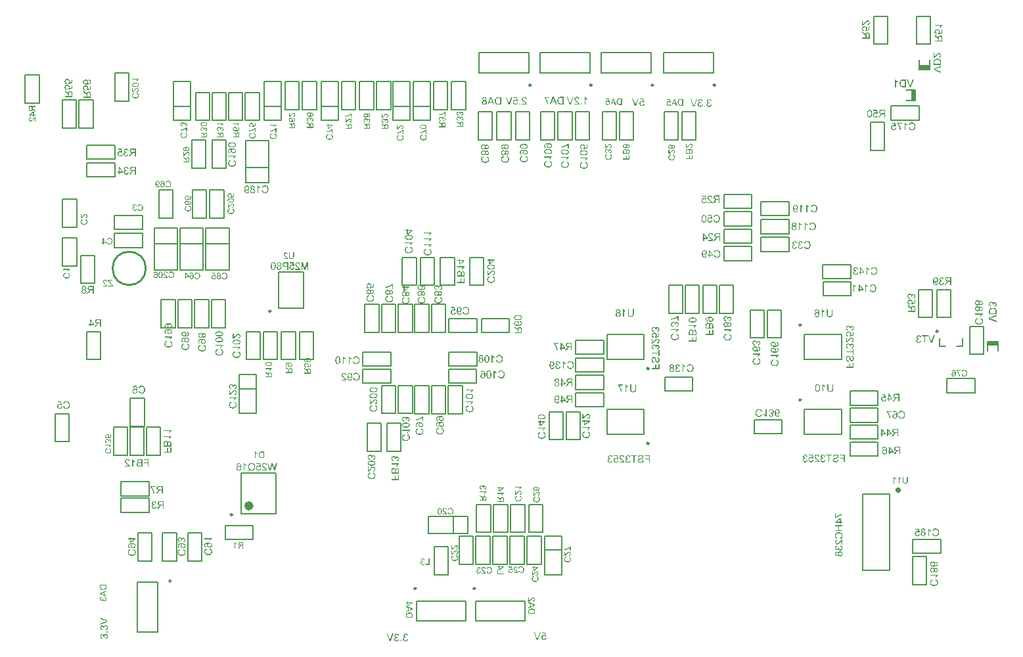
<source format=gbo>
G04*
G04 #@! TF.GenerationSoftware,Altium Limited,Altium Designer,21.0.9 (235)*
G04*
G04 Layer_Color=32896*
%FSLAX44Y44*%
%MOMM*%
G71*
G04*
G04 #@! TF.SameCoordinates,C1ABCA66-1B08-466E-831C-B71B208AD3D8*
G04*
G04*
G04 #@! TF.FilePolarity,Positive*
G04*
G01*
G75*
%ADD10C,0.2500*%
%ADD12C,0.2000*%
%ADD13C,0.7000*%
%ADD20C,0.2540*%
%ADD117C,0.6000*%
%ADD170R,1.3500X0.5500*%
%ADD171R,0.5500X1.3500*%
G36*
X1049364Y-119231D02*
X1049744Y-119301D01*
X1050069Y-119414D01*
X1050351Y-119527D01*
X1050478Y-119597D01*
X1050576Y-119654D01*
X1050675Y-119710D01*
X1050745Y-119767D01*
X1050802Y-119809D01*
X1050844Y-119837D01*
X1050872Y-119851D01*
X1050886Y-119865D01*
X1051154Y-120133D01*
X1051366Y-120429D01*
X1051535Y-120739D01*
X1051676Y-121049D01*
X1051760Y-121317D01*
X1051803Y-121430D01*
X1051831Y-121529D01*
X1051845Y-121613D01*
X1051859Y-121670D01*
X1051873Y-121712D01*
Y-121726D01*
X1050675Y-121937D01*
X1050619Y-121627D01*
X1050534Y-121359D01*
X1050435Y-121134D01*
X1050337Y-120951D01*
X1050238Y-120810D01*
X1050153Y-120711D01*
X1050097Y-120640D01*
X1050083Y-120626D01*
X1049900Y-120485D01*
X1049702Y-120373D01*
X1049519Y-120302D01*
X1049336Y-120246D01*
X1049166Y-120218D01*
X1049040Y-120189D01*
X1048927D01*
X1048673Y-120204D01*
X1048448Y-120260D01*
X1048250Y-120330D01*
X1048081Y-120401D01*
X1047954Y-120485D01*
X1047856Y-120556D01*
X1047785Y-120612D01*
X1047771Y-120626D01*
X1047616Y-120795D01*
X1047503Y-120979D01*
X1047433Y-121162D01*
X1047376Y-121331D01*
X1047348Y-121486D01*
X1047320Y-121599D01*
Y-121684D01*
Y-121698D01*
Y-121712D01*
Y-121867D01*
X1047348Y-122008D01*
X1047419Y-122247D01*
X1047517Y-122459D01*
X1047630Y-122642D01*
X1047743Y-122769D01*
X1047841Y-122868D01*
X1047912Y-122924D01*
X1047926Y-122938D01*
X1047940D01*
X1048180Y-123065D01*
X1048405Y-123164D01*
X1048645Y-123234D01*
X1048856Y-123277D01*
X1049040Y-123305D01*
X1049195Y-123333D01*
X1049378D01*
X1049434Y-123319D01*
X1049505D01*
X1049646Y-124376D01*
X1049463Y-124334D01*
X1049293Y-124306D01*
X1049152Y-124277D01*
X1049025Y-124263D01*
X1048927Y-124249D01*
X1048800D01*
X1048504Y-124277D01*
X1048236Y-124334D01*
X1047997Y-124418D01*
X1047799Y-124517D01*
X1047644Y-124616D01*
X1047531Y-124700D01*
X1047461Y-124757D01*
X1047433Y-124785D01*
X1047249Y-124996D01*
X1047108Y-125222D01*
X1047010Y-125448D01*
X1046953Y-125673D01*
X1046911Y-125856D01*
X1046897Y-126011D01*
X1046883Y-126068D01*
Y-126110D01*
Y-126138D01*
Y-126152D01*
X1046911Y-126462D01*
X1046982Y-126744D01*
X1047066Y-126984D01*
X1047179Y-127196D01*
X1047292Y-127365D01*
X1047376Y-127492D01*
X1047447Y-127576D01*
X1047475Y-127604D01*
X1047700Y-127802D01*
X1047940Y-127943D01*
X1048180Y-128041D01*
X1048405Y-128112D01*
X1048603Y-128154D01*
X1048758Y-128168D01*
X1048814Y-128182D01*
X1048899D01*
X1049152Y-128168D01*
X1049392Y-128112D01*
X1049604Y-128041D01*
X1049773Y-127957D01*
X1049914Y-127886D01*
X1050026Y-127816D01*
X1050083Y-127760D01*
X1050111Y-127745D01*
X1050280Y-127548D01*
X1050421Y-127323D01*
X1050548Y-127083D01*
X1050647Y-126829D01*
X1050717Y-126618D01*
X1050745Y-126519D01*
X1050760Y-126434D01*
X1050774Y-126364D01*
X1050788Y-126307D01*
X1050802Y-126279D01*
Y-126265D01*
X1052000Y-126420D01*
X1051972Y-126646D01*
X1051929Y-126857D01*
X1051803Y-127252D01*
X1051648Y-127590D01*
X1051563Y-127731D01*
X1051478Y-127872D01*
X1051394Y-127999D01*
X1051309Y-128098D01*
X1051239Y-128196D01*
X1051168Y-128267D01*
X1051126Y-128323D01*
X1051084Y-128366D01*
X1051056Y-128394D01*
X1051041Y-128408D01*
X1050872Y-128535D01*
X1050703Y-128662D01*
X1050534Y-128760D01*
X1050351Y-128845D01*
X1049998Y-128986D01*
X1049660Y-129071D01*
X1049505Y-129099D01*
X1049364Y-129127D01*
X1049237Y-129141D01*
X1049124Y-129155D01*
X1049040Y-129169D01*
X1048913D01*
X1048645Y-129155D01*
X1048405Y-129127D01*
X1048166Y-129085D01*
X1047940Y-129028D01*
X1047729Y-128958D01*
X1047545Y-128887D01*
X1047362Y-128803D01*
X1047207Y-128718D01*
X1047052Y-128648D01*
X1046925Y-128563D01*
X1046812Y-128492D01*
X1046728Y-128422D01*
X1046657Y-128366D01*
X1046601Y-128323D01*
X1046573Y-128295D01*
X1046559Y-128281D01*
X1046389Y-128112D01*
X1046248Y-127929D01*
X1046122Y-127745D01*
X1046009Y-127562D01*
X1045924Y-127393D01*
X1045840Y-127210D01*
X1045727Y-126871D01*
X1045699Y-126716D01*
X1045670Y-126575D01*
X1045642Y-126448D01*
X1045628Y-126336D01*
X1045614Y-126251D01*
Y-126181D01*
Y-126138D01*
Y-126124D01*
X1045628Y-125786D01*
X1045685Y-125476D01*
X1045769Y-125208D01*
X1045854Y-124982D01*
X1045938Y-124799D01*
X1046023Y-124658D01*
X1046079Y-124573D01*
X1046093Y-124545D01*
X1046291Y-124334D01*
X1046502Y-124151D01*
X1046728Y-124010D01*
X1046953Y-123897D01*
X1047151Y-123812D01*
X1047306Y-123756D01*
X1047362Y-123742D01*
X1047404Y-123728D01*
X1047433Y-123714D01*
X1047447D01*
X1047207Y-123587D01*
X1047010Y-123460D01*
X1046841Y-123319D01*
X1046700Y-123192D01*
X1046587Y-123079D01*
X1046502Y-122981D01*
X1046460Y-122924D01*
X1046446Y-122896D01*
X1046333Y-122699D01*
X1046248Y-122501D01*
X1046178Y-122304D01*
X1046136Y-122121D01*
X1046107Y-121966D01*
X1046093Y-121853D01*
Y-121768D01*
Y-121740D01*
X1046107Y-121500D01*
X1046150Y-121261D01*
X1046206Y-121049D01*
X1046277Y-120866D01*
X1046347Y-120711D01*
X1046404Y-120584D01*
X1046446Y-120514D01*
X1046460Y-120485D01*
X1046601Y-120274D01*
X1046770Y-120091D01*
X1046939Y-119936D01*
X1047108Y-119795D01*
X1047249Y-119696D01*
X1047376Y-119611D01*
X1047461Y-119569D01*
X1047475Y-119555D01*
X1047489D01*
X1047743Y-119442D01*
X1047997Y-119358D01*
X1048250Y-119287D01*
X1048476Y-119245D01*
X1048659Y-119217D01*
X1048814Y-119203D01*
X1049166D01*
X1049364Y-119231D01*
D02*
G37*
G36*
X1037988D02*
X1038368Y-119301D01*
X1038692Y-119414D01*
X1038974Y-119527D01*
X1039101Y-119597D01*
X1039200Y-119654D01*
X1039299Y-119710D01*
X1039369Y-119767D01*
X1039426Y-119809D01*
X1039468Y-119837D01*
X1039496Y-119851D01*
X1039510Y-119865D01*
X1039778Y-120133D01*
X1039989Y-120429D01*
X1040158Y-120739D01*
X1040300Y-121049D01*
X1040384Y-121317D01*
X1040426Y-121430D01*
X1040455Y-121529D01*
X1040469Y-121613D01*
X1040483Y-121670D01*
X1040497Y-121712D01*
Y-121726D01*
X1039299Y-121937D01*
X1039242Y-121627D01*
X1039158Y-121359D01*
X1039059Y-121134D01*
X1038960Y-120951D01*
X1038862Y-120810D01*
X1038777Y-120711D01*
X1038721Y-120640D01*
X1038707Y-120626D01*
X1038523Y-120485D01*
X1038326Y-120373D01*
X1038143Y-120302D01*
X1037959Y-120246D01*
X1037790Y-120218D01*
X1037663Y-120189D01*
X1037551D01*
X1037297Y-120204D01*
X1037071Y-120260D01*
X1036874Y-120330D01*
X1036705Y-120401D01*
X1036578Y-120485D01*
X1036479Y-120556D01*
X1036409Y-120612D01*
X1036395Y-120626D01*
X1036240Y-120795D01*
X1036127Y-120979D01*
X1036056Y-121162D01*
X1036000Y-121331D01*
X1035972Y-121486D01*
X1035944Y-121599D01*
Y-121684D01*
Y-121698D01*
Y-121712D01*
Y-121867D01*
X1035972Y-122008D01*
X1036042Y-122247D01*
X1036141Y-122459D01*
X1036254Y-122642D01*
X1036366Y-122769D01*
X1036465Y-122868D01*
X1036536Y-122924D01*
X1036550Y-122938D01*
X1036564D01*
X1036803Y-123065D01*
X1037029Y-123164D01*
X1037269Y-123234D01*
X1037480Y-123277D01*
X1037663Y-123305D01*
X1037818Y-123333D01*
X1038002D01*
X1038058Y-123319D01*
X1038129D01*
X1038270Y-124376D01*
X1038086Y-124334D01*
X1037917Y-124306D01*
X1037776Y-124277D01*
X1037649Y-124263D01*
X1037551Y-124249D01*
X1037424D01*
X1037128Y-124277D01*
X1036860Y-124334D01*
X1036620Y-124418D01*
X1036423Y-124517D01*
X1036268Y-124616D01*
X1036155Y-124700D01*
X1036085Y-124757D01*
X1036056Y-124785D01*
X1035873Y-124996D01*
X1035732Y-125222D01*
X1035633Y-125448D01*
X1035577Y-125673D01*
X1035535Y-125856D01*
X1035521Y-126011D01*
X1035507Y-126068D01*
Y-126110D01*
Y-126138D01*
Y-126152D01*
X1035535Y-126462D01*
X1035605Y-126744D01*
X1035690Y-126984D01*
X1035803Y-127196D01*
X1035915Y-127365D01*
X1036000Y-127492D01*
X1036070Y-127576D01*
X1036099Y-127604D01*
X1036324Y-127802D01*
X1036564Y-127943D01*
X1036803Y-128041D01*
X1037029Y-128112D01*
X1037226Y-128154D01*
X1037381Y-128168D01*
X1037438Y-128182D01*
X1037522D01*
X1037776Y-128168D01*
X1038016Y-128112D01*
X1038227Y-128041D01*
X1038396Y-127957D01*
X1038537Y-127886D01*
X1038650Y-127816D01*
X1038707Y-127760D01*
X1038735Y-127745D01*
X1038904Y-127548D01*
X1039045Y-127323D01*
X1039172Y-127083D01*
X1039270Y-126829D01*
X1039341Y-126618D01*
X1039369Y-126519D01*
X1039383Y-126434D01*
X1039397Y-126364D01*
X1039411Y-126307D01*
X1039426Y-126279D01*
Y-126265D01*
X1040624Y-126420D01*
X1040595Y-126646D01*
X1040553Y-126857D01*
X1040426Y-127252D01*
X1040271Y-127590D01*
X1040187Y-127731D01*
X1040102Y-127872D01*
X1040018Y-127999D01*
X1039933Y-128098D01*
X1039863Y-128196D01*
X1039792Y-128267D01*
X1039750Y-128323D01*
X1039707Y-128366D01*
X1039679Y-128394D01*
X1039665Y-128408D01*
X1039496Y-128535D01*
X1039327Y-128662D01*
X1039158Y-128760D01*
X1038974Y-128845D01*
X1038622Y-128986D01*
X1038284Y-129071D01*
X1038129Y-129099D01*
X1037988Y-129127D01*
X1037861Y-129141D01*
X1037748Y-129155D01*
X1037663Y-129169D01*
X1037536D01*
X1037269Y-129155D01*
X1037029Y-129127D01*
X1036789Y-129085D01*
X1036564Y-129028D01*
X1036352Y-128958D01*
X1036169Y-128887D01*
X1035986Y-128803D01*
X1035831Y-128718D01*
X1035676Y-128648D01*
X1035549Y-128563D01*
X1035436Y-128492D01*
X1035351Y-128422D01*
X1035281Y-128366D01*
X1035225Y-128323D01*
X1035196Y-128295D01*
X1035182Y-128281D01*
X1035013Y-128112D01*
X1034872Y-127929D01*
X1034745Y-127745D01*
X1034632Y-127562D01*
X1034548Y-127393D01*
X1034463Y-127210D01*
X1034351Y-126871D01*
X1034322Y-126716D01*
X1034294Y-126575D01*
X1034266Y-126448D01*
X1034252Y-126336D01*
X1034238Y-126251D01*
Y-126181D01*
Y-126138D01*
Y-126124D01*
X1034252Y-125786D01*
X1034308Y-125476D01*
X1034393Y-125208D01*
X1034477Y-124982D01*
X1034562Y-124799D01*
X1034647Y-124658D01*
X1034703Y-124573D01*
X1034717Y-124545D01*
X1034914Y-124334D01*
X1035126Y-124151D01*
X1035351Y-124010D01*
X1035577Y-123897D01*
X1035774Y-123812D01*
X1035929Y-123756D01*
X1035986Y-123742D01*
X1036028Y-123728D01*
X1036056Y-123714D01*
X1036070D01*
X1035831Y-123587D01*
X1035633Y-123460D01*
X1035464Y-123319D01*
X1035323Y-123192D01*
X1035210Y-123079D01*
X1035126Y-122981D01*
X1035084Y-122924D01*
X1035070Y-122896D01*
X1034957Y-122699D01*
X1034872Y-122501D01*
X1034802Y-122304D01*
X1034759Y-122121D01*
X1034731Y-121966D01*
X1034717Y-121853D01*
Y-121768D01*
Y-121740D01*
X1034731Y-121500D01*
X1034773Y-121261D01*
X1034830Y-121049D01*
X1034900Y-120866D01*
X1034971Y-120711D01*
X1035027Y-120584D01*
X1035070Y-120514D01*
X1035084Y-120485D01*
X1035225Y-120274D01*
X1035394Y-120091D01*
X1035563Y-119936D01*
X1035732Y-119795D01*
X1035873Y-119696D01*
X1036000Y-119611D01*
X1036085Y-119569D01*
X1036099Y-119555D01*
X1036113D01*
X1036366Y-119442D01*
X1036620Y-119358D01*
X1036874Y-119287D01*
X1037100Y-119245D01*
X1037283Y-119217D01*
X1037438Y-119203D01*
X1037790D01*
X1037988Y-119231D01*
D02*
G37*
G36*
X1029797Y-129000D02*
X1028444D01*
X1024638Y-119245D01*
X1025949D01*
X1028599Y-126336D01*
X1028712Y-126632D01*
X1028810Y-126914D01*
X1028895Y-127182D01*
X1028966Y-127421D01*
X1029036Y-127633D01*
X1029078Y-127788D01*
X1029092Y-127844D01*
X1029107Y-127886D01*
X1029121Y-127914D01*
Y-127929D01*
X1029290Y-127365D01*
X1029374Y-127097D01*
X1029459Y-126857D01*
X1029529Y-126646D01*
X1029558Y-126561D01*
X1029572Y-126477D01*
X1029600Y-126420D01*
X1029614Y-126378D01*
X1029628Y-126350D01*
Y-126336D01*
X1032166Y-119245D01*
X1033575D01*
X1029797Y-129000D01*
D02*
G37*
G36*
X1043753D02*
X1042386D01*
Y-127633D01*
X1043753D01*
Y-129000D01*
D02*
G37*
G36*
X965288Y-123348D02*
X964161Y-123503D01*
X964062Y-123348D01*
X963935Y-123221D01*
X963822Y-123094D01*
X963710Y-122996D01*
X963597Y-122925D01*
X963512Y-122855D01*
X963456Y-122826D01*
X963442Y-122812D01*
X963259Y-122728D01*
X963075Y-122657D01*
X962906Y-122615D01*
X962737Y-122573D01*
X962596Y-122559D01*
X962483Y-122544D01*
X962215D01*
X962046Y-122573D01*
X961750Y-122643D01*
X961497Y-122742D01*
X961271Y-122840D01*
X961102Y-122953D01*
X960975Y-123052D01*
X960904Y-123122D01*
X960876Y-123137D01*
Y-123151D01*
X960679Y-123390D01*
X960538Y-123644D01*
X960439Y-123912D01*
X960369Y-124180D01*
X960326Y-124405D01*
X960312Y-124504D01*
Y-124588D01*
X960298Y-124659D01*
Y-124715D01*
Y-124744D01*
Y-124758D01*
Y-124955D01*
X960326Y-125138D01*
X960397Y-125491D01*
X960496Y-125787D01*
X960594Y-126026D01*
X960707Y-126224D01*
X960806Y-126379D01*
X960848Y-126421D01*
X960876Y-126463D01*
X960890Y-126477D01*
X960904Y-126492D01*
X961017Y-126604D01*
X961130Y-126703D01*
X961384Y-126872D01*
X961623Y-126985D01*
X961863Y-127056D01*
X962060Y-127112D01*
X962230Y-127126D01*
X962286Y-127140D01*
X962371D01*
X962638Y-127126D01*
X962878Y-127070D01*
X963089Y-126999D01*
X963259Y-126915D01*
X963414Y-126830D01*
X963526Y-126760D01*
X963583Y-126703D01*
X963611Y-126689D01*
X963780Y-126492D01*
X963921Y-126280D01*
X964034Y-126040D01*
X964118Y-125829D01*
X964175Y-125618D01*
X964217Y-125463D01*
X964231Y-125392D01*
X964245Y-125350D01*
Y-125322D01*
Y-125308D01*
X965500Y-125406D01*
X965472Y-125632D01*
X965430Y-125843D01*
X965303Y-126238D01*
X965148Y-126576D01*
X965063Y-126731D01*
X964978Y-126858D01*
X964908Y-126985D01*
X964823Y-127098D01*
X964753Y-127182D01*
X964682Y-127253D01*
X964626Y-127309D01*
X964598Y-127366D01*
X964570Y-127380D01*
X964556Y-127394D01*
X964386Y-127521D01*
X964217Y-127633D01*
X964034Y-127732D01*
X963851Y-127817D01*
X963498Y-127944D01*
X963146Y-128028D01*
X962991Y-128070D01*
X962836Y-128085D01*
X962709Y-128099D01*
X962596Y-128113D01*
X962497Y-128127D01*
X962371D01*
X962074Y-128113D01*
X961793Y-128070D01*
X961525Y-128014D01*
X961285Y-127944D01*
X961059Y-127845D01*
X960848Y-127746D01*
X960651Y-127648D01*
X960481Y-127535D01*
X960326Y-127422D01*
X960185Y-127323D01*
X960073Y-127211D01*
X959974Y-127126D01*
X959903Y-127056D01*
X959847Y-126999D01*
X959819Y-126957D01*
X959805Y-126943D01*
X959664Y-126760D01*
X959551Y-126562D01*
X959438Y-126379D01*
X959354Y-126181D01*
X959213Y-125801D01*
X959128Y-125434D01*
X959100Y-125279D01*
X959072Y-125124D01*
X959058Y-124997D01*
X959044Y-124885D01*
X959029Y-124786D01*
Y-124715D01*
Y-124673D01*
Y-124659D01*
X959044Y-124405D01*
X959072Y-124166D01*
X959114Y-123926D01*
X959170Y-123715D01*
X959241Y-123517D01*
X959311Y-123320D01*
X959396Y-123151D01*
X959466Y-122996D01*
X959551Y-122855D01*
X959636Y-122728D01*
X959706Y-122629D01*
X959777Y-122530D01*
X959833Y-122460D01*
X959875Y-122418D01*
X959903Y-122389D01*
X959918Y-122375D01*
X960087Y-122220D01*
X960256Y-122079D01*
X960439Y-121966D01*
X960622Y-121868D01*
X960806Y-121769D01*
X960989Y-121699D01*
X961327Y-121600D01*
X961482Y-121558D01*
X961623Y-121530D01*
X961750Y-121515D01*
X961863Y-121501D01*
X961948Y-121487D01*
X962258D01*
X962427Y-121515D01*
X962765Y-121586D01*
X963075Y-121685D01*
X963357Y-121797D01*
X963583Y-121910D01*
X963681Y-121966D01*
X963766Y-122009D01*
X963837Y-122051D01*
X963879Y-122079D01*
X963907Y-122093D01*
X963921Y-122107D01*
X963400Y-119471D01*
X959495D01*
Y-118329D01*
X964344D01*
X965288Y-123348D01*
D02*
G37*
G36*
X954659Y-127958D02*
X953306D01*
X949500Y-118203D01*
X950811D01*
X953461Y-125293D01*
X953574Y-125589D01*
X953673Y-125871D01*
X953757Y-126139D01*
X953828Y-126379D01*
X953898Y-126590D01*
X953941Y-126745D01*
X953955Y-126802D01*
X953969Y-126844D01*
X953983Y-126872D01*
Y-126886D01*
X954152Y-126322D01*
X954237Y-126055D01*
X954321Y-125815D01*
X954392Y-125604D01*
X954420Y-125519D01*
X954434Y-125434D01*
X954462Y-125378D01*
X954476Y-125336D01*
X954490Y-125308D01*
Y-125293D01*
X957028Y-118203D01*
X958437D01*
X954659Y-127958D01*
D02*
G37*
G36*
X274000Y-791194D02*
Y-792547D01*
X264245Y-796325D01*
Y-794915D01*
X271336Y-792378D01*
X271350D01*
X271378Y-792364D01*
X271420Y-792350D01*
X271477Y-792322D01*
X271561Y-792308D01*
X271646Y-792279D01*
X271857Y-792209D01*
X272097Y-792124D01*
X272365Y-792040D01*
X272929Y-791871D01*
X272915D01*
X272886Y-791857D01*
X272844Y-791842D01*
X272788Y-791828D01*
X272633Y-791786D01*
X272421Y-791715D01*
X272181Y-791645D01*
X271914Y-791560D01*
X271632Y-791462D01*
X271336Y-791349D01*
X264245Y-788699D01*
Y-787388D01*
X274000Y-791194D01*
D02*
G37*
G36*
X271336Y-797002D02*
X271448Y-797016D01*
X271575Y-797044D01*
X271716Y-797072D01*
X271871Y-797101D01*
X272210Y-797213D01*
X272393Y-797298D01*
X272562Y-797383D01*
X272745Y-797495D01*
X272929Y-797622D01*
X273112Y-797763D01*
X273281Y-797932D01*
X273295Y-797946D01*
X273323Y-797975D01*
X273366Y-798031D01*
X273422Y-798101D01*
X273493Y-798186D01*
X273563Y-798299D01*
X273648Y-798426D01*
X273718Y-798581D01*
X273803Y-798736D01*
X273887Y-798919D01*
X273958Y-799102D01*
X274028Y-799314D01*
X274085Y-799539D01*
X274127Y-799779D01*
X274155Y-800019D01*
X274169Y-800286D01*
Y-800413D01*
X274155Y-800498D01*
X274141Y-800611D01*
X274127Y-800738D01*
X274099Y-800879D01*
X274070Y-801034D01*
X273986Y-801372D01*
X273845Y-801724D01*
X273760Y-801908D01*
X273662Y-802077D01*
X273535Y-802246D01*
X273408Y-802415D01*
X273394Y-802429D01*
X273366Y-802457D01*
X273323Y-802500D01*
X273267Y-802542D01*
X273197Y-802613D01*
X273098Y-802683D01*
X272999Y-802767D01*
X272872Y-802852D01*
X272731Y-802937D01*
X272590Y-803021D01*
X272252Y-803176D01*
X271857Y-803303D01*
X271646Y-803345D01*
X271420Y-803374D01*
X271265Y-802176D01*
X271279D01*
X271308Y-802161D01*
X271364Y-802147D01*
X271434Y-802133D01*
X271519Y-802119D01*
X271618Y-802091D01*
X271829Y-802020D01*
X272083Y-801922D01*
X272323Y-801795D01*
X272548Y-801654D01*
X272745Y-801485D01*
X272759Y-801457D01*
X272816Y-801400D01*
X272886Y-801287D01*
X272957Y-801146D01*
X273041Y-800977D01*
X273112Y-800766D01*
X273168Y-800526D01*
X273182Y-800272D01*
Y-800188D01*
X273168Y-800131D01*
X273154Y-799976D01*
X273112Y-799779D01*
X273041Y-799553D01*
X272943Y-799314D01*
X272802Y-799074D01*
X272604Y-798849D01*
X272576Y-798820D01*
X272492Y-798750D01*
X272365Y-798665D01*
X272196Y-798552D01*
X271984Y-798440D01*
X271744Y-798355D01*
X271463Y-798285D01*
X271152Y-798257D01*
X271138D01*
X271110D01*
X271068D01*
X271011Y-798271D01*
X270856Y-798285D01*
X270673Y-798327D01*
X270448Y-798383D01*
X270222Y-798482D01*
X269996Y-798623D01*
X269785Y-798806D01*
X269757Y-798835D01*
X269700Y-798905D01*
X269616Y-799018D01*
X269517Y-799173D01*
X269419Y-799370D01*
X269334Y-799610D01*
X269277Y-799878D01*
X269249Y-800174D01*
Y-800301D01*
X269263Y-800399D01*
X269277Y-800526D01*
X269306Y-800667D01*
X269334Y-800836D01*
X269376Y-801020D01*
X268319Y-800879D01*
Y-800808D01*
X268333Y-800752D01*
Y-800568D01*
X268305Y-800413D01*
X268277Y-800230D01*
X268234Y-800019D01*
X268164Y-799779D01*
X268065Y-799553D01*
X267938Y-799314D01*
Y-799300D01*
X267924Y-799286D01*
X267868Y-799215D01*
X267769Y-799116D01*
X267642Y-799004D01*
X267459Y-798891D01*
X267248Y-798792D01*
X267008Y-798722D01*
X266867Y-798693D01*
X266712D01*
X266698D01*
X266684D01*
X266599D01*
X266486Y-798722D01*
X266331Y-798750D01*
X266162Y-798806D01*
X265979Y-798877D01*
X265796Y-798989D01*
X265626Y-799145D01*
X265612Y-799159D01*
X265556Y-799229D01*
X265485Y-799328D01*
X265401Y-799455D01*
X265330Y-799624D01*
X265260Y-799821D01*
X265203Y-800047D01*
X265189Y-800301D01*
Y-800413D01*
X265218Y-800540D01*
X265246Y-800709D01*
X265302Y-800893D01*
X265373Y-801076D01*
X265485Y-801273D01*
X265626Y-801457D01*
X265641Y-801471D01*
X265711Y-801527D01*
X265810Y-801612D01*
X265951Y-801710D01*
X266134Y-801809D01*
X266359Y-801908D01*
X266627Y-801992D01*
X266937Y-802049D01*
X266726Y-803247D01*
X266712D01*
X266670Y-803233D01*
X266613Y-803219D01*
X266529Y-803204D01*
X266430Y-803176D01*
X266317Y-803134D01*
X266049Y-803049D01*
X265739Y-802908D01*
X265429Y-802739D01*
X265133Y-802528D01*
X264865Y-802260D01*
X264851Y-802246D01*
X264837Y-802218D01*
X264809Y-802176D01*
X264767Y-802119D01*
X264710Y-802049D01*
X264654Y-801950D01*
X264597Y-801851D01*
X264527Y-801724D01*
X264414Y-801442D01*
X264301Y-801118D01*
X264231Y-800738D01*
X264203Y-800540D01*
Y-800188D01*
X264217Y-800033D01*
X264245Y-799849D01*
X264287Y-799624D01*
X264358Y-799370D01*
X264442Y-799116D01*
X264555Y-798863D01*
Y-798849D01*
X264569Y-798835D01*
X264611Y-798750D01*
X264696Y-798623D01*
X264795Y-798482D01*
X264936Y-798313D01*
X265091Y-798144D01*
X265274Y-797975D01*
X265485Y-797834D01*
X265514Y-797820D01*
X265584Y-797777D01*
X265711Y-797721D01*
X265866Y-797650D01*
X266049Y-797580D01*
X266261Y-797523D01*
X266500Y-797481D01*
X266740Y-797467D01*
X266768D01*
X266853D01*
X266966Y-797481D01*
X267121Y-797509D01*
X267304Y-797552D01*
X267501Y-797622D01*
X267699Y-797707D01*
X267896Y-797820D01*
X267924Y-797834D01*
X267981Y-797876D01*
X268079Y-797961D01*
X268192Y-798073D01*
X268319Y-798214D01*
X268460Y-798383D01*
X268587Y-798581D01*
X268714Y-798820D01*
Y-798806D01*
X268728Y-798778D01*
X268742Y-798736D01*
X268756Y-798679D01*
X268812Y-798524D01*
X268897Y-798327D01*
X269010Y-798101D01*
X269151Y-797876D01*
X269334Y-797664D01*
X269545Y-797467D01*
X269574Y-797453D01*
X269658Y-797397D01*
X269799Y-797312D01*
X269982Y-797227D01*
X270208Y-797143D01*
X270476Y-797058D01*
X270786Y-797002D01*
X271124Y-796988D01*
X271138D01*
X271181D01*
X271251D01*
X271336Y-797002D01*
D02*
G37*
G36*
X274000Y-806503D02*
X272633D01*
Y-805136D01*
X274000D01*
Y-806503D01*
D02*
G37*
G36*
X271336Y-808378D02*
X271448Y-808392D01*
X271575Y-808420D01*
X271716Y-808449D01*
X271871Y-808477D01*
X272210Y-808590D01*
X272393Y-808674D01*
X272562Y-808759D01*
X272745Y-808872D01*
X272929Y-808998D01*
X273112Y-809139D01*
X273281Y-809308D01*
X273295Y-809323D01*
X273323Y-809351D01*
X273366Y-809407D01*
X273422Y-809478D01*
X273493Y-809562D01*
X273563Y-809675D01*
X273648Y-809802D01*
X273718Y-809957D01*
X273803Y-810112D01*
X273887Y-810295D01*
X273958Y-810479D01*
X274028Y-810690D01*
X274085Y-810916D01*
X274127Y-811155D01*
X274155Y-811395D01*
X274169Y-811663D01*
Y-811790D01*
X274155Y-811874D01*
X274141Y-811987D01*
X274127Y-812114D01*
X274099Y-812255D01*
X274070Y-812410D01*
X273986Y-812748D01*
X273845Y-813101D01*
X273760Y-813284D01*
X273662Y-813453D01*
X273535Y-813622D01*
X273408Y-813791D01*
X273394Y-813805D01*
X273366Y-813834D01*
X273323Y-813876D01*
X273267Y-813918D01*
X273197Y-813989D01*
X273098Y-814059D01*
X272999Y-814144D01*
X272872Y-814228D01*
X272731Y-814313D01*
X272590Y-814398D01*
X272252Y-814553D01*
X271857Y-814679D01*
X271646Y-814722D01*
X271420Y-814750D01*
X271265Y-813552D01*
X271279D01*
X271308Y-813538D01*
X271364Y-813523D01*
X271434Y-813509D01*
X271519Y-813495D01*
X271618Y-813467D01*
X271829Y-813397D01*
X272083Y-813298D01*
X272323Y-813171D01*
X272548Y-813030D01*
X272745Y-812861D01*
X272759Y-812833D01*
X272816Y-812776D01*
X272886Y-812664D01*
X272957Y-812523D01*
X273041Y-812354D01*
X273112Y-812142D01*
X273168Y-811902D01*
X273182Y-811649D01*
Y-811564D01*
X273168Y-811508D01*
X273154Y-811353D01*
X273112Y-811155D01*
X273041Y-810930D01*
X272943Y-810690D01*
X272802Y-810450D01*
X272604Y-810225D01*
X272576Y-810197D01*
X272492Y-810126D01*
X272365Y-810042D01*
X272196Y-809929D01*
X271984Y-809816D01*
X271744Y-809732D01*
X271463Y-809661D01*
X271152Y-809633D01*
X271138D01*
X271110D01*
X271068D01*
X271011Y-809647D01*
X270856Y-809661D01*
X270673Y-809703D01*
X270448Y-809760D01*
X270222Y-809858D01*
X269996Y-809999D01*
X269785Y-810183D01*
X269757Y-810211D01*
X269700Y-810281D01*
X269616Y-810394D01*
X269517Y-810549D01*
X269419Y-810746D01*
X269334Y-810986D01*
X269277Y-811254D01*
X269249Y-811550D01*
Y-811677D01*
X269263Y-811776D01*
X269277Y-811902D01*
X269306Y-812043D01*
X269334Y-812213D01*
X269376Y-812396D01*
X268319Y-812255D01*
Y-812184D01*
X268333Y-812128D01*
Y-811945D01*
X268305Y-811790D01*
X268277Y-811606D01*
X268234Y-811395D01*
X268164Y-811155D01*
X268065Y-810930D01*
X267938Y-810690D01*
Y-810676D01*
X267924Y-810662D01*
X267868Y-810591D01*
X267769Y-810493D01*
X267642Y-810380D01*
X267459Y-810267D01*
X267248Y-810169D01*
X267008Y-810098D01*
X266867Y-810070D01*
X266712D01*
X266698D01*
X266684D01*
X266599D01*
X266486Y-810098D01*
X266331Y-810126D01*
X266162Y-810183D01*
X265979Y-810253D01*
X265796Y-810366D01*
X265626Y-810521D01*
X265612Y-810535D01*
X265556Y-810605D01*
X265485Y-810704D01*
X265401Y-810831D01*
X265330Y-811000D01*
X265260Y-811198D01*
X265203Y-811423D01*
X265189Y-811677D01*
Y-811790D01*
X265218Y-811917D01*
X265246Y-812086D01*
X265302Y-812269D01*
X265373Y-812452D01*
X265485Y-812650D01*
X265626Y-812833D01*
X265641Y-812847D01*
X265711Y-812903D01*
X265810Y-812988D01*
X265951Y-813086D01*
X266134Y-813185D01*
X266359Y-813284D01*
X266627Y-813369D01*
X266937Y-813425D01*
X266726Y-814623D01*
X266712D01*
X266670Y-814609D01*
X266613Y-814595D01*
X266529Y-814581D01*
X266430Y-814553D01*
X266317Y-814510D01*
X266049Y-814426D01*
X265739Y-814285D01*
X265429Y-814116D01*
X265133Y-813904D01*
X264865Y-813636D01*
X264851Y-813622D01*
X264837Y-813594D01*
X264809Y-813552D01*
X264767Y-813495D01*
X264710Y-813425D01*
X264654Y-813326D01*
X264597Y-813227D01*
X264527Y-813101D01*
X264414Y-812819D01*
X264301Y-812495D01*
X264231Y-812114D01*
X264203Y-811917D01*
Y-811564D01*
X264217Y-811409D01*
X264245Y-811226D01*
X264287Y-811000D01*
X264358Y-810746D01*
X264442Y-810493D01*
X264555Y-810239D01*
Y-810225D01*
X264569Y-810211D01*
X264611Y-810126D01*
X264696Y-809999D01*
X264795Y-809858D01*
X264936Y-809689D01*
X265091Y-809520D01*
X265274Y-809351D01*
X265485Y-809210D01*
X265514Y-809196D01*
X265584Y-809154D01*
X265711Y-809097D01*
X265866Y-809027D01*
X266049Y-808956D01*
X266261Y-808900D01*
X266500Y-808857D01*
X266740Y-808843D01*
X266768D01*
X266853D01*
X266966Y-808857D01*
X267121Y-808886D01*
X267304Y-808928D01*
X267501Y-808998D01*
X267699Y-809083D01*
X267896Y-809196D01*
X267924Y-809210D01*
X267981Y-809252D01*
X268079Y-809337D01*
X268192Y-809449D01*
X268319Y-809591D01*
X268460Y-809760D01*
X268587Y-809957D01*
X268714Y-810197D01*
Y-810183D01*
X268728Y-810154D01*
X268742Y-810112D01*
X268756Y-810056D01*
X268812Y-809901D01*
X268897Y-809703D01*
X269010Y-809478D01*
X269151Y-809252D01*
X269334Y-809041D01*
X269545Y-808843D01*
X269574Y-808829D01*
X269658Y-808773D01*
X269799Y-808688D01*
X269982Y-808604D01*
X270208Y-808519D01*
X270476Y-808435D01*
X270786Y-808378D01*
X271124Y-808364D01*
X271138D01*
X271181D01*
X271251D01*
X271336Y-808378D01*
D02*
G37*
G36*
X658114Y-807981D02*
X658494Y-808051D01*
X658819Y-808164D01*
X659101Y-808277D01*
X659228Y-808347D01*
X659326Y-808404D01*
X659425Y-808460D01*
X659495Y-808516D01*
X659552Y-808559D01*
X659594Y-808587D01*
X659622Y-808601D01*
X659636Y-808615D01*
X659904Y-808883D01*
X660116Y-809179D01*
X660285Y-809489D01*
X660426Y-809799D01*
X660510Y-810067D01*
X660553Y-810180D01*
X660581Y-810279D01*
X660595Y-810363D01*
X660609Y-810420D01*
X660623Y-810462D01*
Y-810476D01*
X659425Y-810687D01*
X659369Y-810377D01*
X659284Y-810109D01*
X659185Y-809884D01*
X659087Y-809701D01*
X658988Y-809560D01*
X658903Y-809461D01*
X658847Y-809390D01*
X658833Y-809376D01*
X658650Y-809235D01*
X658452Y-809123D01*
X658269Y-809052D01*
X658086Y-808996D01*
X657916Y-808968D01*
X657790Y-808939D01*
X657677D01*
X657423Y-808953D01*
X657198Y-809010D01*
X657000Y-809080D01*
X656831Y-809151D01*
X656704Y-809235D01*
X656606Y-809306D01*
X656535Y-809362D01*
X656521Y-809376D01*
X656366Y-809546D01*
X656253Y-809729D01*
X656183Y-809912D01*
X656126Y-810081D01*
X656098Y-810236D01*
X656070Y-810349D01*
Y-810434D01*
Y-810448D01*
Y-810462D01*
Y-810617D01*
X656098Y-810758D01*
X656169Y-810997D01*
X656267Y-811209D01*
X656380Y-811392D01*
X656493Y-811519D01*
X656591Y-811618D01*
X656662Y-811674D01*
X656676Y-811688D01*
X656690D01*
X656930Y-811815D01*
X657155Y-811914D01*
X657395Y-811984D01*
X657606Y-812027D01*
X657790Y-812055D01*
X657945Y-812083D01*
X658128D01*
X658184Y-812069D01*
X658255D01*
X658396Y-813126D01*
X658213Y-813084D01*
X658043Y-813056D01*
X657902Y-813027D01*
X657775Y-813013D01*
X657677Y-812999D01*
X657550D01*
X657254Y-813027D01*
X656986Y-813084D01*
X656747Y-813168D01*
X656549Y-813267D01*
X656394Y-813366D01*
X656281Y-813450D01*
X656211Y-813507D01*
X656183Y-813535D01*
X655999Y-813746D01*
X655858Y-813972D01*
X655760Y-814198D01*
X655703Y-814423D01*
X655661Y-814606D01*
X655647Y-814761D01*
X655633Y-814818D01*
Y-814860D01*
Y-814888D01*
Y-814902D01*
X655661Y-815212D01*
X655732Y-815495D01*
X655816Y-815734D01*
X655929Y-815946D01*
X656042Y-816115D01*
X656126Y-816242D01*
X656197Y-816326D01*
X656225Y-816354D01*
X656450Y-816552D01*
X656690Y-816693D01*
X656930Y-816791D01*
X657155Y-816862D01*
X657353Y-816904D01*
X657508Y-816918D01*
X657564Y-816932D01*
X657649D01*
X657902Y-816918D01*
X658142Y-816862D01*
X658354Y-816791D01*
X658523Y-816707D01*
X658664Y-816636D01*
X658776Y-816566D01*
X658833Y-816509D01*
X658861Y-816495D01*
X659030Y-816298D01*
X659171Y-816072D01*
X659298Y-815833D01*
X659397Y-815579D01*
X659467Y-815368D01*
X659495Y-815269D01*
X659510Y-815184D01*
X659524Y-815114D01*
X659538Y-815058D01*
X659552Y-815029D01*
Y-815015D01*
X660750Y-815170D01*
X660722Y-815396D01*
X660679Y-815607D01*
X660553Y-816002D01*
X660398Y-816340D01*
X660313Y-816481D01*
X660228Y-816622D01*
X660144Y-816749D01*
X660059Y-816848D01*
X659989Y-816946D01*
X659918Y-817017D01*
X659876Y-817073D01*
X659834Y-817116D01*
X659806Y-817144D01*
X659791Y-817158D01*
X659622Y-817285D01*
X659453Y-817412D01*
X659284Y-817510D01*
X659101Y-817595D01*
X658748Y-817736D01*
X658410Y-817821D01*
X658255Y-817849D01*
X658114Y-817877D01*
X657987Y-817891D01*
X657874Y-817905D01*
X657790Y-817919D01*
X657663D01*
X657395Y-817905D01*
X657155Y-817877D01*
X656916Y-817835D01*
X656690Y-817778D01*
X656479Y-817708D01*
X656295Y-817637D01*
X656112Y-817553D01*
X655957Y-817468D01*
X655802Y-817398D01*
X655675Y-817313D01*
X655562Y-817243D01*
X655478Y-817172D01*
X655407Y-817116D01*
X655351Y-817073D01*
X655323Y-817045D01*
X655309Y-817031D01*
X655139Y-816862D01*
X654998Y-816679D01*
X654872Y-816495D01*
X654759Y-816312D01*
X654674Y-816143D01*
X654590Y-815960D01*
X654477Y-815621D01*
X654449Y-815466D01*
X654420Y-815325D01*
X654392Y-815198D01*
X654378Y-815086D01*
X654364Y-815001D01*
Y-814931D01*
Y-814888D01*
Y-814874D01*
X654378Y-814536D01*
X654435Y-814226D01*
X654519Y-813958D01*
X654604Y-813732D01*
X654688Y-813549D01*
X654773Y-813408D01*
X654829Y-813324D01*
X654843Y-813295D01*
X655041Y-813084D01*
X655252Y-812901D01*
X655478Y-812760D01*
X655703Y-812647D01*
X655901Y-812562D01*
X656056Y-812506D01*
X656112Y-812492D01*
X656154Y-812478D01*
X656183Y-812464D01*
X656197D01*
X655957Y-812337D01*
X655760Y-812210D01*
X655591Y-812069D01*
X655450Y-811942D01*
X655337Y-811829D01*
X655252Y-811731D01*
X655210Y-811674D01*
X655196Y-811646D01*
X655083Y-811449D01*
X654998Y-811251D01*
X654928Y-811054D01*
X654886Y-810871D01*
X654857Y-810716D01*
X654843Y-810603D01*
Y-810518D01*
Y-810490D01*
X654857Y-810250D01*
X654900Y-810011D01*
X654956Y-809799D01*
X655027Y-809616D01*
X655097Y-809461D01*
X655154Y-809334D01*
X655196Y-809264D01*
X655210Y-809235D01*
X655351Y-809024D01*
X655520Y-808841D01*
X655689Y-808686D01*
X655858Y-808545D01*
X655999Y-808446D01*
X656126Y-808361D01*
X656211Y-808319D01*
X656225Y-808305D01*
X656239D01*
X656493Y-808192D01*
X656747Y-808108D01*
X657000Y-808037D01*
X657226Y-807995D01*
X657409Y-807967D01*
X657564Y-807953D01*
X657916D01*
X658114Y-807981D01*
D02*
G37*
G36*
X646738D02*
X647118Y-808051D01*
X647442Y-808164D01*
X647724Y-808277D01*
X647851Y-808347D01*
X647950Y-808404D01*
X648049Y-808460D01*
X648119Y-808516D01*
X648176Y-808559D01*
X648218Y-808587D01*
X648246Y-808601D01*
X648260Y-808615D01*
X648528Y-808883D01*
X648739Y-809179D01*
X648908Y-809489D01*
X649050Y-809799D01*
X649134Y-810067D01*
X649176Y-810180D01*
X649205Y-810279D01*
X649219Y-810363D01*
X649233Y-810420D01*
X649247Y-810462D01*
Y-810476D01*
X648049Y-810687D01*
X647992Y-810377D01*
X647908Y-810109D01*
X647809Y-809884D01*
X647710Y-809701D01*
X647612Y-809560D01*
X647527Y-809461D01*
X647471Y-809390D01*
X647457Y-809376D01*
X647273Y-809235D01*
X647076Y-809123D01*
X646893Y-809052D01*
X646709Y-808996D01*
X646540Y-808968D01*
X646413Y-808939D01*
X646301D01*
X646047Y-808953D01*
X645821Y-809010D01*
X645624Y-809080D01*
X645455Y-809151D01*
X645328Y-809235D01*
X645229Y-809306D01*
X645159Y-809362D01*
X645145Y-809376D01*
X644990Y-809546D01*
X644877Y-809729D01*
X644806Y-809912D01*
X644750Y-810081D01*
X644722Y-810236D01*
X644694Y-810349D01*
Y-810434D01*
Y-810448D01*
Y-810462D01*
Y-810617D01*
X644722Y-810758D01*
X644792Y-810997D01*
X644891Y-811209D01*
X645004Y-811392D01*
X645116Y-811519D01*
X645215Y-811618D01*
X645286Y-811674D01*
X645300Y-811688D01*
X645314D01*
X645553Y-811815D01*
X645779Y-811914D01*
X646019Y-811984D01*
X646230Y-812027D01*
X646413Y-812055D01*
X646568Y-812083D01*
X646752D01*
X646808Y-812069D01*
X646879D01*
X647020Y-813126D01*
X646836Y-813084D01*
X646667Y-813056D01*
X646526Y-813027D01*
X646399Y-813013D01*
X646301Y-812999D01*
X646174D01*
X645878Y-813027D01*
X645610Y-813084D01*
X645370Y-813168D01*
X645173Y-813267D01*
X645018Y-813366D01*
X644905Y-813450D01*
X644835Y-813507D01*
X644806Y-813535D01*
X644623Y-813746D01*
X644482Y-813972D01*
X644383Y-814198D01*
X644327Y-814423D01*
X644285Y-814606D01*
X644271Y-814761D01*
X644257Y-814818D01*
Y-814860D01*
Y-814888D01*
Y-814902D01*
X644285Y-815212D01*
X644355Y-815495D01*
X644440Y-815734D01*
X644553Y-815946D01*
X644665Y-816115D01*
X644750Y-816242D01*
X644820Y-816326D01*
X644849Y-816354D01*
X645074Y-816552D01*
X645314Y-816693D01*
X645553Y-816791D01*
X645779Y-816862D01*
X645976Y-816904D01*
X646131Y-816918D01*
X646188Y-816932D01*
X646272D01*
X646526Y-816918D01*
X646766Y-816862D01*
X646977Y-816791D01*
X647146Y-816707D01*
X647287Y-816636D01*
X647400Y-816566D01*
X647457Y-816509D01*
X647485Y-816495D01*
X647654Y-816298D01*
X647795Y-816072D01*
X647922Y-815833D01*
X648020Y-815579D01*
X648091Y-815368D01*
X648119Y-815269D01*
X648133Y-815184D01*
X648147Y-815114D01*
X648161Y-815058D01*
X648176Y-815029D01*
Y-815015D01*
X649374Y-815170D01*
X649345Y-815396D01*
X649303Y-815607D01*
X649176Y-816002D01*
X649021Y-816340D01*
X648937Y-816481D01*
X648852Y-816622D01*
X648768Y-816749D01*
X648683Y-816848D01*
X648613Y-816946D01*
X648542Y-817017D01*
X648500Y-817073D01*
X648457Y-817116D01*
X648429Y-817144D01*
X648415Y-817158D01*
X648246Y-817285D01*
X648077Y-817412D01*
X647908Y-817510D01*
X647724Y-817595D01*
X647372Y-817736D01*
X647034Y-817821D01*
X646879Y-817849D01*
X646738Y-817877D01*
X646611Y-817891D01*
X646498Y-817905D01*
X646413Y-817919D01*
X646286D01*
X646019Y-817905D01*
X645779Y-817877D01*
X645539Y-817835D01*
X645314Y-817778D01*
X645102Y-817708D01*
X644919Y-817637D01*
X644736Y-817553D01*
X644581Y-817468D01*
X644426Y-817398D01*
X644299Y-817313D01*
X644186Y-817243D01*
X644101Y-817172D01*
X644031Y-817116D01*
X643975Y-817073D01*
X643946Y-817045D01*
X643932Y-817031D01*
X643763Y-816862D01*
X643622Y-816679D01*
X643495Y-816495D01*
X643382Y-816312D01*
X643298Y-816143D01*
X643213Y-815960D01*
X643101Y-815621D01*
X643072Y-815466D01*
X643044Y-815325D01*
X643016Y-815198D01*
X643002Y-815086D01*
X642988Y-815001D01*
Y-814931D01*
Y-814888D01*
Y-814874D01*
X643002Y-814536D01*
X643058Y-814226D01*
X643143Y-813958D01*
X643227Y-813732D01*
X643312Y-813549D01*
X643397Y-813408D01*
X643453Y-813324D01*
X643467Y-813295D01*
X643664Y-813084D01*
X643876Y-812901D01*
X644101Y-812760D01*
X644327Y-812647D01*
X644524Y-812562D01*
X644679Y-812506D01*
X644736Y-812492D01*
X644778Y-812478D01*
X644806Y-812464D01*
X644820D01*
X644581Y-812337D01*
X644383Y-812210D01*
X644214Y-812069D01*
X644073Y-811942D01*
X643960Y-811829D01*
X643876Y-811731D01*
X643834Y-811674D01*
X643820Y-811646D01*
X643707Y-811449D01*
X643622Y-811251D01*
X643552Y-811054D01*
X643509Y-810871D01*
X643481Y-810716D01*
X643467Y-810603D01*
Y-810518D01*
Y-810490D01*
X643481Y-810250D01*
X643523Y-810011D01*
X643580Y-809799D01*
X643650Y-809616D01*
X643721Y-809461D01*
X643777Y-809334D01*
X643820Y-809264D01*
X643834Y-809235D01*
X643975Y-809024D01*
X644144Y-808841D01*
X644313Y-808686D01*
X644482Y-808545D01*
X644623Y-808446D01*
X644750Y-808361D01*
X644835Y-808319D01*
X644849Y-808305D01*
X644863D01*
X645116Y-808192D01*
X645370Y-808108D01*
X645624Y-808037D01*
X645850Y-807995D01*
X646033Y-807967D01*
X646188Y-807953D01*
X646540D01*
X646738Y-807981D01*
D02*
G37*
G36*
X638547Y-817750D02*
X637194D01*
X633388Y-807995D01*
X634699D01*
X637349Y-815086D01*
X637462Y-815382D01*
X637560Y-815664D01*
X637645Y-815931D01*
X637715Y-816171D01*
X637786Y-816383D01*
X637828Y-816538D01*
X637842Y-816594D01*
X637856Y-816636D01*
X637871Y-816665D01*
Y-816679D01*
X638040Y-816115D01*
X638124Y-815847D01*
X638209Y-815607D01*
X638279Y-815396D01*
X638308Y-815311D01*
X638322Y-815227D01*
X638350Y-815170D01*
X638364Y-815128D01*
X638378Y-815100D01*
Y-815086D01*
X640916Y-807995D01*
X642325D01*
X638547Y-817750D01*
D02*
G37*
G36*
X652503D02*
X651136D01*
Y-816383D01*
X652503D01*
Y-817750D01*
D02*
G37*
G36*
X839039Y-811390D02*
X837911Y-811545D01*
X837812Y-811390D01*
X837685Y-811263D01*
X837572Y-811136D01*
X837460Y-811038D01*
X837347Y-810967D01*
X837262Y-810897D01*
X837206Y-810869D01*
X837192Y-810855D01*
X837009Y-810770D01*
X836825Y-810699D01*
X836656Y-810657D01*
X836487Y-810615D01*
X836346Y-810601D01*
X836233Y-810587D01*
X835965D01*
X835796Y-810615D01*
X835500Y-810685D01*
X835247Y-810784D01*
X835021Y-810883D01*
X834852Y-810996D01*
X834725Y-811094D01*
X834654Y-811165D01*
X834626Y-811179D01*
Y-811193D01*
X834429Y-811433D01*
X834288Y-811686D01*
X834189Y-811954D01*
X834119Y-812222D01*
X834076Y-812448D01*
X834062Y-812546D01*
Y-812631D01*
X834048Y-812701D01*
Y-812758D01*
Y-812786D01*
Y-812800D01*
Y-812997D01*
X834076Y-813181D01*
X834147Y-813533D01*
X834246Y-813829D01*
X834344Y-814069D01*
X834457Y-814266D01*
X834556Y-814421D01*
X834598Y-814463D01*
X834626Y-814506D01*
X834640Y-814520D01*
X834654Y-814534D01*
X834767Y-814647D01*
X834880Y-814745D01*
X835134Y-814914D01*
X835373Y-815027D01*
X835613Y-815098D01*
X835810Y-815154D01*
X835980Y-815168D01*
X836036Y-815182D01*
X836121D01*
X836388Y-815168D01*
X836628Y-815112D01*
X836839Y-815041D01*
X837009Y-814957D01*
X837164Y-814872D01*
X837276Y-814802D01*
X837333Y-814745D01*
X837361Y-814731D01*
X837530Y-814534D01*
X837671Y-814323D01*
X837784Y-814083D01*
X837868Y-813871D01*
X837925Y-813660D01*
X837967Y-813505D01*
X837981Y-813434D01*
X837995Y-813392D01*
Y-813364D01*
Y-813350D01*
X839250Y-813448D01*
X839222Y-813674D01*
X839180Y-813885D01*
X839053Y-814280D01*
X838898Y-814619D01*
X838813Y-814774D01*
X838728Y-814900D01*
X838658Y-815027D01*
X838573Y-815140D01*
X838503Y-815225D01*
X838432Y-815295D01*
X838376Y-815351D01*
X838348Y-815408D01*
X838320Y-815422D01*
X838306Y-815436D01*
X838136Y-815563D01*
X837967Y-815676D01*
X837784Y-815774D01*
X837601Y-815859D01*
X837248Y-815986D01*
X836896Y-816070D01*
X836741Y-816113D01*
X836586Y-816127D01*
X836459Y-816141D01*
X836346Y-816155D01*
X836247Y-816169D01*
X836121D01*
X835824Y-816155D01*
X835543Y-816113D01*
X835275Y-816056D01*
X835035Y-815986D01*
X834809Y-815887D01*
X834598Y-815788D01*
X834401Y-815690D01*
X834231Y-815577D01*
X834076Y-815464D01*
X833935Y-815366D01*
X833823Y-815253D01*
X833724Y-815168D01*
X833653Y-815098D01*
X833597Y-815041D01*
X833569Y-814999D01*
X833555Y-814985D01*
X833414Y-814802D01*
X833301Y-814604D01*
X833188Y-814421D01*
X833104Y-814224D01*
X832963Y-813843D01*
X832878Y-813477D01*
X832850Y-813322D01*
X832822Y-813167D01*
X832808Y-813040D01*
X832794Y-812927D01*
X832779Y-812828D01*
Y-812758D01*
Y-812715D01*
Y-812701D01*
X832794Y-812448D01*
X832822Y-812208D01*
X832864Y-811968D01*
X832921Y-811757D01*
X832991Y-811559D01*
X833061Y-811362D01*
X833146Y-811193D01*
X833216Y-811038D01*
X833301Y-810897D01*
X833386Y-810770D01*
X833456Y-810671D01*
X833527Y-810573D01*
X833583Y-810502D01*
X833625Y-810460D01*
X833653Y-810432D01*
X833668Y-810418D01*
X833837Y-810263D01*
X834006Y-810122D01*
X834189Y-810009D01*
X834372Y-809910D01*
X834556Y-809811D01*
X834739Y-809741D01*
X835077Y-809642D01*
X835232Y-809600D01*
X835373Y-809572D01*
X835500Y-809558D01*
X835613Y-809544D01*
X835698Y-809529D01*
X836008D01*
X836177Y-809558D01*
X836515Y-809628D01*
X836825Y-809727D01*
X837107Y-809840D01*
X837333Y-809952D01*
X837431Y-810009D01*
X837516Y-810051D01*
X837587Y-810093D01*
X837629Y-810122D01*
X837657Y-810136D01*
X837671Y-810150D01*
X837150Y-807514D01*
X833245D01*
Y-806372D01*
X838094D01*
X839039Y-811390D01*
D02*
G37*
G36*
X828409Y-816000D02*
X827056D01*
X823250Y-806245D01*
X824561D01*
X827211Y-813336D01*
X827324Y-813632D01*
X827423Y-813914D01*
X827507Y-814182D01*
X827578Y-814421D01*
X827648Y-814633D01*
X827691Y-814788D01*
X827705Y-814844D01*
X827719Y-814886D01*
X827733Y-814914D01*
Y-814929D01*
X827902Y-814365D01*
X827987Y-814097D01*
X828071Y-813857D01*
X828142Y-813646D01*
X828170Y-813561D01*
X828184Y-813477D01*
X828212Y-813420D01*
X828226Y-813378D01*
X828240Y-813350D01*
Y-813336D01*
X830778Y-806245D01*
X832187D01*
X828409Y-816000D01*
D02*
G37*
G36*
X878547Y-116217D02*
X878787Y-116231D01*
X879012Y-116273D01*
X879224Y-116315D01*
X879421Y-116372D01*
X879604Y-116428D01*
X879773Y-116499D01*
X879929Y-116569D01*
X880070Y-116640D01*
X880182Y-116710D01*
X880281Y-116767D01*
X880366Y-116823D01*
X880436Y-116865D01*
X880478Y-116907D01*
X880507Y-116922D01*
X880521Y-116936D01*
X880661Y-117077D01*
X880788Y-117232D01*
X880915Y-117401D01*
X881014Y-117570D01*
X881183Y-117908D01*
X881296Y-118247D01*
X881338Y-118402D01*
X881380Y-118557D01*
X881409Y-118684D01*
X881437Y-118796D01*
X881451Y-118895D01*
Y-118966D01*
X881465Y-119008D01*
Y-119022D01*
X880239Y-119149D01*
X880210Y-118825D01*
X880154Y-118543D01*
X880070Y-118289D01*
X879971Y-118092D01*
X879886Y-117922D01*
X879802Y-117810D01*
X879745Y-117739D01*
X879717Y-117711D01*
X879506Y-117542D01*
X879280Y-117415D01*
X879040Y-117316D01*
X878829Y-117260D01*
X878632Y-117218D01*
X878462Y-117204D01*
X878406Y-117189D01*
X878321D01*
X878025Y-117204D01*
X877758Y-117260D01*
X877532Y-117344D01*
X877335Y-117429D01*
X877180Y-117528D01*
X877081Y-117598D01*
X877010Y-117655D01*
X876982Y-117683D01*
X876813Y-117880D01*
X876686Y-118077D01*
X876588Y-118275D01*
X876531Y-118472D01*
X876489Y-118627D01*
X876475Y-118768D01*
X876461Y-118853D01*
Y-118867D01*
Y-118881D01*
X876489Y-119135D01*
X876545Y-119403D01*
X876644Y-119642D01*
X876743Y-119868D01*
X876855Y-120051D01*
X876954Y-120206D01*
X876982Y-120262D01*
X877010Y-120305D01*
X877039Y-120319D01*
Y-120333D01*
X877151Y-120488D01*
X877292Y-120643D01*
X877447Y-120812D01*
X877617Y-120982D01*
X877969Y-121320D01*
X878321Y-121658D01*
X878505Y-121813D01*
X878660Y-121954D01*
X878815Y-122081D01*
X878942Y-122194D01*
X879040Y-122278D01*
X879125Y-122349D01*
X879181Y-122391D01*
X879195Y-122405D01*
X879548Y-122701D01*
X879872Y-122983D01*
X880140Y-123237D01*
X880351Y-123448D01*
X880535Y-123632D01*
X880661Y-123759D01*
X880732Y-123843D01*
X880760Y-123857D01*
Y-123871D01*
X880958Y-124111D01*
X881113Y-124337D01*
X881254Y-124562D01*
X881366Y-124760D01*
X881451Y-124929D01*
X881507Y-125056D01*
X881535Y-125140D01*
X881550Y-125154D01*
Y-125168D01*
X881606Y-125323D01*
X881634Y-125464D01*
X881662Y-125605D01*
X881676Y-125732D01*
X881691Y-125845D01*
Y-125929D01*
Y-125986D01*
Y-126000D01*
X875220D01*
Y-124844D01*
X880027D01*
X879858Y-124604D01*
X879773Y-124506D01*
X879703Y-124407D01*
X879632Y-124323D01*
X879576Y-124266D01*
X879534Y-124224D01*
X879520Y-124210D01*
X879449Y-124139D01*
X879365Y-124069D01*
X879167Y-123885D01*
X878942Y-123674D01*
X878702Y-123462D01*
X878476Y-123279D01*
X878378Y-123195D01*
X878293Y-123110D01*
X878223Y-123054D01*
X878166Y-123011D01*
X878138Y-122983D01*
X878124Y-122969D01*
X877898Y-122772D01*
X877673Y-122589D01*
X877476Y-122405D01*
X877292Y-122250D01*
X877123Y-122095D01*
X876982Y-121954D01*
X876841Y-121827D01*
X876729Y-121714D01*
X876616Y-121602D01*
X876531Y-121517D01*
X876461Y-121447D01*
X876390Y-121376D01*
X876320Y-121292D01*
X876292Y-121263D01*
X876094Y-121024D01*
X875925Y-120812D01*
X875784Y-120601D01*
X875671Y-120432D01*
X875587Y-120277D01*
X875530Y-120164D01*
X875502Y-120093D01*
X875488Y-120065D01*
X875403Y-119854D01*
X875347Y-119642D01*
X875291Y-119445D01*
X875262Y-119276D01*
X875248Y-119121D01*
X875234Y-119008D01*
Y-118937D01*
Y-118909D01*
X875248Y-118698D01*
X875276Y-118500D01*
X875305Y-118303D01*
X875361Y-118134D01*
X875502Y-117795D01*
X875643Y-117528D01*
X875728Y-117401D01*
X875798Y-117302D01*
X875869Y-117204D01*
X875939Y-117133D01*
X875995Y-117077D01*
X876024Y-117020D01*
X876052Y-117006D01*
X876066Y-116992D01*
X876221Y-116851D01*
X876390Y-116724D01*
X876573Y-116625D01*
X876757Y-116541D01*
X877123Y-116400D01*
X877490Y-116301D01*
X877645Y-116273D01*
X877800Y-116245D01*
X877941Y-116231D01*
X878054Y-116217D01*
X878152Y-116203D01*
X878293D01*
X878547Y-116217D01*
D02*
G37*
G36*
X889303Y-116442D02*
X889458Y-116668D01*
X889641Y-116893D01*
X889810Y-117091D01*
X889980Y-117260D01*
X890107Y-117401D01*
X890163Y-117443D01*
X890205Y-117485D01*
X890219Y-117500D01*
X890233Y-117514D01*
X890529Y-117753D01*
X890826Y-117979D01*
X891107Y-118176D01*
X891389Y-118331D01*
X891629Y-118472D01*
X891728Y-118529D01*
X891812Y-118571D01*
X891883Y-118613D01*
X891939Y-118627D01*
X891967Y-118656D01*
X891981D01*
Y-119811D01*
X891770Y-119727D01*
X891559Y-119628D01*
X891347Y-119529D01*
X891150Y-119431D01*
X890981Y-119346D01*
X890840Y-119276D01*
X890755Y-119219D01*
X890741Y-119205D01*
X890727D01*
X890473Y-119050D01*
X890247Y-118895D01*
X890050Y-118754D01*
X889895Y-118627D01*
X889754Y-118529D01*
X889669Y-118444D01*
X889599Y-118388D01*
X889585Y-118373D01*
Y-126000D01*
X888387D01*
Y-116203D01*
X889162D01*
X889303Y-116442D01*
D02*
G37*
G36*
X870681Y-126000D02*
X869327D01*
X865521Y-116245D01*
X866832D01*
X869483Y-123336D01*
X869595Y-123632D01*
X869694Y-123914D01*
X869779Y-124181D01*
X869849Y-124421D01*
X869920Y-124633D01*
X869962Y-124788D01*
X869976Y-124844D01*
X869990Y-124886D01*
X870004Y-124915D01*
Y-124929D01*
X870173Y-124365D01*
X870258Y-124097D01*
X870342Y-123857D01*
X870413Y-123646D01*
X870441Y-123561D01*
X870455Y-123477D01*
X870483Y-123420D01*
X870498Y-123378D01*
X870512Y-123350D01*
Y-123336D01*
X873049Y-116245D01*
X874459D01*
X870681Y-126000D01*
D02*
G37*
G36*
X884637D02*
X883270D01*
Y-124633D01*
X884637D01*
Y-126000D01*
D02*
G37*
G36*
X811006Y-116467D02*
X811246Y-116481D01*
X811471Y-116523D01*
X811683Y-116565D01*
X811880Y-116622D01*
X812063Y-116678D01*
X812232Y-116749D01*
X812387Y-116819D01*
X812528Y-116890D01*
X812641Y-116960D01*
X812740Y-117016D01*
X812824Y-117073D01*
X812895Y-117115D01*
X812937Y-117157D01*
X812965Y-117171D01*
X812980Y-117186D01*
X813120Y-117327D01*
X813247Y-117482D01*
X813374Y-117651D01*
X813473Y-117820D01*
X813642Y-118158D01*
X813755Y-118497D01*
X813797Y-118652D01*
X813839Y-118807D01*
X813868Y-118934D01*
X813896Y-119046D01*
X813910Y-119145D01*
Y-119216D01*
X813924Y-119258D01*
Y-119272D01*
X812698Y-119399D01*
X812669Y-119075D01*
X812613Y-118793D01*
X812528Y-118539D01*
X812430Y-118342D01*
X812345Y-118172D01*
X812261Y-118060D01*
X812204Y-117989D01*
X812176Y-117961D01*
X811964Y-117792D01*
X811739Y-117665D01*
X811499Y-117566D01*
X811288Y-117510D01*
X811090Y-117468D01*
X810921Y-117453D01*
X810865Y-117439D01*
X810780D01*
X810484Y-117453D01*
X810217Y-117510D01*
X809991Y-117594D01*
X809794Y-117679D01*
X809639Y-117778D01*
X809540Y-117848D01*
X809469Y-117905D01*
X809441Y-117933D01*
X809272Y-118130D01*
X809145Y-118328D01*
X809046Y-118525D01*
X808990Y-118722D01*
X808948Y-118877D01*
X808934Y-119018D01*
X808920Y-119103D01*
Y-119117D01*
Y-119131D01*
X808948Y-119385D01*
X809004Y-119653D01*
X809103Y-119892D01*
X809202Y-120118D01*
X809314Y-120301D01*
X809413Y-120456D01*
X809441Y-120513D01*
X809469Y-120555D01*
X809498Y-120569D01*
Y-120583D01*
X809610Y-120738D01*
X809751Y-120893D01*
X809906Y-121062D01*
X810076Y-121231D01*
X810428Y-121570D01*
X810780Y-121908D01*
X810964Y-122063D01*
X811119Y-122204D01*
X811274Y-122331D01*
X811401Y-122444D01*
X811499Y-122528D01*
X811584Y-122599D01*
X811640Y-122641D01*
X811654Y-122655D01*
X812007Y-122951D01*
X812331Y-123233D01*
X812599Y-123487D01*
X812810Y-123698D01*
X812994Y-123882D01*
X813120Y-124009D01*
X813191Y-124093D01*
X813219Y-124107D01*
Y-124121D01*
X813417Y-124361D01*
X813572Y-124586D01*
X813713Y-124812D01*
X813825Y-125009D01*
X813910Y-125179D01*
X813966Y-125306D01*
X813995Y-125390D01*
X814009Y-125404D01*
Y-125418D01*
X814065Y-125573D01*
X814093Y-125714D01*
X814121Y-125855D01*
X814136Y-125982D01*
X814150Y-126095D01*
Y-126180D01*
Y-126236D01*
Y-126250D01*
X807679D01*
Y-125094D01*
X812486D01*
X812317Y-124854D01*
X812232Y-124756D01*
X812162Y-124657D01*
X812091Y-124572D01*
X812035Y-124516D01*
X811993Y-124474D01*
X811979Y-124460D01*
X811908Y-124389D01*
X811824Y-124319D01*
X811626Y-124135D01*
X811401Y-123924D01*
X811161Y-123713D01*
X810936Y-123529D01*
X810837Y-123445D01*
X810752Y-123360D01*
X810682Y-123304D01*
X810625Y-123261D01*
X810597Y-123233D01*
X810583Y-123219D01*
X810358Y-123022D01*
X810132Y-122838D01*
X809935Y-122655D01*
X809751Y-122500D01*
X809582Y-122345D01*
X809441Y-122204D01*
X809300Y-122077D01*
X809187Y-121965D01*
X809075Y-121852D01*
X808990Y-121767D01*
X808920Y-121697D01*
X808849Y-121626D01*
X808779Y-121542D01*
X808750Y-121513D01*
X808553Y-121274D01*
X808384Y-121062D01*
X808243Y-120851D01*
X808130Y-120682D01*
X808046Y-120527D01*
X807989Y-120414D01*
X807961Y-120343D01*
X807947Y-120315D01*
X807862Y-120104D01*
X807806Y-119892D01*
X807749Y-119695D01*
X807721Y-119526D01*
X807707Y-119371D01*
X807693Y-119258D01*
Y-119187D01*
Y-119159D01*
X807707Y-118948D01*
X807735Y-118750D01*
X807764Y-118553D01*
X807820Y-118384D01*
X807961Y-118046D01*
X808102Y-117778D01*
X808186Y-117651D01*
X808257Y-117552D01*
X808327Y-117453D01*
X808398Y-117383D01*
X808454Y-117327D01*
X808483Y-117270D01*
X808511Y-117256D01*
X808525Y-117242D01*
X808680Y-117101D01*
X808849Y-116974D01*
X809032Y-116875D01*
X809216Y-116791D01*
X809582Y-116650D01*
X809949Y-116551D01*
X810104Y-116523D01*
X810259Y-116495D01*
X810400Y-116481D01*
X810513Y-116467D01*
X810611Y-116453D01*
X810752D01*
X811006Y-116467D01*
D02*
G37*
G36*
X802393Y-121640D02*
X801265Y-121795D01*
X801166Y-121640D01*
X801039Y-121513D01*
X800927Y-121386D01*
X800814Y-121288D01*
X800701Y-121217D01*
X800617Y-121147D01*
X800560Y-121119D01*
X800546Y-121105D01*
X800363Y-121020D01*
X800180Y-120949D01*
X800010Y-120907D01*
X799841Y-120865D01*
X799700Y-120851D01*
X799587Y-120837D01*
X799320D01*
X799150Y-120865D01*
X798854Y-120935D01*
X798601Y-121034D01*
X798375Y-121133D01*
X798206Y-121246D01*
X798079Y-121344D01*
X798008Y-121415D01*
X797980Y-121429D01*
Y-121443D01*
X797783Y-121683D01*
X797642Y-121936D01*
X797543Y-122204D01*
X797473Y-122472D01*
X797430Y-122697D01*
X797416Y-122796D01*
Y-122881D01*
X797402Y-122951D01*
Y-123008D01*
Y-123036D01*
Y-123050D01*
Y-123247D01*
X797430Y-123431D01*
X797501Y-123783D01*
X797600Y-124079D01*
X797698Y-124319D01*
X797811Y-124516D01*
X797910Y-124671D01*
X797952Y-124713D01*
X797980Y-124756D01*
X797994Y-124770D01*
X798008Y-124784D01*
X798121Y-124897D01*
X798234Y-124995D01*
X798488Y-125164D01*
X798727Y-125277D01*
X798967Y-125348D01*
X799165Y-125404D01*
X799334Y-125418D01*
X799390Y-125432D01*
X799475D01*
X799742Y-125418D01*
X799982Y-125362D01*
X800193Y-125291D01*
X800363Y-125207D01*
X800518Y-125122D01*
X800631Y-125052D01*
X800687Y-124995D01*
X800715Y-124981D01*
X800884Y-124784D01*
X801025Y-124572D01*
X801138Y-124333D01*
X801223Y-124121D01*
X801279Y-123910D01*
X801321Y-123755D01*
X801335Y-123684D01*
X801349Y-123642D01*
Y-123614D01*
Y-123600D01*
X802604Y-123698D01*
X802576Y-123924D01*
X802534Y-124135D01*
X802407Y-124530D01*
X802252Y-124868D01*
X802167Y-125023D01*
X802083Y-125150D01*
X802012Y-125277D01*
X801927Y-125390D01*
X801857Y-125475D01*
X801786Y-125545D01*
X801730Y-125602D01*
X801702Y-125658D01*
X801674Y-125672D01*
X801660Y-125686D01*
X801490Y-125813D01*
X801321Y-125926D01*
X801138Y-126024D01*
X800955Y-126109D01*
X800602Y-126236D01*
X800250Y-126320D01*
X800095Y-126363D01*
X799940Y-126377D01*
X799813Y-126391D01*
X799700Y-126405D01*
X799602Y-126419D01*
X799475D01*
X799179Y-126405D01*
X798897Y-126363D01*
X798629Y-126306D01*
X798389Y-126236D01*
X798164Y-126137D01*
X797952Y-126039D01*
X797755Y-125940D01*
X797586Y-125827D01*
X797430Y-125714D01*
X797290Y-125616D01*
X797177Y-125503D01*
X797078Y-125418D01*
X797008Y-125348D01*
X796951Y-125291D01*
X796923Y-125249D01*
X796909Y-125235D01*
X796768Y-125052D01*
X796655Y-124854D01*
X796542Y-124671D01*
X796458Y-124474D01*
X796317Y-124093D01*
X796232Y-123727D01*
X796204Y-123572D01*
X796176Y-123417D01*
X796162Y-123290D01*
X796148Y-123177D01*
X796134Y-123078D01*
Y-123008D01*
Y-122965D01*
Y-122951D01*
X796148Y-122697D01*
X796176Y-122458D01*
X796218Y-122218D01*
X796275Y-122007D01*
X796345Y-121809D01*
X796416Y-121612D01*
X796500Y-121443D01*
X796571Y-121288D01*
X796655Y-121147D01*
X796740Y-121020D01*
X796810Y-120921D01*
X796881Y-120823D01*
X796937Y-120752D01*
X796979Y-120710D01*
X797008Y-120682D01*
X797022Y-120668D01*
X797191Y-120513D01*
X797360Y-120372D01*
X797543Y-120259D01*
X797727Y-120160D01*
X797910Y-120061D01*
X798093Y-119991D01*
X798431Y-119892D01*
X798587Y-119850D01*
X798727Y-119822D01*
X798854Y-119808D01*
X798967Y-119794D01*
X799052Y-119780D01*
X799362D01*
X799531Y-119808D01*
X799869Y-119878D01*
X800180Y-119977D01*
X800461Y-120090D01*
X800687Y-120202D01*
X800786Y-120259D01*
X800870Y-120301D01*
X800941Y-120343D01*
X800983Y-120372D01*
X801011Y-120386D01*
X801025Y-120400D01*
X800504Y-117764D01*
X796599D01*
Y-116622D01*
X801448D01*
X802393Y-121640D01*
D02*
G37*
G36*
X791764Y-126250D02*
X790410D01*
X786604Y-116495D01*
X787915D01*
X790565Y-123586D01*
X790678Y-123882D01*
X790777Y-124164D01*
X790861Y-124431D01*
X790932Y-124671D01*
X791002Y-124883D01*
X791045Y-125038D01*
X791059Y-125094D01*
X791073Y-125136D01*
X791087Y-125164D01*
Y-125179D01*
X791256Y-124615D01*
X791341Y-124347D01*
X791425Y-124107D01*
X791496Y-123896D01*
X791524Y-123811D01*
X791538Y-123727D01*
X791566Y-123670D01*
X791580Y-123628D01*
X791594Y-123600D01*
Y-123586D01*
X794132Y-116495D01*
X795542D01*
X791764Y-126250D01*
D02*
G37*
G36*
X805720D02*
X804352D01*
Y-124883D01*
X805720D01*
Y-126250D01*
D02*
G37*
G36*
X298018Y-182981D02*
X298398Y-183051D01*
X298722Y-183164D01*
X299004Y-183277D01*
X299131Y-183347D01*
X299230Y-183404D01*
X299329Y-183460D01*
X299399Y-183517D01*
X299455Y-183559D01*
X299498Y-183587D01*
X299526Y-183601D01*
X299540Y-183615D01*
X299808Y-183883D01*
X300019Y-184179D01*
X300189Y-184489D01*
X300329Y-184799D01*
X300414Y-185067D01*
X300456Y-185180D01*
X300485Y-185279D01*
X300499Y-185363D01*
X300513Y-185420D01*
X300527Y-185462D01*
Y-185476D01*
X299329Y-185687D01*
X299272Y-185377D01*
X299188Y-185109D01*
X299089Y-184884D01*
X298990Y-184701D01*
X298892Y-184560D01*
X298807Y-184461D01*
X298751Y-184391D01*
X298736Y-184376D01*
X298553Y-184235D01*
X298356Y-184123D01*
X298173Y-184052D01*
X297989Y-183996D01*
X297820Y-183968D01*
X297693Y-183939D01*
X297581D01*
X297327Y-183953D01*
X297101Y-184010D01*
X296904Y-184080D01*
X296735Y-184151D01*
X296608Y-184235D01*
X296509Y-184306D01*
X296439Y-184362D01*
X296425Y-184376D01*
X296269Y-184546D01*
X296157Y-184729D01*
X296086Y-184912D01*
X296030Y-185081D01*
X296002Y-185236D01*
X295973Y-185349D01*
Y-185434D01*
Y-185448D01*
Y-185462D01*
Y-185617D01*
X296002Y-185758D01*
X296072Y-185998D01*
X296171Y-186209D01*
X296284Y-186392D01*
X296396Y-186519D01*
X296495Y-186618D01*
X296565Y-186674D01*
X296580Y-186688D01*
X296594D01*
X296833Y-186815D01*
X297059Y-186914D01*
X297299Y-186984D01*
X297510Y-187027D01*
X297693Y-187055D01*
X297848Y-187083D01*
X298032D01*
X298088Y-187069D01*
X298158D01*
X298300Y-188126D01*
X298116Y-188084D01*
X297947Y-188056D01*
X297806Y-188027D01*
X297679Y-188013D01*
X297581Y-187999D01*
X297454D01*
X297158Y-188027D01*
X296890Y-188084D01*
X296650Y-188169D01*
X296453Y-188267D01*
X296298Y-188366D01*
X296185Y-188450D01*
X296114Y-188507D01*
X296086Y-188535D01*
X295903Y-188746D01*
X295762Y-188972D01*
X295663Y-189198D01*
X295607Y-189423D01*
X295565Y-189606D01*
X295551Y-189761D01*
X295536Y-189818D01*
Y-189860D01*
Y-189888D01*
Y-189902D01*
X295565Y-190212D01*
X295635Y-190494D01*
X295720Y-190734D01*
X295833Y-190946D01*
X295945Y-191115D01*
X296030Y-191242D01*
X296100Y-191326D01*
X296129Y-191354D01*
X296354Y-191552D01*
X296594Y-191693D01*
X296833Y-191791D01*
X297059Y-191862D01*
X297256Y-191904D01*
X297411Y-191918D01*
X297468Y-191932D01*
X297552D01*
X297806Y-191918D01*
X298046Y-191862D01*
X298257Y-191791D01*
X298426Y-191707D01*
X298567Y-191636D01*
X298680Y-191566D01*
X298736Y-191509D01*
X298765Y-191495D01*
X298934Y-191298D01*
X299075Y-191073D01*
X299202Y-190833D01*
X299300Y-190579D01*
X299371Y-190368D01*
X299399Y-190269D01*
X299413Y-190184D01*
X299427Y-190114D01*
X299441Y-190058D01*
X299455Y-190029D01*
Y-190015D01*
X300654Y-190170D01*
X300625Y-190396D01*
X300583Y-190607D01*
X300456Y-191002D01*
X300301Y-191340D01*
X300217Y-191481D01*
X300132Y-191622D01*
X300047Y-191749D01*
X299963Y-191848D01*
X299892Y-191947D01*
X299822Y-192017D01*
X299780Y-192073D01*
X299737Y-192116D01*
X299709Y-192144D01*
X299695Y-192158D01*
X299526Y-192285D01*
X299357Y-192412D01*
X299188Y-192510D01*
X299004Y-192595D01*
X298652Y-192736D01*
X298314Y-192820D01*
X298158Y-192849D01*
X298018Y-192877D01*
X297891Y-192891D01*
X297778Y-192905D01*
X297693Y-192919D01*
X297566D01*
X297299Y-192905D01*
X297059Y-192877D01*
X296819Y-192835D01*
X296594Y-192778D01*
X296382Y-192708D01*
X296199Y-192637D01*
X296016Y-192553D01*
X295861Y-192468D01*
X295706Y-192398D01*
X295579Y-192313D01*
X295466Y-192243D01*
X295381Y-192172D01*
X295311Y-192116D01*
X295254Y-192073D01*
X295226Y-192045D01*
X295212Y-192031D01*
X295043Y-191862D01*
X294902Y-191679D01*
X294775Y-191495D01*
X294662Y-191312D01*
X294578Y-191143D01*
X294493Y-190960D01*
X294380Y-190621D01*
X294352Y-190466D01*
X294324Y-190325D01*
X294296Y-190198D01*
X294282Y-190086D01*
X294268Y-190001D01*
Y-189931D01*
Y-189888D01*
Y-189874D01*
X294282Y-189536D01*
X294338Y-189226D01*
X294423Y-188958D01*
X294507Y-188732D01*
X294592Y-188549D01*
X294677Y-188408D01*
X294733Y-188324D01*
X294747Y-188295D01*
X294944Y-188084D01*
X295156Y-187901D01*
X295381Y-187760D01*
X295607Y-187647D01*
X295804Y-187562D01*
X295959Y-187506D01*
X296016Y-187492D01*
X296058Y-187478D01*
X296086Y-187464D01*
X296100D01*
X295861Y-187337D01*
X295663Y-187210D01*
X295494Y-187069D01*
X295353Y-186942D01*
X295240Y-186829D01*
X295156Y-186731D01*
X295114Y-186674D01*
X295100Y-186646D01*
X294987Y-186449D01*
X294902Y-186251D01*
X294832Y-186054D01*
X294789Y-185871D01*
X294761Y-185716D01*
X294747Y-185603D01*
Y-185518D01*
Y-185490D01*
X294761Y-185250D01*
X294803Y-185011D01*
X294860Y-184799D01*
X294930Y-184616D01*
X295001Y-184461D01*
X295057Y-184334D01*
X295100Y-184264D01*
X295114Y-184235D01*
X295254Y-184024D01*
X295424Y-183841D01*
X295593Y-183686D01*
X295762Y-183545D01*
X295903Y-183446D01*
X296030Y-183361D01*
X296114Y-183319D01*
X296129Y-183305D01*
X296143D01*
X296396Y-183192D01*
X296650Y-183108D01*
X296904Y-183037D01*
X297129Y-182995D01*
X297313Y-182967D01*
X297468Y-182953D01*
X297820D01*
X298018Y-182981D01*
D02*
G37*
G36*
X292872Y-188140D02*
X291744Y-188295D01*
X291646Y-188140D01*
X291519Y-188013D01*
X291406Y-187887D01*
X291293Y-187788D01*
X291180Y-187717D01*
X291096Y-187647D01*
X291040Y-187619D01*
X291025Y-187605D01*
X290842Y-187520D01*
X290659Y-187449D01*
X290490Y-187407D01*
X290321Y-187365D01*
X290180Y-187351D01*
X290067Y-187337D01*
X289799D01*
X289630Y-187365D01*
X289334Y-187435D01*
X289080Y-187534D01*
X288855Y-187633D01*
X288685Y-187746D01*
X288559Y-187844D01*
X288488Y-187915D01*
X288460Y-187929D01*
Y-187943D01*
X288262Y-188183D01*
X288121Y-188436D01*
X288023Y-188704D01*
X287952Y-188972D01*
X287910Y-189198D01*
X287896Y-189296D01*
Y-189381D01*
X287882Y-189451D01*
Y-189508D01*
Y-189536D01*
Y-189550D01*
Y-189747D01*
X287910Y-189931D01*
X287980Y-190283D01*
X288079Y-190579D01*
X288178Y-190819D01*
X288291Y-191016D01*
X288389Y-191171D01*
X288432Y-191213D01*
X288460Y-191256D01*
X288474Y-191270D01*
X288488Y-191284D01*
X288601Y-191397D01*
X288713Y-191495D01*
X288967Y-191665D01*
X289207Y-191777D01*
X289447Y-191848D01*
X289644Y-191904D01*
X289813Y-191918D01*
X289869Y-191932D01*
X289954D01*
X290222Y-191918D01*
X290462Y-191862D01*
X290673Y-191791D01*
X290842Y-191707D01*
X290997Y-191622D01*
X291110Y-191552D01*
X291166Y-191495D01*
X291195Y-191481D01*
X291364Y-191284D01*
X291505Y-191073D01*
X291618Y-190833D01*
X291702Y-190621D01*
X291758Y-190410D01*
X291801Y-190255D01*
X291815Y-190184D01*
X291829Y-190142D01*
Y-190114D01*
Y-190100D01*
X293084Y-190198D01*
X293055Y-190424D01*
X293013Y-190636D01*
X292886Y-191030D01*
X292731Y-191369D01*
X292647Y-191524D01*
X292562Y-191650D01*
X292491Y-191777D01*
X292407Y-191890D01*
X292336Y-191975D01*
X292266Y-192045D01*
X292210Y-192101D01*
X292181Y-192158D01*
X292153Y-192172D01*
X292139Y-192186D01*
X291970Y-192313D01*
X291801Y-192426D01*
X291618Y-192525D01*
X291434Y-192609D01*
X291082Y-192736D01*
X290729Y-192820D01*
X290574Y-192863D01*
X290419Y-192877D01*
X290292Y-192891D01*
X290180Y-192905D01*
X290081Y-192919D01*
X289954D01*
X289658Y-192905D01*
X289376Y-192863D01*
X289108Y-192806D01*
X288869Y-192736D01*
X288643Y-192637D01*
X288432Y-192539D01*
X288234Y-192440D01*
X288065Y-192327D01*
X287910Y-192214D01*
X287769Y-192116D01*
X287656Y-192003D01*
X287558Y-191918D01*
X287487Y-191848D01*
X287431Y-191791D01*
X287402Y-191749D01*
X287388Y-191735D01*
X287247Y-191552D01*
X287135Y-191354D01*
X287022Y-191171D01*
X286937Y-190974D01*
X286796Y-190593D01*
X286712Y-190227D01*
X286684Y-190072D01*
X286655Y-189916D01*
X286641Y-189790D01*
X286627Y-189677D01*
X286613Y-189578D01*
Y-189508D01*
Y-189465D01*
Y-189451D01*
X286627Y-189198D01*
X286655Y-188958D01*
X286698Y-188718D01*
X286754Y-188507D01*
X286824Y-188309D01*
X286895Y-188112D01*
X286980Y-187943D01*
X287050Y-187788D01*
X287135Y-187647D01*
X287219Y-187520D01*
X287290Y-187421D01*
X287360Y-187323D01*
X287417Y-187252D01*
X287459Y-187210D01*
X287487Y-187182D01*
X287501Y-187168D01*
X287670Y-187013D01*
X287840Y-186872D01*
X288023Y-186759D01*
X288206Y-186660D01*
X288389Y-186561D01*
X288573Y-186491D01*
X288911Y-186392D01*
X289066Y-186350D01*
X289207Y-186322D01*
X289334Y-186308D01*
X289447Y-186294D01*
X289531Y-186280D01*
X289841D01*
X290010Y-186308D01*
X290349Y-186378D01*
X290659Y-186477D01*
X290941Y-186590D01*
X291166Y-186702D01*
X291265Y-186759D01*
X291350Y-186801D01*
X291420Y-186843D01*
X291462Y-186872D01*
X291491Y-186886D01*
X291505Y-186900D01*
X290983Y-184264D01*
X287078D01*
Y-183122D01*
X291928D01*
X292872Y-188140D01*
D02*
G37*
G36*
X310000Y-192750D02*
X308703D01*
Y-188422D01*
X307040D01*
X306885Y-188436D01*
X306772D01*
X306673Y-188450D01*
X306603Y-188465D01*
X306546D01*
X306518Y-188479D01*
X306504D01*
X306278Y-188549D01*
X306180Y-188591D01*
X306095Y-188634D01*
X306010Y-188676D01*
X305954Y-188704D01*
X305926Y-188718D01*
X305912Y-188732D01*
X305799Y-188817D01*
X305686Y-188916D01*
X305475Y-189127D01*
X305376Y-189226D01*
X305306Y-189310D01*
X305263Y-189367D01*
X305249Y-189381D01*
X305108Y-189578D01*
X304953Y-189790D01*
X304798Y-190015D01*
X304643Y-190227D01*
X304516Y-190424D01*
X304418Y-190579D01*
X304375Y-190636D01*
X304347Y-190678D01*
X304319Y-190706D01*
Y-190720D01*
X303036Y-192750D01*
X301429D01*
X303107Y-190100D01*
X303304Y-189818D01*
X303487Y-189564D01*
X303670Y-189353D01*
X303825Y-189155D01*
X303967Y-189014D01*
X304079Y-188902D01*
X304150Y-188831D01*
X304178Y-188803D01*
X304291Y-188718D01*
X304418Y-188620D01*
X304671Y-188465D01*
X304784Y-188408D01*
X304869Y-188352D01*
X304925Y-188324D01*
X304953Y-188309D01*
X304699Y-188267D01*
X304460Y-188225D01*
X304248Y-188154D01*
X304037Y-188098D01*
X303854Y-188027D01*
X303685Y-187943D01*
X303529Y-187872D01*
X303389Y-187802D01*
X303276Y-187717D01*
X303163Y-187647D01*
X303078Y-187591D01*
X303008Y-187534D01*
X302952Y-187492D01*
X302909Y-187449D01*
X302895Y-187435D01*
X302881Y-187421D01*
X302768Y-187280D01*
X302656Y-187139D01*
X302486Y-186843D01*
X302374Y-186547D01*
X302289Y-186265D01*
X302232Y-186026D01*
X302218Y-185927D01*
Y-185828D01*
X302204Y-185758D01*
Y-185702D01*
Y-185673D01*
Y-185659D01*
X302218Y-185363D01*
X302261Y-185095D01*
X302331Y-184842D01*
X302402Y-184630D01*
X302486Y-184447D01*
X302543Y-184306D01*
X302599Y-184221D01*
X302613Y-184207D01*
Y-184193D01*
X302782Y-183968D01*
X302952Y-183770D01*
X303135Y-183601D01*
X303304Y-183474D01*
X303459Y-183375D01*
X303586Y-183319D01*
X303670Y-183277D01*
X303685Y-183263D01*
X303699D01*
X303825Y-183220D01*
X303981Y-183178D01*
X304291Y-183108D01*
X304629Y-183065D01*
X304939Y-183023D01*
X305235Y-183009D01*
X305362D01*
X305475Y-182995D01*
X310000D01*
Y-192750D01*
D02*
G37*
G36*
X298268Y-206481D02*
X298648Y-206551D01*
X298972Y-206664D01*
X299254Y-206777D01*
X299381Y-206847D01*
X299480Y-206904D01*
X299579Y-206960D01*
X299649Y-207017D01*
X299705Y-207059D01*
X299748Y-207087D01*
X299776Y-207101D01*
X299790Y-207115D01*
X300058Y-207383D01*
X300269Y-207679D01*
X300438Y-207989D01*
X300579Y-208299D01*
X300664Y-208567D01*
X300706Y-208680D01*
X300735Y-208779D01*
X300749Y-208863D01*
X300763Y-208920D01*
X300777Y-208962D01*
Y-208976D01*
X299579Y-209187D01*
X299522Y-208877D01*
X299438Y-208609D01*
X299339Y-208384D01*
X299240Y-208201D01*
X299142Y-208060D01*
X299057Y-207961D01*
X299001Y-207890D01*
X298986Y-207876D01*
X298803Y-207735D01*
X298606Y-207623D01*
X298423Y-207552D01*
X298239Y-207496D01*
X298070Y-207468D01*
X297943Y-207439D01*
X297831D01*
X297577Y-207453D01*
X297351Y-207510D01*
X297154Y-207580D01*
X296985Y-207651D01*
X296858Y-207735D01*
X296759Y-207806D01*
X296689Y-207862D01*
X296675Y-207876D01*
X296520Y-208046D01*
X296407Y-208229D01*
X296336Y-208412D01*
X296280Y-208581D01*
X296252Y-208736D01*
X296224Y-208849D01*
Y-208934D01*
Y-208948D01*
Y-208962D01*
Y-209117D01*
X296252Y-209258D01*
X296322Y-209498D01*
X296421Y-209709D01*
X296534Y-209892D01*
X296646Y-210019D01*
X296745Y-210118D01*
X296816Y-210174D01*
X296830Y-210188D01*
X296844D01*
X297083Y-210315D01*
X297309Y-210414D01*
X297549Y-210484D01*
X297760Y-210527D01*
X297943Y-210555D01*
X298098Y-210583D01*
X298282D01*
X298338Y-210569D01*
X298409D01*
X298549Y-211626D01*
X298366Y-211584D01*
X298197Y-211556D01*
X298056Y-211528D01*
X297929Y-211513D01*
X297831Y-211499D01*
X297704D01*
X297408Y-211528D01*
X297140Y-211584D01*
X296900Y-211668D01*
X296703Y-211767D01*
X296548Y-211866D01*
X296435Y-211950D01*
X296364Y-212007D01*
X296336Y-212035D01*
X296153Y-212246D01*
X296012Y-212472D01*
X295913Y-212698D01*
X295857Y-212923D01*
X295815Y-213106D01*
X295801Y-213261D01*
X295786Y-213318D01*
Y-213360D01*
Y-213388D01*
Y-213402D01*
X295815Y-213713D01*
X295885Y-213995D01*
X295970Y-214234D01*
X296082Y-214446D01*
X296195Y-214615D01*
X296280Y-214742D01*
X296350Y-214826D01*
X296379Y-214854D01*
X296604Y-215052D01*
X296844Y-215193D01*
X297083Y-215291D01*
X297309Y-215362D01*
X297506Y-215404D01*
X297661Y-215418D01*
X297718Y-215432D01*
X297802D01*
X298056Y-215418D01*
X298296Y-215362D01*
X298507Y-215291D01*
X298676Y-215207D01*
X298817Y-215136D01*
X298930Y-215066D01*
X298986Y-215009D01*
X299015Y-214995D01*
X299184Y-214798D01*
X299325Y-214573D01*
X299452Y-214333D01*
X299550Y-214079D01*
X299621Y-213868D01*
X299649Y-213769D01*
X299663Y-213684D01*
X299677Y-213614D01*
X299691Y-213557D01*
X299705Y-213529D01*
Y-213515D01*
X300904Y-213670D01*
X300875Y-213896D01*
X300833Y-214107D01*
X300706Y-214502D01*
X300551Y-214840D01*
X300467Y-214981D01*
X300382Y-215122D01*
X300298Y-215249D01*
X300213Y-215348D01*
X300142Y-215446D01*
X300072Y-215517D01*
X300030Y-215573D01*
X299987Y-215616D01*
X299959Y-215644D01*
X299945Y-215658D01*
X299776Y-215785D01*
X299607Y-215912D01*
X299438Y-216010D01*
X299254Y-216095D01*
X298902Y-216236D01*
X298564Y-216320D01*
X298409Y-216349D01*
X298268Y-216377D01*
X298141Y-216391D01*
X298028Y-216405D01*
X297943Y-216419D01*
X297816D01*
X297549Y-216405D01*
X297309Y-216377D01*
X297069Y-216335D01*
X296844Y-216278D01*
X296632Y-216208D01*
X296449Y-216137D01*
X296266Y-216053D01*
X296111Y-215968D01*
X295956Y-215898D01*
X295829Y-215813D01*
X295716Y-215742D01*
X295631Y-215672D01*
X295561Y-215616D01*
X295504Y-215573D01*
X295476Y-215545D01*
X295462Y-215531D01*
X295293Y-215362D01*
X295152Y-215179D01*
X295025Y-214995D01*
X294912Y-214812D01*
X294828Y-214643D01*
X294743Y-214460D01*
X294631Y-214121D01*
X294602Y-213966D01*
X294574Y-213825D01*
X294546Y-213699D01*
X294532Y-213586D01*
X294518Y-213501D01*
Y-213431D01*
Y-213388D01*
Y-213374D01*
X294532Y-213036D01*
X294588Y-212726D01*
X294673Y-212458D01*
X294757Y-212232D01*
X294842Y-212049D01*
X294927Y-211908D01*
X294983Y-211824D01*
X294997Y-211795D01*
X295194Y-211584D01*
X295406Y-211401D01*
X295631Y-211260D01*
X295857Y-211147D01*
X296054Y-211062D01*
X296209Y-211006D01*
X296266Y-210992D01*
X296308Y-210978D01*
X296336Y-210964D01*
X296350D01*
X296111Y-210837D01*
X295913Y-210710D01*
X295744Y-210569D01*
X295603Y-210442D01*
X295490Y-210329D01*
X295406Y-210231D01*
X295364Y-210174D01*
X295350Y-210146D01*
X295237Y-209949D01*
X295152Y-209751D01*
X295082Y-209554D01*
X295039Y-209371D01*
X295011Y-209216D01*
X294997Y-209103D01*
Y-209018D01*
Y-208990D01*
X295011Y-208750D01*
X295053Y-208511D01*
X295110Y-208299D01*
X295180Y-208116D01*
X295251Y-207961D01*
X295307Y-207834D01*
X295350Y-207764D01*
X295364Y-207735D01*
X295504Y-207524D01*
X295674Y-207341D01*
X295843Y-207186D01*
X296012Y-207045D01*
X296153Y-206946D01*
X296280Y-206861D01*
X296364Y-206819D01*
X296379Y-206805D01*
X296393D01*
X296646Y-206692D01*
X296900Y-206608D01*
X297154Y-206537D01*
X297379Y-206495D01*
X297563Y-206467D01*
X297718Y-206453D01*
X298070D01*
X298268Y-206481D01*
D02*
G37*
G36*
X310250Y-216250D02*
X308953D01*
Y-211922D01*
X307290D01*
X307135Y-211936D01*
X307022D01*
X306923Y-211950D01*
X306853Y-211964D01*
X306796D01*
X306768Y-211979D01*
X306754D01*
X306528Y-212049D01*
X306430Y-212091D01*
X306345Y-212134D01*
X306261Y-212176D01*
X306204Y-212204D01*
X306176Y-212218D01*
X306162Y-212232D01*
X306049Y-212317D01*
X305936Y-212416D01*
X305725Y-212627D01*
X305626Y-212726D01*
X305556Y-212810D01*
X305513Y-212867D01*
X305499Y-212881D01*
X305358Y-213078D01*
X305203Y-213290D01*
X305048Y-213515D01*
X304893Y-213727D01*
X304766Y-213924D01*
X304668Y-214079D01*
X304625Y-214135D01*
X304597Y-214178D01*
X304569Y-214206D01*
Y-214220D01*
X303286Y-216250D01*
X301679D01*
X303357Y-213600D01*
X303554Y-213318D01*
X303737Y-213064D01*
X303920Y-212853D01*
X304076Y-212655D01*
X304216Y-212514D01*
X304329Y-212402D01*
X304400Y-212331D01*
X304428Y-212303D01*
X304541Y-212218D01*
X304668Y-212120D01*
X304921Y-211964D01*
X305034Y-211908D01*
X305119Y-211852D01*
X305175Y-211824D01*
X305203Y-211810D01*
X304949Y-211767D01*
X304710Y-211725D01*
X304498Y-211654D01*
X304287Y-211598D01*
X304104Y-211528D01*
X303934Y-211443D01*
X303780Y-211372D01*
X303638Y-211302D01*
X303526Y-211217D01*
X303413Y-211147D01*
X303328Y-211091D01*
X303258Y-211034D01*
X303202Y-210992D01*
X303159Y-210949D01*
X303145Y-210935D01*
X303131Y-210921D01*
X303018Y-210780D01*
X302906Y-210639D01*
X302736Y-210343D01*
X302624Y-210047D01*
X302539Y-209765D01*
X302483Y-209526D01*
X302468Y-209427D01*
Y-209328D01*
X302454Y-209258D01*
Y-209202D01*
Y-209173D01*
Y-209159D01*
X302468Y-208863D01*
X302511Y-208595D01*
X302581Y-208342D01*
X302652Y-208130D01*
X302736Y-207947D01*
X302793Y-207806D01*
X302849Y-207721D01*
X302863Y-207707D01*
Y-207693D01*
X303032Y-207468D01*
X303202Y-207270D01*
X303385Y-207101D01*
X303554Y-206974D01*
X303709Y-206875D01*
X303836Y-206819D01*
X303920Y-206777D01*
X303934Y-206763D01*
X303949D01*
X304076Y-206720D01*
X304231Y-206678D01*
X304541Y-206608D01*
X304879Y-206565D01*
X305189Y-206523D01*
X305485Y-206509D01*
X305612D01*
X305725Y-206495D01*
X310250D01*
Y-216250D01*
D02*
G37*
G36*
X293742Y-212810D02*
Y-213910D01*
X289499D01*
Y-216250D01*
X288301D01*
Y-213910D01*
X286976D01*
Y-212810D01*
X288301D01*
Y-206495D01*
X289274D01*
X293742Y-212810D01*
D02*
G37*
G36*
X803058Y-397473D02*
X803283D01*
X803509Y-397488D01*
X803706Y-397516D01*
X803904Y-397530D01*
X804073Y-397544D01*
X804228Y-397572D01*
X804369Y-397586D01*
X804496Y-397614D01*
X804594Y-397629D01*
X804679Y-397643D01*
X804749Y-397657D01*
X804792Y-397671D01*
X804820Y-397685D01*
X804834D01*
X805144Y-397770D01*
X805426Y-397868D01*
X805666Y-397981D01*
X805877Y-398065D01*
X806060Y-398164D01*
X806187Y-398221D01*
X806258Y-398277D01*
X806286Y-398291D01*
X806497Y-398446D01*
X806681Y-398601D01*
X806836Y-398770D01*
X806977Y-398926D01*
X807075Y-399066D01*
X807146Y-399179D01*
X807188Y-399250D01*
X807202Y-399264D01*
Y-399278D01*
X807315Y-399503D01*
X807385Y-399743D01*
X807442Y-399969D01*
X807484Y-400180D01*
X807512Y-400363D01*
X807526Y-400518D01*
Y-400645D01*
X807498Y-401026D01*
X807442Y-401378D01*
X807343Y-401674D01*
X807245Y-401928D01*
X807132Y-402140D01*
X807089Y-402224D01*
X807033Y-402295D01*
X807005Y-402351D01*
X806977Y-402393D01*
X806948Y-402407D01*
Y-402421D01*
X806723Y-402675D01*
X806455Y-402887D01*
X806187Y-403070D01*
X805934Y-403211D01*
X805694Y-403324D01*
X805595Y-403380D01*
X805497Y-403408D01*
X805426Y-403437D01*
X805370Y-403465D01*
X805341Y-403479D01*
X805327D01*
X805116Y-403535D01*
X804904Y-403592D01*
X804439Y-403676D01*
X803974Y-403747D01*
X803537Y-403789D01*
X803326Y-403803D01*
X803142Y-403817D01*
X802973D01*
X802818Y-403831D01*
X802705D01*
X802607D01*
X802550D01*
X802536D01*
X802043Y-403817D01*
X801578Y-403789D01*
X801155Y-403747D01*
X800760Y-403676D01*
X800393Y-403606D01*
X800069Y-403521D01*
X799773Y-403437D01*
X799519Y-403352D01*
X799294Y-403267D01*
X799097Y-403169D01*
X798927Y-403098D01*
X798801Y-403028D01*
X798688Y-402957D01*
X798617Y-402915D01*
X798575Y-402887D01*
X798561Y-402873D01*
X798392Y-402718D01*
X798237Y-402548D01*
X798096Y-402365D01*
X797983Y-402182D01*
X797884Y-401999D01*
X797800Y-401815D01*
X797743Y-401632D01*
X797687Y-401463D01*
X797645Y-401294D01*
X797616Y-401139D01*
X797588Y-400998D01*
X797574Y-400885D01*
X797560Y-400786D01*
Y-400645D01*
X797588Y-400265D01*
X797645Y-399912D01*
X797743Y-399616D01*
X797842Y-399362D01*
X797941Y-399151D01*
X797997Y-399081D01*
X798039Y-399010D01*
X798067Y-398954D01*
X798096Y-398911D01*
X798124Y-398897D01*
Y-398883D01*
X798363Y-398629D01*
X798617Y-398418D01*
X798899Y-398235D01*
X799153Y-398094D01*
X799392Y-397981D01*
X799491Y-397925D01*
X799590Y-397896D01*
X799660Y-397868D01*
X799717Y-397840D01*
X799745Y-397826D01*
X799759D01*
X799970Y-397755D01*
X800182Y-397699D01*
X800633Y-397614D01*
X801098Y-397544D01*
X801549Y-397502D01*
X801747Y-397488D01*
X801930Y-397473D01*
X802099D01*
X802254Y-397459D01*
X802367D01*
X802466D01*
X802522D01*
X802536D01*
X802804D01*
X803058Y-397473D01*
D02*
G37*
G36*
X801141Y-405029D02*
X801380Y-405058D01*
X801620Y-405100D01*
X801831Y-405142D01*
X802029Y-405213D01*
X802226Y-405283D01*
X802395Y-405354D01*
X802550Y-405438D01*
X802691Y-405523D01*
X802818Y-405593D01*
X802917Y-405664D01*
X803016Y-405734D01*
X803086Y-405777D01*
X803128Y-405819D01*
X803156Y-405847D01*
X803170Y-405861D01*
X803326Y-406016D01*
X803467Y-406185D01*
X803579Y-406369D01*
X803678Y-406538D01*
X803777Y-406707D01*
X803847Y-406876D01*
X803946Y-407200D01*
X803988Y-407341D01*
X804016Y-407482D01*
X804030Y-407595D01*
X804044Y-407708D01*
X804059Y-407793D01*
Y-407905D01*
X804044Y-408159D01*
X804002Y-408399D01*
X803960Y-408624D01*
X803904Y-408822D01*
X803833Y-408991D01*
X803791Y-409118D01*
X803748Y-409202D01*
X803734Y-409216D01*
Y-409230D01*
X803593Y-409456D01*
X803438Y-409653D01*
X803283Y-409837D01*
X803114Y-409977D01*
X802973Y-410104D01*
X802860Y-410203D01*
X802776Y-410260D01*
X802762Y-410274D01*
X803016D01*
X803269Y-410260D01*
X803495Y-410245D01*
X803720Y-410217D01*
X803918Y-410203D01*
X804101Y-410175D01*
X804270Y-410147D01*
X804425Y-410104D01*
X804566Y-410076D01*
X804679Y-410048D01*
X804778Y-410020D01*
X804862Y-410006D01*
X804919Y-409977D01*
X804961Y-409963D01*
X804989Y-409949D01*
X805003D01*
X805285Y-409808D01*
X805539Y-409667D01*
X805736Y-409512D01*
X805905Y-409371D01*
X806046Y-409244D01*
X806145Y-409146D01*
X806201Y-409075D01*
X806216Y-409047D01*
X806328Y-408878D01*
X806399Y-408709D01*
X806455Y-408540D01*
X806497Y-408371D01*
X806526Y-408244D01*
X806540Y-408131D01*
Y-408032D01*
X806512Y-407778D01*
X806455Y-407539D01*
X806370Y-407341D01*
X806286Y-407158D01*
X806187Y-407017D01*
X806103Y-406918D01*
X806046Y-406862D01*
X806018Y-406834D01*
X805891Y-406735D01*
X805736Y-406637D01*
X805567Y-406552D01*
X805398Y-406496D01*
X805243Y-406439D01*
X805116Y-406397D01*
X805031Y-406383D01*
X805017Y-406369D01*
X805003D01*
X805102Y-405170D01*
X805497Y-405255D01*
X805849Y-405382D01*
X806159Y-405523D01*
X806413Y-405678D01*
X806610Y-405833D01*
X806695Y-405889D01*
X806765Y-405960D01*
X806808Y-406002D01*
X806850Y-406045D01*
X806864Y-406059D01*
X806878Y-406073D01*
X806991Y-406214D01*
X807089Y-406369D01*
X807259Y-406679D01*
X807371Y-406989D01*
X807442Y-407285D01*
X807498Y-407553D01*
X807512Y-407666D01*
Y-407764D01*
X807526Y-407849D01*
Y-407962D01*
X807512Y-408244D01*
X807484Y-408511D01*
X807428Y-408765D01*
X807357Y-409005D01*
X807259Y-409216D01*
X807174Y-409428D01*
X807061Y-409611D01*
X806963Y-409780D01*
X806864Y-409921D01*
X806751Y-410062D01*
X806667Y-410175D01*
X806582Y-410260D01*
X806497Y-410330D01*
X806441Y-410386D01*
X806413Y-410415D01*
X806399Y-410429D01*
X806145Y-410612D01*
X805849Y-410767D01*
X805539Y-410908D01*
X805215Y-411035D01*
X804876Y-411133D01*
X804538Y-411218D01*
X804185Y-411288D01*
X803861Y-411345D01*
X803537Y-411387D01*
X803241Y-411415D01*
X802973Y-411444D01*
X802748Y-411458D01*
X802550D01*
X802409Y-411472D01*
X802353D01*
X802311D01*
X802297D01*
X802282D01*
X801831Y-411458D01*
X801408Y-411429D01*
X801014Y-411387D01*
X800647Y-411317D01*
X800323Y-411246D01*
X800027Y-411176D01*
X799759Y-411091D01*
X799519Y-410993D01*
X799322Y-410908D01*
X799139Y-410823D01*
X798998Y-410753D01*
X798871Y-410668D01*
X798772Y-410612D01*
X798716Y-410570D01*
X798674Y-410541D01*
X798660Y-410527D01*
X798462Y-410344D01*
X798293Y-410147D01*
X798152Y-409949D01*
X798025Y-409752D01*
X797912Y-409540D01*
X797828Y-409343D01*
X797757Y-409146D01*
X797701Y-408948D01*
X797659Y-408779D01*
X797616Y-408610D01*
X797588Y-408469D01*
X797574Y-408342D01*
Y-408229D01*
X797560Y-408159D01*
Y-408088D01*
X797574Y-407764D01*
X797630Y-407468D01*
X797687Y-407200D01*
X797771Y-406961D01*
X797842Y-406777D01*
X797912Y-406637D01*
X797926Y-406580D01*
X797955Y-406538D01*
X797969Y-406524D01*
Y-406510D01*
X798138Y-406270D01*
X798335Y-406045D01*
X798533Y-405861D01*
X798730Y-405706D01*
X798913Y-405579D01*
X799054Y-405495D01*
X799111Y-405466D01*
X799153Y-405438D01*
X799167Y-405424D01*
X799181D01*
X799477Y-405283D01*
X799787Y-405185D01*
X800069Y-405114D01*
X800337Y-405072D01*
X800563Y-405029D01*
X800647D01*
X800732Y-405015D01*
X800802D01*
X800844D01*
X800873D01*
X800887D01*
X801141Y-405029D01*
D02*
G37*
G36*
X800379Y-413854D02*
X800661Y-414052D01*
X800915Y-414235D01*
X801126Y-414418D01*
X801324Y-414573D01*
X801465Y-414714D01*
X801578Y-414827D01*
X801648Y-414897D01*
X801676Y-414926D01*
X801761Y-415038D01*
X801860Y-415165D01*
X802015Y-415419D01*
X802071Y-415532D01*
X802127Y-415616D01*
X802156Y-415673D01*
X802170Y-415701D01*
X802212Y-415447D01*
X802254Y-415207D01*
X802325Y-414996D01*
X802381Y-414785D01*
X802452Y-414601D01*
X802536Y-414432D01*
X802607Y-414277D01*
X802677Y-414136D01*
X802762Y-414023D01*
X802832Y-413911D01*
X802889Y-413826D01*
X802945Y-413755D01*
X802987Y-413699D01*
X803030Y-413657D01*
X803044Y-413643D01*
X803058Y-413629D01*
X803199Y-413516D01*
X803340Y-413403D01*
X803636Y-413234D01*
X803932Y-413121D01*
X804214Y-413037D01*
X804453Y-412980D01*
X804552Y-412966D01*
X804651D01*
X804721Y-412952D01*
X804778D01*
X804806D01*
X804820D01*
X805116Y-412966D01*
X805384Y-413008D01*
X805638Y-413079D01*
X805849Y-413149D01*
X806032Y-413234D01*
X806173Y-413290D01*
X806258Y-413347D01*
X806272Y-413361D01*
X806286D01*
X806512Y-413530D01*
X806709Y-413699D01*
X806878Y-413882D01*
X807005Y-414052D01*
X807104Y-414207D01*
X807160Y-414333D01*
X807202Y-414418D01*
X807216Y-414432D01*
Y-414446D01*
X807259Y-414573D01*
X807301Y-414728D01*
X807371Y-415038D01*
X807414Y-415377D01*
X807456Y-415687D01*
X807470Y-415983D01*
Y-416110D01*
X807484Y-416222D01*
Y-420748D01*
X797729D01*
Y-419451D01*
X802057D01*
Y-417787D01*
X802043Y-417632D01*
Y-417519D01*
X802029Y-417421D01*
X802015Y-417350D01*
Y-417294D01*
X802001Y-417266D01*
Y-417252D01*
X801930Y-417026D01*
X801888Y-416927D01*
X801845Y-416843D01*
X801803Y-416758D01*
X801775Y-416702D01*
X801761Y-416674D01*
X801747Y-416660D01*
X801662Y-416547D01*
X801563Y-416434D01*
X801352Y-416222D01*
X801253Y-416124D01*
X801169Y-416053D01*
X801112Y-416011D01*
X801098Y-415997D01*
X800901Y-415856D01*
X800689Y-415701D01*
X800464Y-415546D01*
X800253Y-415391D01*
X800055Y-415264D01*
X799900Y-415165D01*
X799844Y-415123D01*
X799801Y-415095D01*
X799773Y-415066D01*
X799759D01*
X797729Y-413784D01*
Y-412177D01*
X800379Y-413854D01*
D02*
G37*
G36*
X727690Y-326509D02*
X734005D01*
Y-327482D01*
X727690Y-331950D01*
X726590D01*
Y-327707D01*
X724250D01*
Y-326509D01*
X726590D01*
Y-325184D01*
X727690D01*
Y-326509D01*
D02*
G37*
G36*
X734047Y-335390D02*
X733808Y-335531D01*
X733582Y-335686D01*
X733357Y-335869D01*
X733159Y-336039D01*
X732990Y-336208D01*
X732849Y-336335D01*
X732807Y-336391D01*
X732765Y-336433D01*
X732750Y-336447D01*
X732736Y-336462D01*
X732497Y-336758D01*
X732271Y-337054D01*
X732074Y-337336D01*
X731919Y-337617D01*
X731778Y-337857D01*
X731721Y-337956D01*
X731679Y-338040D01*
X731637Y-338111D01*
X731623Y-338167D01*
X731594Y-338195D01*
Y-338210D01*
X730439D01*
X730523Y-337998D01*
X730622Y-337787D01*
X730721Y-337575D01*
X730819Y-337378D01*
X730904Y-337209D01*
X730974Y-337068D01*
X731031Y-336983D01*
X731045Y-336969D01*
Y-336955D01*
X731200Y-336701D01*
X731355Y-336476D01*
X731496Y-336278D01*
X731623Y-336123D01*
X731721Y-335982D01*
X731806Y-335898D01*
X731862Y-335827D01*
X731877Y-335813D01*
X724250D01*
Y-334615D01*
X734047D01*
Y-335390D01*
D02*
G37*
G36*
X727394Y-340423D02*
X727676Y-340479D01*
X727915Y-340564D01*
X728141Y-340648D01*
X728310Y-340733D01*
X728437Y-340817D01*
X728521Y-340874D01*
X728550Y-340888D01*
X728775Y-341085D01*
X728958Y-341297D01*
X729113Y-341536D01*
X729240Y-341748D01*
X729339Y-341945D01*
X729395Y-342114D01*
X729424Y-342171D01*
X729438Y-342213D01*
X729452Y-342241D01*
Y-342255D01*
X729593Y-342016D01*
X729734Y-341804D01*
X729889Y-341635D01*
X730030Y-341494D01*
X730143Y-341381D01*
X730255Y-341297D01*
X730312Y-341255D01*
X730340Y-341240D01*
X730551Y-341128D01*
X730749Y-341043D01*
X730946Y-340973D01*
X731129Y-340930D01*
X731284Y-340902D01*
X731411Y-340888D01*
X731482D01*
X731510D01*
X731750Y-340902D01*
X731989Y-340944D01*
X732201Y-341015D01*
X732398Y-341085D01*
X732567Y-341156D01*
X732680Y-341226D01*
X732765Y-341269D01*
X732793Y-341283D01*
X733004Y-341438D01*
X733202Y-341607D01*
X733357Y-341790D01*
X733484Y-341959D01*
X733582Y-342100D01*
X733653Y-342227D01*
X733695Y-342312D01*
X733709Y-342326D01*
Y-342340D01*
X733808Y-342608D01*
X733878Y-342904D01*
X733935Y-343200D01*
X733963Y-343482D01*
X733991Y-343736D01*
Y-343848D01*
X734005Y-343947D01*
Y-347781D01*
X724250D01*
Y-344060D01*
X724264Y-343722D01*
X724278Y-343425D01*
X724306Y-343158D01*
X724335Y-342932D01*
X724363Y-342749D01*
X724377Y-342608D01*
X724405Y-342523D01*
Y-342495D01*
X724476Y-342255D01*
X724546Y-342058D01*
X724631Y-341875D01*
X724715Y-341720D01*
X724772Y-341593D01*
X724828Y-341494D01*
X724870Y-341438D01*
X724884Y-341424D01*
X725011Y-341269D01*
X725166Y-341128D01*
X725321Y-341015D01*
X725462Y-340902D01*
X725603Y-340817D01*
X725702Y-340761D01*
X725772Y-340719D01*
X725801Y-340705D01*
X726026Y-340606D01*
X726252Y-340536D01*
X726463Y-340479D01*
X726661Y-340451D01*
X726830Y-340423D01*
X726971Y-340409D01*
X727055D01*
X727069D01*
X727084D01*
X727394Y-340423D01*
D02*
G37*
G36*
X734005Y-356000D02*
X724250D01*
Y-354703D01*
X728677D01*
Y-350122D01*
X729832D01*
Y-354703D01*
X732849D01*
Y-349403D01*
X734005D01*
Y-356000D01*
D02*
G37*
G36*
X642714Y-579156D02*
X643024Y-579212D01*
X643292Y-579297D01*
X643518Y-579381D01*
X643701Y-579466D01*
X643842Y-579551D01*
X643926Y-579607D01*
X643955Y-579621D01*
X644166Y-579818D01*
X644349Y-580030D01*
X644490Y-580255D01*
X644603Y-580481D01*
X644688Y-580678D01*
X644744Y-580833D01*
X644758Y-580890D01*
X644772Y-580932D01*
X644786Y-580960D01*
Y-580974D01*
X644913Y-580735D01*
X645040Y-580537D01*
X645181Y-580368D01*
X645308Y-580227D01*
X645421Y-580114D01*
X645519Y-580030D01*
X645576Y-579987D01*
X645604Y-579973D01*
X645801Y-579861D01*
X645999Y-579776D01*
X646196Y-579706D01*
X646379Y-579663D01*
X646534Y-579635D01*
X646647Y-579621D01*
X646732D01*
X646760D01*
X647000Y-579635D01*
X647239Y-579677D01*
X647451Y-579734D01*
X647634Y-579804D01*
X647789Y-579875D01*
X647916Y-579931D01*
X647986Y-579973D01*
X648015Y-579987D01*
X648226Y-580129D01*
X648409Y-580298D01*
X648564Y-580467D01*
X648705Y-580636D01*
X648804Y-580777D01*
X648889Y-580904D01*
X648931Y-580988D01*
X648945Y-581003D01*
Y-581017D01*
X649058Y-581270D01*
X649142Y-581524D01*
X649213Y-581778D01*
X649255Y-582003D01*
X649283Y-582187D01*
X649297Y-582342D01*
Y-582694D01*
X649269Y-582892D01*
X649199Y-583272D01*
X649086Y-583596D01*
X648973Y-583878D01*
X648903Y-584005D01*
X648846Y-584104D01*
X648790Y-584202D01*
X648734Y-584273D01*
X648691Y-584329D01*
X648663Y-584372D01*
X648649Y-584400D01*
X648635Y-584414D01*
X648367Y-584682D01*
X648071Y-584893D01*
X647761Y-585062D01*
X647451Y-585203D01*
X647183Y-585288D01*
X647070Y-585330D01*
X646971Y-585358D01*
X646887Y-585373D01*
X646830Y-585387D01*
X646788Y-585401D01*
X646774D01*
X646563Y-584202D01*
X646873Y-584146D01*
X647141Y-584062D01*
X647366Y-583963D01*
X647549Y-583864D01*
X647690Y-583765D01*
X647789Y-583681D01*
X647859Y-583624D01*
X647874Y-583610D01*
X648015Y-583427D01*
X648127Y-583230D01*
X648198Y-583046D01*
X648254Y-582863D01*
X648282Y-582694D01*
X648311Y-582567D01*
Y-582454D01*
X648297Y-582201D01*
X648240Y-581975D01*
X648170Y-581778D01*
X648099Y-581609D01*
X648015Y-581482D01*
X647944Y-581383D01*
X647888Y-581313D01*
X647874Y-581298D01*
X647704Y-581143D01*
X647521Y-581031D01*
X647338Y-580960D01*
X647169Y-580904D01*
X647014Y-580876D01*
X646901Y-580847D01*
X646816D01*
X646802D01*
X646788D01*
X646633D01*
X646492Y-580876D01*
X646253Y-580946D01*
X646041Y-581045D01*
X645858Y-581157D01*
X645731Y-581270D01*
X645632Y-581369D01*
X645576Y-581440D01*
X645562Y-581454D01*
Y-581468D01*
X645435Y-581707D01*
X645336Y-581933D01*
X645266Y-582173D01*
X645223Y-582384D01*
X645195Y-582567D01*
X645167Y-582722D01*
Y-582906D01*
X645181Y-582962D01*
Y-583032D01*
X644124Y-583173D01*
X644166Y-582990D01*
X644194Y-582821D01*
X644222Y-582680D01*
X644237Y-582553D01*
X644251Y-582454D01*
Y-582328D01*
X644222Y-582032D01*
X644166Y-581764D01*
X644081Y-581524D01*
X643983Y-581327D01*
X643884Y-581172D01*
X643800Y-581059D01*
X643743Y-580988D01*
X643715Y-580960D01*
X643503Y-580777D01*
X643278Y-580636D01*
X643052Y-580537D01*
X642827Y-580481D01*
X642644Y-580439D01*
X642489Y-580424D01*
X642432Y-580410D01*
X642390D01*
X642362D01*
X642348D01*
X642038Y-580439D01*
X641756Y-580509D01*
X641516Y-580594D01*
X641304Y-580706D01*
X641135Y-580819D01*
X641008Y-580904D01*
X640924Y-580974D01*
X640896Y-581003D01*
X640698Y-581228D01*
X640557Y-581468D01*
X640459Y-581707D01*
X640388Y-581933D01*
X640346Y-582130D01*
X640332Y-582285D01*
X640318Y-582342D01*
Y-582426D01*
X640332Y-582680D01*
X640388Y-582920D01*
X640459Y-583131D01*
X640543Y-583300D01*
X640614Y-583441D01*
X640684Y-583554D01*
X640741Y-583610D01*
X640755Y-583639D01*
X640952Y-583808D01*
X641178Y-583949D01*
X641417Y-584076D01*
X641671Y-584174D01*
X641882Y-584245D01*
X641981Y-584273D01*
X642066Y-584287D01*
X642136Y-584301D01*
X642193Y-584315D01*
X642221Y-584329D01*
X642235D01*
X642080Y-585528D01*
X641854Y-585499D01*
X641643Y-585457D01*
X641248Y-585330D01*
X640910Y-585175D01*
X640769Y-585091D01*
X640628Y-585006D01*
X640501Y-584921D01*
X640402Y-584837D01*
X640303Y-584766D01*
X640233Y-584696D01*
X640177Y-584654D01*
X640134Y-584611D01*
X640106Y-584583D01*
X640092Y-584569D01*
X639965Y-584400D01*
X639838Y-584231D01*
X639740Y-584062D01*
X639655Y-583878D01*
X639514Y-583526D01*
X639430Y-583187D01*
X639401Y-583032D01*
X639373Y-582892D01*
X639359Y-582765D01*
X639345Y-582652D01*
X639331Y-582567D01*
Y-582440D01*
X639345Y-582173D01*
X639373Y-581933D01*
X639415Y-581693D01*
X639472Y-581468D01*
X639542Y-581256D01*
X639613Y-581073D01*
X639697Y-580890D01*
X639782Y-580735D01*
X639852Y-580580D01*
X639937Y-580453D01*
X640007Y-580340D01*
X640078Y-580255D01*
X640134Y-580185D01*
X640177Y-580129D01*
X640205Y-580100D01*
X640219Y-580086D01*
X640388Y-579917D01*
X640571Y-579776D01*
X640755Y-579649D01*
X640938Y-579536D01*
X641107Y-579452D01*
X641290Y-579367D01*
X641629Y-579254D01*
X641784Y-579226D01*
X641925Y-579198D01*
X642051Y-579170D01*
X642164Y-579156D01*
X642249Y-579142D01*
X642319D01*
X642362D01*
X642376D01*
X642714Y-579156D01*
D02*
G37*
G36*
X649297Y-589390D02*
X649058Y-589531D01*
X648832Y-589686D01*
X648607Y-589869D01*
X648409Y-590039D01*
X648240Y-590208D01*
X648099Y-590335D01*
X648057Y-590391D01*
X648015Y-590433D01*
X648000Y-590448D01*
X647986Y-590462D01*
X647747Y-590758D01*
X647521Y-591054D01*
X647324Y-591336D01*
X647169Y-591618D01*
X647028Y-591857D01*
X646971Y-591956D01*
X646929Y-592040D01*
X646887Y-592111D01*
X646873Y-592167D01*
X646844Y-592196D01*
Y-592210D01*
X645689D01*
X645773Y-591998D01*
X645872Y-591787D01*
X645971Y-591575D01*
X646069Y-591378D01*
X646154Y-591209D01*
X646224Y-591068D01*
X646281Y-590983D01*
X646295Y-590969D01*
Y-590955D01*
X646450Y-590701D01*
X646605Y-590476D01*
X646746Y-590278D01*
X646873Y-590123D01*
X646971Y-589982D01*
X647056Y-589898D01*
X647112Y-589827D01*
X647126Y-589813D01*
X639500D01*
Y-588615D01*
X649297D01*
Y-589390D01*
D02*
G37*
G36*
X642644Y-594423D02*
X642926Y-594479D01*
X643165Y-594564D01*
X643391Y-594648D01*
X643560Y-594733D01*
X643687Y-594818D01*
X643771Y-594874D01*
X643800Y-594888D01*
X644025Y-595085D01*
X644208Y-595297D01*
X644363Y-595536D01*
X644490Y-595748D01*
X644589Y-595945D01*
X644645Y-596115D01*
X644674Y-596171D01*
X644688Y-596213D01*
X644702Y-596241D01*
Y-596255D01*
X644843Y-596016D01*
X644984Y-595804D01*
X645139Y-595635D01*
X645280Y-595494D01*
X645393Y-595381D01*
X645505Y-595297D01*
X645562Y-595255D01*
X645590Y-595240D01*
X645801Y-595128D01*
X645999Y-595043D01*
X646196Y-594973D01*
X646379Y-594930D01*
X646534Y-594902D01*
X646661Y-594888D01*
X646732D01*
X646760D01*
X647000Y-594902D01*
X647239Y-594944D01*
X647451Y-595015D01*
X647648Y-595085D01*
X647817Y-595156D01*
X647930Y-595226D01*
X648015Y-595269D01*
X648043Y-595283D01*
X648254Y-595438D01*
X648452Y-595607D01*
X648607Y-595790D01*
X648734Y-595959D01*
X648832Y-596100D01*
X648903Y-596227D01*
X648945Y-596312D01*
X648959Y-596326D01*
Y-596340D01*
X649058Y-596608D01*
X649128Y-596904D01*
X649185Y-597200D01*
X649213Y-597482D01*
X649241Y-597736D01*
Y-597848D01*
X649255Y-597947D01*
Y-601781D01*
X639500D01*
Y-598060D01*
X639514Y-597721D01*
X639528Y-597425D01*
X639556Y-597158D01*
X639585Y-596932D01*
X639613Y-596749D01*
X639627Y-596608D01*
X639655Y-596523D01*
Y-596495D01*
X639725Y-596255D01*
X639796Y-596058D01*
X639881Y-595875D01*
X639965Y-595720D01*
X640022Y-595593D01*
X640078Y-595494D01*
X640120Y-595438D01*
X640134Y-595424D01*
X640261Y-595269D01*
X640416Y-595128D01*
X640571Y-595015D01*
X640712Y-594902D01*
X640853Y-594818D01*
X640952Y-594761D01*
X641022Y-594719D01*
X641051Y-594705D01*
X641276Y-594606D01*
X641502Y-594536D01*
X641713Y-594479D01*
X641911Y-594451D01*
X642080Y-594423D01*
X642221Y-594409D01*
X642305D01*
X642319D01*
X642334D01*
X642644Y-594423D01*
D02*
G37*
G36*
X649255Y-610000D02*
X639500D01*
Y-608703D01*
X643926D01*
Y-604122D01*
X645082D01*
Y-608703D01*
X648099D01*
Y-603403D01*
X649255D01*
Y-610000D01*
D02*
G37*
G36*
X766440Y-326072D02*
X772755D01*
Y-327045D01*
X766440Y-331513D01*
X765340D01*
Y-327270D01*
X763000D01*
Y-326072D01*
X765340D01*
Y-324747D01*
X766440D01*
Y-326072D01*
D02*
G37*
G36*
X768329Y-332331D02*
X768554D01*
X768780Y-332345D01*
X768977Y-332373D01*
X769174Y-332388D01*
X769344Y-332402D01*
X769499Y-332430D01*
X769640Y-332444D01*
X769767Y-332472D01*
X769865Y-332486D01*
X769950Y-332500D01*
X770020Y-332514D01*
X770063Y-332528D01*
X770091Y-332543D01*
X770105D01*
X770415Y-332627D01*
X770697Y-332726D01*
X770937Y-332839D01*
X771148Y-332923D01*
X771331Y-333022D01*
X771458Y-333078D01*
X771529Y-333135D01*
X771557Y-333149D01*
X771768Y-333304D01*
X771952Y-333459D01*
X772107Y-333628D01*
X772248Y-333783D01*
X772346Y-333924D01*
X772417Y-334037D01*
X772459Y-334107D01*
X772473Y-334122D01*
Y-334136D01*
X772586Y-334361D01*
X772656Y-334601D01*
X772713Y-334826D01*
X772755Y-335038D01*
X772783Y-335221D01*
X772797Y-335376D01*
Y-335503D01*
X772769Y-335884D01*
X772713Y-336236D01*
X772614Y-336532D01*
X772515Y-336786D01*
X772403Y-336997D01*
X772360Y-337082D01*
X772304Y-337152D01*
X772276Y-337209D01*
X772248Y-337251D01*
X772219Y-337265D01*
Y-337279D01*
X771994Y-337533D01*
X771726Y-337744D01*
X771458Y-337928D01*
X771205Y-338069D01*
X770965Y-338181D01*
X770866Y-338238D01*
X770767Y-338266D01*
X770697Y-338294D01*
X770641Y-338322D01*
X770612Y-338336D01*
X770598D01*
X770387Y-338393D01*
X770175Y-338449D01*
X769710Y-338534D01*
X769245Y-338604D01*
X768808Y-338647D01*
X768596Y-338661D01*
X768413Y-338675D01*
X768244D01*
X768089Y-338689D01*
X767976D01*
X767878D01*
X767821D01*
X767807D01*
X767314Y-338675D01*
X766849Y-338647D01*
X766426Y-338604D01*
X766031Y-338534D01*
X765664Y-338463D01*
X765340Y-338379D01*
X765044Y-338294D01*
X764790Y-338210D01*
X764565Y-338125D01*
X764367Y-338026D01*
X764198Y-337956D01*
X764071Y-337885D01*
X763959Y-337815D01*
X763888Y-337773D01*
X763846Y-337744D01*
X763832Y-337730D01*
X763663Y-337575D01*
X763508Y-337406D01*
X763366Y-337223D01*
X763254Y-337039D01*
X763155Y-336856D01*
X763071Y-336673D01*
X763014Y-336490D01*
X762958Y-336321D01*
X762915Y-336151D01*
X762887Y-335996D01*
X762859Y-335855D01*
X762845Y-335743D01*
X762831Y-335644D01*
Y-335503D01*
X762859Y-335122D01*
X762915Y-334770D01*
X763014Y-334474D01*
X763113Y-334220D01*
X763212Y-334009D01*
X763268Y-333938D01*
X763310Y-333868D01*
X763338Y-333811D01*
X763366Y-333769D01*
X763395Y-333755D01*
Y-333741D01*
X763634Y-333487D01*
X763888Y-333276D01*
X764170Y-333092D01*
X764424Y-332951D01*
X764663Y-332839D01*
X764762Y-332782D01*
X764861Y-332754D01*
X764931Y-332726D01*
X764988Y-332698D01*
X765016Y-332684D01*
X765030D01*
X765241Y-332613D01*
X765453Y-332557D01*
X765904Y-332472D01*
X766369Y-332402D01*
X766820Y-332359D01*
X767018Y-332345D01*
X767201Y-332331D01*
X767370D01*
X767525Y-332317D01*
X767638D01*
X767737D01*
X767793D01*
X767807D01*
X768075D01*
X768329Y-332331D01*
D02*
G37*
G36*
X764156Y-344779D02*
X764396Y-344610D01*
X764494Y-344525D01*
X764593Y-344455D01*
X764678Y-344384D01*
X764734Y-344328D01*
X764776Y-344285D01*
X764790Y-344271D01*
X764861Y-344201D01*
X764931Y-344116D01*
X765115Y-343919D01*
X765326Y-343693D01*
X765537Y-343454D01*
X765721Y-343228D01*
X765805Y-343129D01*
X765890Y-343045D01*
X765946Y-342974D01*
X765989Y-342918D01*
X766017Y-342890D01*
X766031Y-342876D01*
X766228Y-342650D01*
X766412Y-342425D01*
X766595Y-342227D01*
X766750Y-342044D01*
X766905Y-341875D01*
X767046Y-341734D01*
X767173Y-341593D01*
X767286Y-341480D01*
X767398Y-341367D01*
X767483Y-341283D01*
X767553Y-341212D01*
X767624Y-341142D01*
X767708Y-341071D01*
X767737Y-341043D01*
X767976Y-340846D01*
X768188Y-340677D01*
X768399Y-340536D01*
X768568Y-340423D01*
X768723Y-340338D01*
X768836Y-340282D01*
X768907Y-340254D01*
X768935Y-340240D01*
X769146Y-340155D01*
X769358Y-340099D01*
X769555Y-340042D01*
X769724Y-340014D01*
X769879Y-340000D01*
X769992Y-339986D01*
X770063D01*
X770091D01*
X770302Y-340000D01*
X770500Y-340028D01*
X770697Y-340056D01*
X770866Y-340113D01*
X771205Y-340254D01*
X771472Y-340395D01*
X771599Y-340479D01*
X771698Y-340550D01*
X771796Y-340620D01*
X771867Y-340691D01*
X771923Y-340747D01*
X771980Y-340775D01*
X771994Y-340803D01*
X772008Y-340817D01*
X772149Y-340973D01*
X772276Y-341142D01*
X772374Y-341325D01*
X772459Y-341508D01*
X772600Y-341875D01*
X772699Y-342241D01*
X772727Y-342396D01*
X772755Y-342551D01*
X772769Y-342692D01*
X772783Y-342805D01*
X772797Y-342904D01*
Y-343045D01*
X772783Y-343299D01*
X772769Y-343538D01*
X772727Y-343764D01*
X772685Y-343975D01*
X772628Y-344173D01*
X772572Y-344356D01*
X772501Y-344525D01*
X772431Y-344680D01*
X772360Y-344821D01*
X772290Y-344934D01*
X772234Y-345033D01*
X772177Y-345117D01*
X772135Y-345188D01*
X772093Y-345230D01*
X772078Y-345258D01*
X772064Y-345272D01*
X771923Y-345413D01*
X771768Y-345540D01*
X771599Y-345667D01*
X771430Y-345766D01*
X771092Y-345935D01*
X770753Y-346048D01*
X770598Y-346090D01*
X770443Y-346132D01*
X770316Y-346160D01*
X770204Y-346189D01*
X770105Y-346203D01*
X770034D01*
X769992Y-346217D01*
X769978D01*
X769851Y-344990D01*
X770175Y-344962D01*
X770457Y-344906D01*
X770711Y-344821D01*
X770908Y-344722D01*
X771078Y-344638D01*
X771190Y-344553D01*
X771261Y-344497D01*
X771289Y-344469D01*
X771458Y-344257D01*
X771585Y-344032D01*
X771684Y-343792D01*
X771740Y-343581D01*
X771782Y-343383D01*
X771796Y-343214D01*
X771811Y-343158D01*
Y-343073D01*
X771796Y-342777D01*
X771740Y-342509D01*
X771656Y-342284D01*
X771571Y-342086D01*
X771472Y-341931D01*
X771402Y-341833D01*
X771345Y-341762D01*
X771317Y-341734D01*
X771120Y-341565D01*
X770922Y-341438D01*
X770725Y-341339D01*
X770528Y-341283D01*
X770373Y-341240D01*
X770232Y-341226D01*
X770147Y-341212D01*
X770133D01*
X770119D01*
X769865Y-341240D01*
X769597Y-341297D01*
X769358Y-341395D01*
X769132Y-341494D01*
X768949Y-341607D01*
X768794Y-341706D01*
X768737Y-341734D01*
X768695Y-341762D01*
X768681Y-341790D01*
X768667D01*
X768512Y-341903D01*
X768357Y-342044D01*
X768188Y-342199D01*
X768018Y-342368D01*
X767680Y-342721D01*
X767342Y-343073D01*
X767187Y-343256D01*
X767046Y-343411D01*
X766919Y-343566D01*
X766806Y-343693D01*
X766722Y-343792D01*
X766651Y-343877D01*
X766609Y-343933D01*
X766595Y-343947D01*
X766299Y-344300D01*
X766017Y-344624D01*
X765763Y-344892D01*
X765552Y-345103D01*
X765368Y-345286D01*
X765241Y-345413D01*
X765157Y-345484D01*
X765143Y-345512D01*
X765129D01*
X764889Y-345709D01*
X764663Y-345864D01*
X764438Y-346005D01*
X764240Y-346118D01*
X764071Y-346203D01*
X763944Y-346259D01*
X763860Y-346287D01*
X763846Y-346301D01*
X763832D01*
X763677Y-346358D01*
X763536Y-346386D01*
X763395Y-346414D01*
X763268Y-346428D01*
X763155Y-346442D01*
X763071D01*
X763014D01*
X763000D01*
Y-339972D01*
X764156D01*
Y-344779D01*
D02*
G37*
G36*
X766412Y-348670D02*
X766186Y-348726D01*
X765975Y-348796D01*
X765777Y-348867D01*
X765594Y-348937D01*
X765425Y-349022D01*
X765284Y-349107D01*
X765143Y-349205D01*
X765016Y-349290D01*
X764903Y-349360D01*
X764818Y-349445D01*
X764734Y-349515D01*
X764663Y-349572D01*
X764621Y-349628D01*
X764579Y-349670D01*
X764565Y-349684D01*
X764551Y-349699D01*
X764438Y-349840D01*
X764353Y-349995D01*
X764198Y-350305D01*
X764085Y-350601D01*
X764015Y-350897D01*
X763959Y-351151D01*
X763944Y-351249D01*
Y-351348D01*
X763930Y-351433D01*
Y-351531D01*
X763944Y-351856D01*
X764001Y-352166D01*
X764071Y-352448D01*
X764156Y-352701D01*
X764240Y-352899D01*
X764283Y-352983D01*
X764311Y-353054D01*
X764339Y-353110D01*
X764367Y-353152D01*
X764381Y-353181D01*
Y-353195D01*
X764579Y-353462D01*
X764790Y-353688D01*
X765030Y-353885D01*
X765256Y-354040D01*
X765453Y-354167D01*
X765622Y-354252D01*
X765693Y-354280D01*
X765735Y-354308D01*
X765763Y-354323D01*
X765777D01*
X766144Y-354435D01*
X766510Y-354520D01*
X766877Y-354590D01*
X767215Y-354633D01*
X767370Y-354647D01*
X767511Y-354661D01*
X767638D01*
X767737Y-354675D01*
X767821D01*
X767892D01*
X767934D01*
X767948D01*
X768315Y-354661D01*
X768653Y-354633D01*
X768963Y-354576D01*
X769245Y-354520D01*
X769485Y-354478D01*
X769583Y-354449D01*
X769668Y-354421D01*
X769738Y-354407D01*
X769781Y-354393D01*
X769809Y-354379D01*
X769823D01*
X770147Y-354238D01*
X770443Y-354083D01*
X770683Y-353914D01*
X770894Y-353730D01*
X771064Y-353575D01*
X771176Y-353448D01*
X771247Y-353350D01*
X771275Y-353336D01*
Y-353322D01*
X771458Y-353026D01*
X771599Y-352701D01*
X771698Y-352391D01*
X771754Y-352095D01*
X771796Y-351827D01*
X771811Y-351715D01*
Y-351616D01*
X771825Y-351545D01*
Y-351433D01*
X771811Y-351080D01*
X771754Y-350756D01*
X771670Y-350488D01*
X771585Y-350248D01*
X771486Y-350065D01*
X771416Y-349924D01*
X771359Y-349840D01*
X771331Y-349811D01*
X771120Y-349586D01*
X770880Y-349374D01*
X770627Y-349205D01*
X770373Y-349064D01*
X770147Y-348951D01*
X770034Y-348909D01*
X769950Y-348881D01*
X769879Y-348853D01*
X769823Y-348825D01*
X769795Y-348811D01*
X769781D01*
X770077Y-347542D01*
X770330Y-347626D01*
X770556Y-347711D01*
X770767Y-347824D01*
X770979Y-347922D01*
X771162Y-348035D01*
X771331Y-348162D01*
X771500Y-348275D01*
X771641Y-348388D01*
X771754Y-348500D01*
X771867Y-348599D01*
X771966Y-348698D01*
X772036Y-348768D01*
X772107Y-348839D01*
X772149Y-348895D01*
X772163Y-348923D01*
X772177Y-348937D01*
X772304Y-349135D01*
X772431Y-349332D01*
X772530Y-349529D01*
X772614Y-349741D01*
X772741Y-350164D01*
X772826Y-350545D01*
X772868Y-350728D01*
X772882Y-350883D01*
X772896Y-351038D01*
X772910Y-351165D01*
X772924Y-351263D01*
Y-351404D01*
X772896Y-351870D01*
X772826Y-352321D01*
X772741Y-352715D01*
X772685Y-352899D01*
X772628Y-353068D01*
X772572Y-353223D01*
X772515Y-353364D01*
X772473Y-353477D01*
X772431Y-353589D01*
X772389Y-353660D01*
X772360Y-353716D01*
X772346Y-353759D01*
X772332Y-353773D01*
X772093Y-354153D01*
X771811Y-354478D01*
X771529Y-354759D01*
X771247Y-354999D01*
X770993Y-355182D01*
X770880Y-355253D01*
X770781Y-355309D01*
X770711Y-355366D01*
X770655Y-355394D01*
X770612Y-355408D01*
X770598Y-355422D01*
X770161Y-355619D01*
X769710Y-355760D01*
X769259Y-355859D01*
X768850Y-355929D01*
X768667Y-355958D01*
X768484Y-355972D01*
X768343Y-355986D01*
X768202D01*
X768103Y-356000D01*
X768018D01*
X767962D01*
X767948D01*
X767441Y-355972D01*
X766947Y-355915D01*
X766510Y-355845D01*
X766299Y-355788D01*
X766115Y-355746D01*
X765946Y-355704D01*
X765791Y-355648D01*
X765650Y-355605D01*
X765537Y-355577D01*
X765453Y-355535D01*
X765382Y-355521D01*
X765340Y-355493D01*
X765326D01*
X764903Y-355281D01*
X764522Y-355041D01*
X764198Y-354788D01*
X764071Y-354661D01*
X763944Y-354548D01*
X763832Y-354435D01*
X763733Y-354323D01*
X763649Y-354224D01*
X763592Y-354139D01*
X763536Y-354083D01*
X763493Y-354026D01*
X763479Y-353998D01*
X763465Y-353984D01*
X763352Y-353787D01*
X763254Y-353589D01*
X763099Y-353167D01*
X762986Y-352744D01*
X762915Y-352335D01*
X762887Y-352137D01*
X762859Y-351968D01*
X762845Y-351813D01*
Y-351686D01*
X762831Y-351573D01*
Y-351418D01*
X762845Y-351137D01*
X762873Y-350869D01*
X762901Y-350615D01*
X762958Y-350375D01*
X763028Y-350150D01*
X763099Y-349938D01*
X763169Y-349741D01*
X763254Y-349558D01*
X763324Y-349403D01*
X763395Y-349248D01*
X763465Y-349135D01*
X763536Y-349022D01*
X763592Y-348951D01*
X763620Y-348881D01*
X763649Y-348853D01*
X763663Y-348839D01*
X763832Y-348641D01*
X764001Y-348472D01*
X764198Y-348317D01*
X764396Y-348162D01*
X764790Y-347908D01*
X765185Y-347711D01*
X765368Y-347626D01*
X765537Y-347556D01*
X765693Y-347500D01*
X765819Y-347457D01*
X765932Y-347415D01*
X766017Y-347387D01*
X766073Y-347373D01*
X766087D01*
X766412Y-348670D01*
D02*
G37*
G36*
X612214Y-577469D02*
X612524Y-577525D01*
X612792Y-577610D01*
X613018Y-577694D01*
X613201Y-577779D01*
X613342Y-577864D01*
X613427Y-577920D01*
X613455Y-577934D01*
X613666Y-578131D01*
X613849Y-578343D01*
X613990Y-578568D01*
X614103Y-578794D01*
X614188Y-578991D01*
X614244Y-579146D01*
X614258Y-579203D01*
X614272Y-579245D01*
X614286Y-579273D01*
Y-579287D01*
X614413Y-579048D01*
X614540Y-578850D01*
X614681Y-578681D01*
X614808Y-578540D01*
X614921Y-578427D01*
X615019Y-578343D01*
X615076Y-578301D01*
X615104Y-578286D01*
X615301Y-578174D01*
X615499Y-578089D01*
X615696Y-578018D01*
X615879Y-577976D01*
X616034Y-577948D01*
X616147Y-577934D01*
X616232D01*
X616260D01*
X616500Y-577948D01*
X616739Y-577990D01*
X616951Y-578047D01*
X617134Y-578117D01*
X617289Y-578188D01*
X617416Y-578244D01*
X617486Y-578286D01*
X617515Y-578301D01*
X617726Y-578441D01*
X617909Y-578611D01*
X618064Y-578780D01*
X618205Y-578949D01*
X618304Y-579090D01*
X618389Y-579217D01*
X618431Y-579301D01*
X618445Y-579315D01*
Y-579329D01*
X618558Y-579583D01*
X618642Y-579837D01*
X618713Y-580091D01*
X618755Y-580316D01*
X618783Y-580500D01*
X618797Y-580655D01*
Y-581007D01*
X618769Y-581204D01*
X618699Y-581585D01*
X618586Y-581909D01*
X618473Y-582191D01*
X618403Y-582318D01*
X618346Y-582417D01*
X618290Y-582515D01*
X618233Y-582586D01*
X618191Y-582642D01*
X618163Y-582685D01*
X618149Y-582713D01*
X618135Y-582727D01*
X617867Y-582995D01*
X617571Y-583206D01*
X617261Y-583375D01*
X616951Y-583516D01*
X616683Y-583601D01*
X616570Y-583643D01*
X616471Y-583671D01*
X616387Y-583685D01*
X616330Y-583700D01*
X616288Y-583714D01*
X616274D01*
X616063Y-582515D01*
X616373Y-582459D01*
X616641Y-582374D01*
X616866Y-582276D01*
X617049Y-582177D01*
X617190Y-582079D01*
X617289Y-581994D01*
X617360Y-581937D01*
X617374Y-581923D01*
X617515Y-581740D01*
X617627Y-581543D01*
X617698Y-581359D01*
X617754Y-581176D01*
X617782Y-581007D01*
X617811Y-580880D01*
Y-580767D01*
X617797Y-580514D01*
X617740Y-580288D01*
X617670Y-580091D01*
X617599Y-579922D01*
X617515Y-579795D01*
X617444Y-579696D01*
X617388Y-579626D01*
X617374Y-579612D01*
X617205Y-579456D01*
X617021Y-579344D01*
X616838Y-579273D01*
X616669Y-579217D01*
X616514Y-579189D01*
X616401Y-579160D01*
X616316D01*
X616302D01*
X616288D01*
X616133D01*
X615992Y-579189D01*
X615752Y-579259D01*
X615541Y-579358D01*
X615358Y-579470D01*
X615231Y-579583D01*
X615132Y-579682D01*
X615076Y-579753D01*
X615062Y-579767D01*
Y-579781D01*
X614935Y-580020D01*
X614836Y-580246D01*
X614766Y-580485D01*
X614723Y-580697D01*
X614695Y-580880D01*
X614667Y-581035D01*
Y-581218D01*
X614681Y-581275D01*
Y-581345D01*
X613624Y-581486D01*
X613666Y-581303D01*
X613694Y-581134D01*
X613722Y-580993D01*
X613737Y-580866D01*
X613751Y-580767D01*
Y-580641D01*
X613722Y-580345D01*
X613666Y-580077D01*
X613582Y-579837D01*
X613483Y-579640D01*
X613384Y-579485D01*
X613300Y-579372D01*
X613243Y-579301D01*
X613215Y-579273D01*
X613004Y-579090D01*
X612778Y-578949D01*
X612552Y-578850D01*
X612327Y-578794D01*
X612144Y-578752D01*
X611989Y-578737D01*
X611932Y-578723D01*
X611890D01*
X611862D01*
X611848D01*
X611538Y-578752D01*
X611255Y-578822D01*
X611016Y-578907D01*
X610804Y-579019D01*
X610635Y-579132D01*
X610508Y-579217D01*
X610424Y-579287D01*
X610396Y-579315D01*
X610198Y-579541D01*
X610057Y-579781D01*
X609959Y-580020D01*
X609888Y-580246D01*
X609846Y-580443D01*
X609832Y-580598D01*
X609818Y-580655D01*
Y-580739D01*
X609832Y-580993D01*
X609888Y-581233D01*
X609959Y-581444D01*
X610043Y-581613D01*
X610114Y-581754D01*
X610184Y-581867D01*
X610241Y-581923D01*
X610255Y-581952D01*
X610452Y-582121D01*
X610677Y-582262D01*
X610917Y-582389D01*
X611171Y-582487D01*
X611382Y-582558D01*
X611481Y-582586D01*
X611566Y-582600D01*
X611636Y-582614D01*
X611693Y-582628D01*
X611721Y-582642D01*
X611735D01*
X611580Y-583841D01*
X611354Y-583812D01*
X611143Y-583770D01*
X610748Y-583643D01*
X610410Y-583488D01*
X610269Y-583404D01*
X610128Y-583319D01*
X610001Y-583234D01*
X609902Y-583150D01*
X609804Y-583079D01*
X609733Y-583009D01*
X609677Y-582967D01*
X609634Y-582924D01*
X609606Y-582896D01*
X609592Y-582882D01*
X609465Y-582713D01*
X609338Y-582544D01*
X609240Y-582374D01*
X609155Y-582191D01*
X609014Y-581839D01*
X608929Y-581501D01*
X608901Y-581345D01*
X608873Y-581204D01*
X608859Y-581078D01*
X608845Y-580965D01*
X608831Y-580880D01*
Y-580753D01*
X608845Y-580485D01*
X608873Y-580246D01*
X608915Y-580006D01*
X608972Y-579781D01*
X609042Y-579569D01*
X609113Y-579386D01*
X609197Y-579203D01*
X609282Y-579048D01*
X609352Y-578893D01*
X609437Y-578766D01*
X609507Y-578653D01*
X609578Y-578568D01*
X609634Y-578498D01*
X609677Y-578441D01*
X609705Y-578413D01*
X609719Y-578399D01*
X609888Y-578230D01*
X610071Y-578089D01*
X610255Y-577962D01*
X610438Y-577849D01*
X610607Y-577765D01*
X610790Y-577680D01*
X611129Y-577567D01*
X611284Y-577539D01*
X611425Y-577511D01*
X611552Y-577483D01*
X611664Y-577469D01*
X611749Y-577455D01*
X611819D01*
X611862D01*
X611876D01*
X612214Y-577469D01*
D02*
G37*
G36*
X614329Y-585081D02*
X614554D01*
X614780Y-585095D01*
X614977Y-585123D01*
X615174Y-585137D01*
X615344Y-585152D01*
X615499Y-585180D01*
X615640Y-585194D01*
X615767Y-585222D01*
X615865Y-585236D01*
X615950Y-585250D01*
X616020Y-585264D01*
X616063Y-585279D01*
X616091Y-585293D01*
X616105D01*
X616415Y-585377D01*
X616697Y-585476D01*
X616937Y-585589D01*
X617148Y-585673D01*
X617331Y-585772D01*
X617458Y-585828D01*
X617529Y-585885D01*
X617557Y-585899D01*
X617768Y-586054D01*
X617952Y-586209D01*
X618107Y-586378D01*
X618248Y-586533D01*
X618346Y-586674D01*
X618417Y-586787D01*
X618459Y-586857D01*
X618473Y-586871D01*
Y-586885D01*
X618586Y-587111D01*
X618656Y-587351D01*
X618713Y-587576D01*
X618755Y-587788D01*
X618783Y-587971D01*
X618797Y-588126D01*
Y-588253D01*
X618769Y-588634D01*
X618713Y-588986D01*
X618614Y-589282D01*
X618516Y-589536D01*
X618403Y-589747D01*
X618360Y-589832D01*
X618304Y-589902D01*
X618276Y-589959D01*
X618248Y-590001D01*
X618219Y-590015D01*
Y-590029D01*
X617994Y-590283D01*
X617726Y-590494D01*
X617458Y-590678D01*
X617205Y-590819D01*
X616965Y-590931D01*
X616866Y-590988D01*
X616767Y-591016D01*
X616697Y-591044D01*
X616641Y-591072D01*
X616612Y-591086D01*
X616598D01*
X616387Y-591143D01*
X616175Y-591199D01*
X615710Y-591284D01*
X615245Y-591354D01*
X614808Y-591397D01*
X614596Y-591411D01*
X614413Y-591425D01*
X614244D01*
X614089Y-591439D01*
X613976D01*
X613878D01*
X613821D01*
X613807D01*
X613314Y-591425D01*
X612849Y-591397D01*
X612426Y-591354D01*
X612031Y-591284D01*
X611664Y-591213D01*
X611340Y-591129D01*
X611044Y-591044D01*
X610790Y-590960D01*
X610565Y-590875D01*
X610367Y-590776D01*
X610198Y-590706D01*
X610071Y-590635D01*
X609959Y-590565D01*
X609888Y-590523D01*
X609846Y-590494D01*
X609832Y-590480D01*
X609663Y-590325D01*
X609507Y-590156D01*
X609366Y-589973D01*
X609254Y-589790D01*
X609155Y-589606D01*
X609071Y-589423D01*
X609014Y-589240D01*
X608958Y-589071D01*
X608915Y-588901D01*
X608887Y-588746D01*
X608859Y-588605D01*
X608845Y-588493D01*
X608831Y-588394D01*
Y-588253D01*
X608859Y-587872D01*
X608915Y-587520D01*
X609014Y-587224D01*
X609113Y-586970D01*
X609212Y-586759D01*
X609268Y-586688D01*
X609310Y-586618D01*
X609338Y-586561D01*
X609366Y-586519D01*
X609395Y-586505D01*
Y-586491D01*
X609634Y-586237D01*
X609888Y-586026D01*
X610170Y-585842D01*
X610424Y-585701D01*
X610663Y-585589D01*
X610762Y-585532D01*
X610861Y-585504D01*
X610931Y-585476D01*
X610988Y-585448D01*
X611016Y-585434D01*
X611030D01*
X611241Y-585363D01*
X611453Y-585307D01*
X611904Y-585222D01*
X612369Y-585152D01*
X612820Y-585109D01*
X613018Y-585095D01*
X613201Y-585081D01*
X613370D01*
X613525Y-585067D01*
X613638D01*
X613737D01*
X613793D01*
X613807D01*
X614075D01*
X614329Y-585081D01*
D02*
G37*
G36*
X610156Y-597529D02*
X610396Y-597360D01*
X610494Y-597275D01*
X610593Y-597205D01*
X610677Y-597134D01*
X610734Y-597078D01*
X610776Y-597035D01*
X610790Y-597021D01*
X610861Y-596951D01*
X610931Y-596866D01*
X611115Y-596669D01*
X611326Y-596443D01*
X611538Y-596204D01*
X611721Y-595978D01*
X611805Y-595879D01*
X611890Y-595795D01*
X611946Y-595724D01*
X611989Y-595668D01*
X612017Y-595640D01*
X612031Y-595626D01*
X612228Y-595400D01*
X612411Y-595175D01*
X612595Y-594977D01*
X612750Y-594794D01*
X612905Y-594625D01*
X613046Y-594484D01*
X613173Y-594343D01*
X613285Y-594230D01*
X613398Y-594117D01*
X613483Y-594033D01*
X613553Y-593962D01*
X613624Y-593892D01*
X613708Y-593821D01*
X613737Y-593793D01*
X613976Y-593596D01*
X614188Y-593427D01*
X614399Y-593286D01*
X614568Y-593173D01*
X614723Y-593088D01*
X614836Y-593032D01*
X614907Y-593004D01*
X614935Y-592990D01*
X615146Y-592905D01*
X615358Y-592849D01*
X615555Y-592792D01*
X615724Y-592764D01*
X615879Y-592750D01*
X615992Y-592736D01*
X616063D01*
X616091D01*
X616302Y-592750D01*
X616500Y-592778D01*
X616697Y-592806D01*
X616866Y-592863D01*
X617205Y-593004D01*
X617472Y-593145D01*
X617599Y-593229D01*
X617698Y-593300D01*
X617797Y-593370D01*
X617867Y-593441D01*
X617923Y-593497D01*
X617980Y-593525D01*
X617994Y-593553D01*
X618008Y-593568D01*
X618149Y-593723D01*
X618276Y-593892D01*
X618374Y-594075D01*
X618459Y-594258D01*
X618600Y-594625D01*
X618699Y-594991D01*
X618727Y-595146D01*
X618755Y-595302D01*
X618769Y-595442D01*
X618783Y-595555D01*
X618797Y-595654D01*
Y-595795D01*
X618783Y-596049D01*
X618769Y-596288D01*
X618727Y-596514D01*
X618685Y-596725D01*
X618628Y-596923D01*
X618572Y-597106D01*
X618501Y-597275D01*
X618431Y-597430D01*
X618360Y-597571D01*
X618290Y-597684D01*
X618233Y-597783D01*
X618177Y-597867D01*
X618135Y-597938D01*
X618093Y-597980D01*
X618078Y-598008D01*
X618064Y-598022D01*
X617923Y-598163D01*
X617768Y-598290D01*
X617599Y-598417D01*
X617430Y-598516D01*
X617092Y-598685D01*
X616753Y-598797D01*
X616598Y-598840D01*
X616443Y-598882D01*
X616316Y-598910D01*
X616204Y-598938D01*
X616105Y-598953D01*
X616034D01*
X615992Y-598967D01*
X615978D01*
X615851Y-597740D01*
X616175Y-597712D01*
X616457Y-597656D01*
X616711Y-597571D01*
X616908Y-597472D01*
X617078Y-597388D01*
X617190Y-597303D01*
X617261Y-597247D01*
X617289Y-597219D01*
X617458Y-597007D01*
X617585Y-596782D01*
X617684Y-596542D01*
X617740Y-596330D01*
X617782Y-596133D01*
X617797Y-595964D01*
X617811Y-595908D01*
Y-595823D01*
X617797Y-595527D01*
X617740Y-595259D01*
X617656Y-595034D01*
X617571Y-594836D01*
X617472Y-594681D01*
X617402Y-594582D01*
X617345Y-594512D01*
X617317Y-594484D01*
X617120Y-594315D01*
X616922Y-594188D01*
X616725Y-594089D01*
X616528Y-594033D01*
X616373Y-593990D01*
X616232Y-593976D01*
X616147Y-593962D01*
X616133D01*
X616119D01*
X615865Y-593990D01*
X615597Y-594047D01*
X615358Y-594146D01*
X615132Y-594244D01*
X614949Y-594357D01*
X614794Y-594456D01*
X614738Y-594484D01*
X614695Y-594512D01*
X614681Y-594540D01*
X614667D01*
X614512Y-594653D01*
X614357Y-594794D01*
X614188Y-594949D01*
X614019Y-595118D01*
X613680Y-595471D01*
X613342Y-595823D01*
X613187Y-596006D01*
X613046Y-596161D01*
X612919Y-596316D01*
X612806Y-596443D01*
X612722Y-596542D01*
X612651Y-596627D01*
X612609Y-596683D01*
X612595Y-596697D01*
X612299Y-597049D01*
X612017Y-597374D01*
X611763Y-597642D01*
X611552Y-597853D01*
X611368Y-598036D01*
X611241Y-598163D01*
X611157Y-598234D01*
X611143Y-598262D01*
X611129D01*
X610889Y-598459D01*
X610663Y-598614D01*
X610438Y-598755D01*
X610241Y-598868D01*
X610071Y-598953D01*
X609944Y-599009D01*
X609860Y-599037D01*
X609846Y-599051D01*
X609832D01*
X609677Y-599108D01*
X609536Y-599136D01*
X609395Y-599164D01*
X609268Y-599178D01*
X609155Y-599192D01*
X609071D01*
X609014D01*
X609000D01*
Y-592722D01*
X610156D01*
Y-597529D01*
D02*
G37*
G36*
X612411Y-601419D02*
X612186Y-601476D01*
X611974Y-601546D01*
X611777Y-601617D01*
X611594Y-601687D01*
X611425Y-601772D01*
X611284Y-601857D01*
X611143Y-601955D01*
X611016Y-602040D01*
X610903Y-602110D01*
X610818Y-602195D01*
X610734Y-602265D01*
X610663Y-602322D01*
X610621Y-602378D01*
X610579Y-602420D01*
X610565Y-602435D01*
X610551Y-602449D01*
X610438Y-602590D01*
X610353Y-602745D01*
X610198Y-603055D01*
X610085Y-603351D01*
X610015Y-603647D01*
X609959Y-603901D01*
X609944Y-603999D01*
Y-604098D01*
X609930Y-604183D01*
Y-604281D01*
X609944Y-604605D01*
X610001Y-604916D01*
X610071Y-605197D01*
X610156Y-605451D01*
X610241Y-605649D01*
X610283Y-605733D01*
X610311Y-605804D01*
X610339Y-605860D01*
X610367Y-605902D01*
X610382Y-605931D01*
Y-605945D01*
X610579Y-606213D01*
X610790Y-606438D01*
X611030Y-606635D01*
X611255Y-606791D01*
X611453Y-606917D01*
X611622Y-607002D01*
X611693Y-607030D01*
X611735Y-607058D01*
X611763Y-607072D01*
X611777D01*
X612144Y-607185D01*
X612510Y-607270D01*
X612877Y-607340D01*
X613215Y-607383D01*
X613370Y-607397D01*
X613511Y-607411D01*
X613638D01*
X613737Y-607425D01*
X613821D01*
X613892D01*
X613934D01*
X613948D01*
X614315Y-607411D01*
X614653Y-607383D01*
X614963Y-607326D01*
X615245Y-607270D01*
X615485Y-607228D01*
X615583Y-607199D01*
X615668Y-607171D01*
X615738Y-607157D01*
X615781Y-607143D01*
X615809Y-607129D01*
X615823D01*
X616147Y-606988D01*
X616443Y-606833D01*
X616683Y-606664D01*
X616894Y-606480D01*
X617063Y-606325D01*
X617176Y-606198D01*
X617247Y-606100D01*
X617275Y-606086D01*
Y-606072D01*
X617458Y-605775D01*
X617599Y-605451D01*
X617698Y-605141D01*
X617754Y-604845D01*
X617797Y-604577D01*
X617811Y-604464D01*
Y-604366D01*
X617825Y-604295D01*
Y-604183D01*
X617811Y-603830D01*
X617754Y-603506D01*
X617670Y-603238D01*
X617585Y-602998D01*
X617486Y-602815D01*
X617416Y-602674D01*
X617360Y-602590D01*
X617331Y-602561D01*
X617120Y-602336D01*
X616880Y-602124D01*
X616627Y-601955D01*
X616373Y-601814D01*
X616147Y-601702D01*
X616034Y-601659D01*
X615950Y-601631D01*
X615879Y-601603D01*
X615823Y-601575D01*
X615795Y-601561D01*
X615781D01*
X616077Y-600292D01*
X616330Y-600376D01*
X616556Y-600461D01*
X616767Y-600574D01*
X616979Y-600672D01*
X617162Y-600785D01*
X617331Y-600912D01*
X617500Y-601025D01*
X617641Y-601138D01*
X617754Y-601250D01*
X617867Y-601349D01*
X617966Y-601448D01*
X618036Y-601518D01*
X618107Y-601589D01*
X618149Y-601645D01*
X618163Y-601673D01*
X618177Y-601687D01*
X618304Y-601885D01*
X618431Y-602082D01*
X618530Y-602280D01*
X618614Y-602491D01*
X618741Y-602914D01*
X618826Y-603294D01*
X618868Y-603478D01*
X618882Y-603633D01*
X618896Y-603788D01*
X618910Y-603915D01*
X618924Y-604013D01*
Y-604154D01*
X618896Y-604620D01*
X618826Y-605071D01*
X618741Y-605465D01*
X618685Y-605649D01*
X618628Y-605818D01*
X618572Y-605973D01*
X618516Y-606114D01*
X618473Y-606227D01*
X618431Y-606339D01*
X618389Y-606410D01*
X618360Y-606466D01*
X618346Y-606509D01*
X618332Y-606523D01*
X618093Y-606903D01*
X617811Y-607228D01*
X617529Y-607509D01*
X617247Y-607749D01*
X616993Y-607932D01*
X616880Y-608003D01*
X616782Y-608059D01*
X616711Y-608116D01*
X616655Y-608144D01*
X616612Y-608158D01*
X616598Y-608172D01*
X616161Y-608369D01*
X615710Y-608510D01*
X615259Y-608609D01*
X614850Y-608680D01*
X614667Y-608708D01*
X614484Y-608722D01*
X614343Y-608736D01*
X614202D01*
X614103Y-608750D01*
X614019D01*
X613962D01*
X613948D01*
X613441Y-608722D01*
X612947Y-608665D01*
X612510Y-608595D01*
X612299Y-608539D01*
X612115Y-608496D01*
X611946Y-608454D01*
X611791Y-608398D01*
X611650Y-608355D01*
X611538Y-608327D01*
X611453Y-608285D01*
X611382Y-608271D01*
X611340Y-608242D01*
X611326D01*
X610903Y-608031D01*
X610522Y-607791D01*
X610198Y-607538D01*
X610071Y-607411D01*
X609944Y-607298D01*
X609832Y-607185D01*
X609733Y-607072D01*
X609649Y-606974D01*
X609592Y-606889D01*
X609536Y-606833D01*
X609493Y-606776D01*
X609479Y-606748D01*
X609465Y-606734D01*
X609352Y-606537D01*
X609254Y-606339D01*
X609099Y-605916D01*
X608986Y-605494D01*
X608915Y-605085D01*
X608887Y-604887D01*
X608859Y-604718D01*
X608845Y-604563D01*
Y-604436D01*
X608831Y-604324D01*
Y-604169D01*
X608845Y-603886D01*
X608873Y-603619D01*
X608901Y-603365D01*
X608958Y-603125D01*
X609028Y-602900D01*
X609099Y-602688D01*
X609169Y-602491D01*
X609254Y-602308D01*
X609324Y-602153D01*
X609395Y-601997D01*
X609465Y-601885D01*
X609536Y-601772D01*
X609592Y-601702D01*
X609620Y-601631D01*
X609649Y-601603D01*
X609663Y-601589D01*
X609832Y-601391D01*
X610001Y-601222D01*
X610198Y-601067D01*
X610396Y-600912D01*
X610790Y-600658D01*
X611185Y-600461D01*
X611368Y-600376D01*
X611538Y-600306D01*
X611693Y-600249D01*
X611819Y-600207D01*
X611932Y-600165D01*
X612017Y-600137D01*
X612073Y-600123D01*
X612087D01*
X612411Y-601419D01*
D02*
G37*
G36*
X255750Y-369750D02*
X254453D01*
Y-365422D01*
X252790D01*
X252635Y-365436D01*
X252522D01*
X252423Y-365450D01*
X252353Y-365465D01*
X252296D01*
X252268Y-365479D01*
X252254D01*
X252028Y-365549D01*
X251930Y-365591D01*
X251845Y-365634D01*
X251761Y-365676D01*
X251704Y-365704D01*
X251676Y-365718D01*
X251662Y-365732D01*
X251549Y-365817D01*
X251436Y-365916D01*
X251225Y-366127D01*
X251126Y-366226D01*
X251056Y-366310D01*
X251013Y-366367D01*
X250999Y-366381D01*
X250858Y-366578D01*
X250703Y-366790D01*
X250548Y-367015D01*
X250393Y-367227D01*
X250266Y-367424D01*
X250168Y-367579D01*
X250125Y-367635D01*
X250097Y-367678D01*
X250069Y-367706D01*
Y-367720D01*
X248786Y-369750D01*
X247179D01*
X248857Y-367100D01*
X249054Y-366818D01*
X249237Y-366564D01*
X249421Y-366353D01*
X249576Y-366155D01*
X249716Y-366014D01*
X249829Y-365901D01*
X249900Y-365831D01*
X249928Y-365803D01*
X250041Y-365718D01*
X250168Y-365620D01*
X250421Y-365465D01*
X250534Y-365408D01*
X250619Y-365352D01*
X250675Y-365324D01*
X250703Y-365309D01*
X250450Y-365267D01*
X250210Y-365225D01*
X249998Y-365154D01*
X249787Y-365098D01*
X249604Y-365028D01*
X249435Y-364943D01*
X249279Y-364872D01*
X249139Y-364802D01*
X249026Y-364717D01*
X248913Y-364647D01*
X248828Y-364590D01*
X248758Y-364534D01*
X248701Y-364492D01*
X248659Y-364450D01*
X248645Y-364435D01*
X248631Y-364421D01*
X248518Y-364280D01*
X248405Y-364139D01*
X248236Y-363843D01*
X248123Y-363547D01*
X248039Y-363265D01*
X247983Y-363026D01*
X247969Y-362927D01*
Y-362828D01*
X247954Y-362758D01*
Y-362701D01*
Y-362673D01*
Y-362659D01*
X247969Y-362363D01*
X248011Y-362095D01*
X248081Y-361842D01*
X248152Y-361630D01*
X248236Y-361447D01*
X248293Y-361306D01*
X248349Y-361221D01*
X248363Y-361207D01*
Y-361193D01*
X248532Y-360968D01*
X248701Y-360770D01*
X248885Y-360601D01*
X249054Y-360474D01*
X249209Y-360376D01*
X249336Y-360319D01*
X249421Y-360277D01*
X249435Y-360263D01*
X249449D01*
X249576Y-360220D01*
X249731Y-360178D01*
X250041Y-360108D01*
X250379Y-360065D01*
X250689Y-360023D01*
X250985Y-360009D01*
X251112D01*
X251225Y-359995D01*
X255750D01*
Y-369750D01*
D02*
G37*
G36*
X243472Y-359967D02*
X243697Y-359981D01*
X244092Y-360065D01*
X244275Y-360122D01*
X244444Y-360178D01*
X244599Y-360249D01*
X244740Y-360319D01*
X244853Y-360390D01*
X244966Y-360460D01*
X245065Y-360517D01*
X245135Y-360573D01*
X245191Y-360615D01*
X245234Y-360657D01*
X245262Y-360672D01*
X245276Y-360686D01*
X245403Y-360827D01*
X245530Y-360968D01*
X245628Y-361123D01*
X245713Y-361278D01*
X245854Y-361574D01*
X245938Y-361856D01*
X245995Y-362095D01*
X246009Y-362208D01*
X246023Y-362293D01*
X246037Y-362377D01*
Y-362434D01*
Y-362462D01*
Y-362476D01*
X246023Y-362730D01*
X245981Y-362969D01*
X245924Y-363181D01*
X245854Y-363364D01*
X245798Y-363505D01*
X245741Y-363618D01*
X245699Y-363674D01*
X245685Y-363702D01*
X245530Y-363872D01*
X245361Y-364027D01*
X245177Y-364168D01*
X244994Y-364280D01*
X244825Y-364365D01*
X244698Y-364421D01*
X244642Y-364450D01*
X244599Y-364464D01*
X244585Y-364478D01*
X244571D01*
X244895Y-364576D01*
X245163Y-364703D01*
X245403Y-364858D01*
X245600Y-364999D01*
X245755Y-365140D01*
X245868Y-365253D01*
X245924Y-365324D01*
X245953Y-365338D01*
Y-365352D01*
X246108Y-365606D01*
X246234Y-365873D01*
X246319Y-366127D01*
X246376Y-366381D01*
X246404Y-366606D01*
X246418Y-366705D01*
Y-366790D01*
X246432Y-366846D01*
Y-366902D01*
Y-366931D01*
Y-366945D01*
X246418Y-367170D01*
X246390Y-367396D01*
X246347Y-367607D01*
X246291Y-367819D01*
X246150Y-368171D01*
X246080Y-368340D01*
X245995Y-368481D01*
X245910Y-368622D01*
X245840Y-368735D01*
X245755Y-368834D01*
X245699Y-368918D01*
X245643Y-368989D01*
X245600Y-369031D01*
X245572Y-369059D01*
X245558Y-369073D01*
X245389Y-369228D01*
X245205Y-369355D01*
X245008Y-369468D01*
X244811Y-369567D01*
X244627Y-369637D01*
X244430Y-369708D01*
X244049Y-369806D01*
X243880Y-369849D01*
X243725Y-369877D01*
X243584Y-369891D01*
X243457Y-369905D01*
X243359Y-369919D01*
X243218D01*
X242950Y-369905D01*
X242710Y-369877D01*
X242471Y-369835D01*
X242245Y-369792D01*
X242048Y-369722D01*
X241850Y-369651D01*
X241667Y-369581D01*
X241512Y-369496D01*
X241371Y-369412D01*
X241244Y-369341D01*
X241145Y-369271D01*
X241047Y-369200D01*
X240976Y-369158D01*
X240934Y-369116D01*
X240906Y-369087D01*
X240892Y-369073D01*
X240737Y-368904D01*
X240596Y-368735D01*
X240483Y-368566D01*
X240384Y-368383D01*
X240286Y-368213D01*
X240215Y-368030D01*
X240116Y-367706D01*
X240074Y-367551D01*
X240046Y-367410D01*
X240032Y-367283D01*
X240018Y-367184D01*
X240004Y-367100D01*
Y-367029D01*
Y-366987D01*
Y-366973D01*
X240018Y-366649D01*
X240074Y-366353D01*
X240159Y-366085D01*
X240243Y-365859D01*
X240328Y-365676D01*
X240413Y-365535D01*
X240469Y-365450D01*
X240483Y-365436D01*
Y-365422D01*
X240680Y-365197D01*
X240892Y-364999D01*
X241117Y-364844D01*
X241329Y-364703D01*
X241526Y-364605D01*
X241695Y-364534D01*
X241752Y-364506D01*
X241794Y-364492D01*
X241822Y-364478D01*
X241836D01*
X241583Y-364365D01*
X241371Y-364238D01*
X241188Y-364111D01*
X241033Y-363984D01*
X240920Y-363872D01*
X240835Y-363787D01*
X240779Y-363731D01*
X240765Y-363702D01*
X240638Y-363505D01*
X240553Y-363308D01*
X240483Y-363110D01*
X240441Y-362913D01*
X240413Y-362758D01*
X240398Y-362631D01*
Y-362546D01*
Y-362532D01*
Y-362518D01*
X240413Y-362321D01*
X240427Y-362138D01*
X240525Y-361785D01*
X240652Y-361475D01*
X240793Y-361207D01*
X240934Y-360996D01*
X241005Y-360911D01*
X241061Y-360827D01*
X241117Y-360770D01*
X241160Y-360728D01*
X241174Y-360714D01*
X241188Y-360700D01*
X241343Y-360573D01*
X241498Y-360446D01*
X241667Y-360347D01*
X241836Y-360263D01*
X242175Y-360136D01*
X242513Y-360051D01*
X242654Y-360009D01*
X242795Y-359995D01*
X242922Y-359981D01*
X243034Y-359967D01*
X243119Y-359953D01*
X243246D01*
X243472Y-359967D01*
D02*
G37*
G36*
X299317Y-583117D02*
X299557Y-583131D01*
X299782Y-583173D01*
X299994Y-583215D01*
X300191Y-583272D01*
X300375Y-583328D01*
X300544Y-583399D01*
X300699Y-583469D01*
X300840Y-583540D01*
X300952Y-583610D01*
X301051Y-583666D01*
X301136Y-583723D01*
X301206Y-583765D01*
X301248Y-583807D01*
X301277Y-583821D01*
X301291Y-583836D01*
X301432Y-583977D01*
X301559Y-584132D01*
X301686Y-584301D01*
X301784Y-584470D01*
X301953Y-584808D01*
X302066Y-585147D01*
X302108Y-585302D01*
X302151Y-585457D01*
X302179Y-585584D01*
X302207Y-585696D01*
X302221Y-585795D01*
Y-585866D01*
X302235Y-585908D01*
Y-585922D01*
X301009Y-586049D01*
X300981Y-585725D01*
X300924Y-585443D01*
X300840Y-585189D01*
X300741Y-584992D01*
X300656Y-584822D01*
X300572Y-584710D01*
X300515Y-584639D01*
X300487Y-584611D01*
X300276Y-584442D01*
X300050Y-584315D01*
X299811Y-584216D01*
X299599Y-584160D01*
X299402Y-584118D01*
X299233Y-584104D01*
X299176Y-584089D01*
X299092D01*
X298796Y-584104D01*
X298528Y-584160D01*
X298302Y-584244D01*
X298105Y-584329D01*
X297950Y-584428D01*
X297851Y-584498D01*
X297781Y-584555D01*
X297752Y-584583D01*
X297583Y-584780D01*
X297456Y-584977D01*
X297358Y-585175D01*
X297301Y-585372D01*
X297259Y-585527D01*
X297245Y-585668D01*
X297231Y-585753D01*
Y-585767D01*
Y-585781D01*
X297259Y-586035D01*
X297316Y-586303D01*
X297414Y-586542D01*
X297513Y-586768D01*
X297626Y-586951D01*
X297724Y-587106D01*
X297752Y-587163D01*
X297781Y-587205D01*
X297809Y-587219D01*
Y-587233D01*
X297922Y-587388D01*
X298063Y-587543D01*
X298218Y-587712D01*
X298387Y-587882D01*
X298739Y-588220D01*
X299092Y-588558D01*
X299275Y-588713D01*
X299430Y-588854D01*
X299585Y-588981D01*
X299712Y-589094D01*
X299811Y-589178D01*
X299895Y-589249D01*
X299952Y-589291D01*
X299966Y-589305D01*
X300318Y-589601D01*
X300642Y-589883D01*
X300910Y-590137D01*
X301122Y-590349D01*
X301305Y-590532D01*
X301432Y-590659D01*
X301502Y-590743D01*
X301530Y-590757D01*
Y-590771D01*
X301728Y-591011D01*
X301883Y-591237D01*
X302024Y-591462D01*
X302137Y-591660D01*
X302221Y-591829D01*
X302278Y-591955D01*
X302306Y-592040D01*
X302320Y-592054D01*
Y-592068D01*
X302376Y-592223D01*
X302404Y-592364D01*
X302433Y-592505D01*
X302447Y-592632D01*
X302461Y-592745D01*
Y-592830D01*
Y-592886D01*
Y-592900D01*
X295990D01*
Y-591744D01*
X300797D01*
X300628Y-591504D01*
X300544Y-591406D01*
X300473Y-591307D01*
X300403Y-591222D01*
X300346Y-591166D01*
X300304Y-591124D01*
X300290Y-591110D01*
X300219Y-591039D01*
X300135Y-590969D01*
X299937Y-590785D01*
X299712Y-590574D01*
X299472Y-590363D01*
X299247Y-590179D01*
X299148Y-590095D01*
X299063Y-590010D01*
X298993Y-589954D01*
X298937Y-589911D01*
X298908Y-589883D01*
X298894Y-589869D01*
X298669Y-589672D01*
X298443Y-589488D01*
X298246Y-589305D01*
X298063Y-589150D01*
X297893Y-588995D01*
X297752Y-588854D01*
X297612Y-588727D01*
X297499Y-588615D01*
X297386Y-588502D01*
X297301Y-588417D01*
X297231Y-588347D01*
X297160Y-588276D01*
X297090Y-588192D01*
X297062Y-588163D01*
X296864Y-587924D01*
X296695Y-587712D01*
X296554Y-587501D01*
X296441Y-587332D01*
X296357Y-587177D01*
X296301Y-587064D01*
X296272Y-586993D01*
X296258Y-586965D01*
X296174Y-586754D01*
X296117Y-586542D01*
X296061Y-586345D01*
X296033Y-586176D01*
X296019Y-586021D01*
X296004Y-585908D01*
Y-585837D01*
Y-585809D01*
X296019Y-585598D01*
X296047Y-585400D01*
X296075Y-585203D01*
X296131Y-585034D01*
X296272Y-584696D01*
X296413Y-584428D01*
X296498Y-584301D01*
X296568Y-584202D01*
X296639Y-584104D01*
X296709Y-584033D01*
X296766Y-583977D01*
X296794Y-583920D01*
X296822Y-583906D01*
X296836Y-583892D01*
X296991Y-583751D01*
X297160Y-583624D01*
X297344Y-583526D01*
X297527Y-583441D01*
X297893Y-583300D01*
X298260Y-583201D01*
X298415Y-583173D01*
X298570Y-583145D01*
X298711Y-583131D01*
X298824Y-583117D01*
X298923Y-583103D01*
X299063D01*
X299317Y-583117D01*
D02*
G37*
G36*
X306281Y-583342D02*
X306436Y-583568D01*
X306619Y-583793D01*
X306789Y-583991D01*
X306958Y-584160D01*
X307085Y-584301D01*
X307141Y-584343D01*
X307183Y-584385D01*
X307197Y-584399D01*
X307212Y-584414D01*
X307508Y-584653D01*
X307804Y-584879D01*
X308086Y-585076D01*
X308368Y-585231D01*
X308607Y-585372D01*
X308706Y-585429D01*
X308790Y-585471D01*
X308861Y-585513D01*
X308917Y-585527D01*
X308946Y-585555D01*
X308960D01*
Y-586711D01*
X308748Y-586627D01*
X308537Y-586528D01*
X308325Y-586429D01*
X308128Y-586331D01*
X307959Y-586246D01*
X307818Y-586176D01*
X307733Y-586119D01*
X307719Y-586105D01*
X307705D01*
X307451Y-585950D01*
X307226Y-585795D01*
X307028Y-585654D01*
X306873Y-585527D01*
X306732Y-585429D01*
X306648Y-585344D01*
X306577Y-585288D01*
X306563Y-585274D01*
Y-592900D01*
X305365D01*
Y-583103D01*
X306140D01*
X306281Y-583342D01*
D02*
G37*
G36*
X326750Y-592900D02*
X325453D01*
Y-588474D01*
X320872D01*
Y-587318D01*
X325453D01*
Y-584301D01*
X320153D01*
Y-583145D01*
X326750D01*
Y-592900D01*
D02*
G37*
G36*
X318531D02*
X314810D01*
X314471Y-592886D01*
X314175Y-592872D01*
X313908Y-592844D01*
X313682Y-592815D01*
X313499Y-592787D01*
X313358Y-592773D01*
X313273Y-592745D01*
X313245D01*
X313005Y-592674D01*
X312808Y-592604D01*
X312625Y-592519D01*
X312470Y-592435D01*
X312343Y-592378D01*
X312244Y-592322D01*
X312188Y-592280D01*
X312174Y-592266D01*
X312019Y-592139D01*
X311878Y-591984D01*
X311765Y-591829D01*
X311652Y-591688D01*
X311567Y-591547D01*
X311511Y-591448D01*
X311469Y-591377D01*
X311455Y-591349D01*
X311356Y-591124D01*
X311286Y-590898D01*
X311229Y-590687D01*
X311201Y-590489D01*
X311173Y-590320D01*
X311159Y-590179D01*
Y-590095D01*
Y-590081D01*
Y-590066D01*
X311173Y-589756D01*
X311229Y-589474D01*
X311314Y-589235D01*
X311398Y-589009D01*
X311483Y-588840D01*
X311567Y-588713D01*
X311624Y-588629D01*
X311638Y-588600D01*
X311835Y-588375D01*
X312047Y-588192D01*
X312286Y-588036D01*
X312498Y-587910D01*
X312695Y-587811D01*
X312864Y-587755D01*
X312921Y-587726D01*
X312963Y-587712D01*
X312991Y-587698D01*
X313005D01*
X312766Y-587557D01*
X312554Y-587416D01*
X312385Y-587261D01*
X312244Y-587120D01*
X312131Y-587007D01*
X312047Y-586895D01*
X312005Y-586838D01*
X311990Y-586810D01*
X311878Y-586599D01*
X311793Y-586401D01*
X311723Y-586204D01*
X311680Y-586021D01*
X311652Y-585866D01*
X311638Y-585739D01*
Y-585668D01*
Y-585640D01*
X311652Y-585400D01*
X311694Y-585161D01*
X311765Y-584949D01*
X311835Y-584752D01*
X311906Y-584583D01*
X311976Y-584470D01*
X312019Y-584385D01*
X312033Y-584357D01*
X312188Y-584146D01*
X312357Y-583948D01*
X312540Y-583793D01*
X312709Y-583666D01*
X312850Y-583568D01*
X312977Y-583497D01*
X313062Y-583455D01*
X313076Y-583441D01*
X313090D01*
X313358Y-583342D01*
X313654Y-583272D01*
X313950Y-583215D01*
X314232Y-583187D01*
X314486Y-583159D01*
X314598D01*
X314697Y-583145D01*
X318531D01*
Y-592900D01*
D02*
G37*
G36*
X355797Y-546806D02*
X355558Y-546947D01*
X355332Y-547102D01*
X355107Y-547285D01*
X354909Y-547454D01*
X354740Y-547624D01*
X354599Y-547751D01*
X354557Y-547807D01*
X354515Y-547849D01*
X354501Y-547863D01*
X354486Y-547877D01*
X354247Y-548173D01*
X354021Y-548469D01*
X353824Y-548751D01*
X353669Y-549033D01*
X353528Y-549273D01*
X353471Y-549372D01*
X353429Y-549456D01*
X353387Y-549527D01*
X353373Y-549583D01*
X353344Y-549611D01*
Y-549625D01*
X352189D01*
X352273Y-549414D01*
X352372Y-549202D01*
X352471Y-548991D01*
X352569Y-548794D01*
X352654Y-548624D01*
X352724Y-548484D01*
X352781Y-548399D01*
X352795Y-548385D01*
Y-548371D01*
X352950Y-548117D01*
X353105Y-547892D01*
X353246Y-547694D01*
X353373Y-547539D01*
X353471Y-547398D01*
X353556Y-547313D01*
X353612Y-547243D01*
X353627Y-547229D01*
X346000D01*
Y-546031D01*
X355797D01*
Y-546806D01*
D02*
G37*
G36*
Y-554390D02*
X355558Y-554531D01*
X355332Y-554686D01*
X355107Y-554869D01*
X354909Y-555039D01*
X354740Y-555208D01*
X354599Y-555335D01*
X354557Y-555391D01*
X354515Y-555433D01*
X354501Y-555448D01*
X354486Y-555462D01*
X354247Y-555758D01*
X354021Y-556054D01*
X353824Y-556336D01*
X353669Y-556618D01*
X353528Y-556857D01*
X353471Y-556956D01*
X353429Y-557040D01*
X353387Y-557111D01*
X353373Y-557167D01*
X353344Y-557196D01*
Y-557210D01*
X352189D01*
X352273Y-556998D01*
X352372Y-556787D01*
X352471Y-556575D01*
X352569Y-556378D01*
X352654Y-556209D01*
X352724Y-556068D01*
X352781Y-555983D01*
X352795Y-555969D01*
Y-555955D01*
X352950Y-555701D01*
X353105Y-555476D01*
X353246Y-555278D01*
X353373Y-555123D01*
X353471Y-554982D01*
X353556Y-554898D01*
X353612Y-554827D01*
X353627Y-554813D01*
X346000D01*
Y-553615D01*
X355797D01*
Y-554390D01*
D02*
G37*
G36*
X349144Y-559423D02*
X349426Y-559479D01*
X349665Y-559564D01*
X349891Y-559648D01*
X350060Y-559733D01*
X350187Y-559818D01*
X350271Y-559874D01*
X350300Y-559888D01*
X350525Y-560085D01*
X350708Y-560297D01*
X350863Y-560536D01*
X350990Y-560748D01*
X351089Y-560945D01*
X351145Y-561114D01*
X351174Y-561171D01*
X351188Y-561213D01*
X351202Y-561241D01*
Y-561255D01*
X351343Y-561016D01*
X351484Y-560804D01*
X351639Y-560635D01*
X351780Y-560494D01*
X351893Y-560381D01*
X352005Y-560297D01*
X352062Y-560255D01*
X352090Y-560240D01*
X352301Y-560128D01*
X352499Y-560043D01*
X352696Y-559973D01*
X352879Y-559930D01*
X353034Y-559902D01*
X353161Y-559888D01*
X353232D01*
X353260D01*
X353500Y-559902D01*
X353739Y-559944D01*
X353951Y-560015D01*
X354148Y-560085D01*
X354317Y-560156D01*
X354430Y-560226D01*
X354515Y-560269D01*
X354543Y-560283D01*
X354754Y-560438D01*
X354952Y-560607D01*
X355107Y-560790D01*
X355233Y-560959D01*
X355332Y-561100D01*
X355403Y-561227D01*
X355445Y-561312D01*
X355459Y-561326D01*
Y-561340D01*
X355558Y-561608D01*
X355628Y-561904D01*
X355685Y-562200D01*
X355713Y-562482D01*
X355741Y-562736D01*
Y-562848D01*
X355755Y-562947D01*
Y-566781D01*
X346000D01*
Y-563060D01*
X346014Y-562721D01*
X346028Y-562425D01*
X346056Y-562158D01*
X346085Y-561932D01*
X346113Y-561749D01*
X346127Y-561608D01*
X346155Y-561523D01*
Y-561495D01*
X346226Y-561255D01*
X346296Y-561058D01*
X346381Y-560875D01*
X346465Y-560720D01*
X346522Y-560593D01*
X346578Y-560494D01*
X346620Y-560438D01*
X346634Y-560424D01*
X346761Y-560269D01*
X346916Y-560128D01*
X347071Y-560015D01*
X347212Y-559902D01*
X347353Y-559818D01*
X347452Y-559761D01*
X347523Y-559719D01*
X347551Y-559705D01*
X347776Y-559606D01*
X348002Y-559536D01*
X348213Y-559479D01*
X348411Y-559451D01*
X348580Y-559423D01*
X348721Y-559409D01*
X348805D01*
X348819D01*
X348834D01*
X349144Y-559423D01*
D02*
G37*
G36*
X355755Y-575000D02*
X346000D01*
Y-573703D01*
X350426D01*
Y-569122D01*
X351582D01*
Y-573703D01*
X354599D01*
Y-568403D01*
X355755D01*
Y-575000D01*
D02*
G37*
G36*
X309187Y-488623D02*
X309455Y-488651D01*
X309709Y-488707D01*
X309949Y-488778D01*
X310160Y-488876D01*
X310371Y-488961D01*
X310555Y-489074D01*
X310724Y-489173D01*
X310865Y-489271D01*
X311006Y-489384D01*
X311119Y-489468D01*
X311203Y-489553D01*
X311274Y-489638D01*
X311330Y-489694D01*
X311358Y-489722D01*
X311372Y-489736D01*
X311556Y-489990D01*
X311711Y-490286D01*
X311852Y-490596D01*
X311978Y-490920D01*
X312077Y-491259D01*
X312162Y-491597D01*
X312232Y-491950D01*
X312289Y-492274D01*
X312331Y-492598D01*
X312359Y-492894D01*
X312387Y-493162D01*
X312401Y-493387D01*
Y-493585D01*
X312416Y-493726D01*
Y-493782D01*
Y-493825D01*
Y-493839D01*
Y-493853D01*
X312401Y-494304D01*
X312373Y-494727D01*
X312331Y-495121D01*
X312260Y-495488D01*
X312190Y-495812D01*
X312119Y-496108D01*
X312035Y-496376D01*
X311936Y-496616D01*
X311852Y-496813D01*
X311767Y-496996D01*
X311696Y-497137D01*
X311612Y-497264D01*
X311556Y-497363D01*
X311513Y-497419D01*
X311485Y-497462D01*
X311471Y-497476D01*
X311288Y-497673D01*
X311090Y-497842D01*
X310893Y-497983D01*
X310696Y-498110D01*
X310484Y-498223D01*
X310287Y-498307D01*
X310089Y-498378D01*
X309892Y-498434D01*
X309723Y-498476D01*
X309554Y-498519D01*
X309413Y-498547D01*
X309286Y-498561D01*
X309173D01*
X309103Y-498575D01*
X309032D01*
X308708Y-498561D01*
X308412Y-498505D01*
X308144Y-498448D01*
X307904Y-498364D01*
X307721Y-498293D01*
X307580Y-498223D01*
X307524Y-498209D01*
X307481Y-498180D01*
X307467Y-498166D01*
X307453D01*
X307214Y-497997D01*
X306988Y-497800D01*
X306805Y-497603D01*
X306650Y-497405D01*
X306523Y-497222D01*
X306438Y-497081D01*
X306410Y-497024D01*
X306382Y-496982D01*
X306368Y-496968D01*
Y-496954D01*
X306227Y-496658D01*
X306128Y-496348D01*
X306058Y-496066D01*
X306015Y-495798D01*
X305973Y-495573D01*
Y-495488D01*
X305959Y-495403D01*
Y-495333D01*
Y-495291D01*
Y-495262D01*
Y-495248D01*
X305973Y-494995D01*
X306001Y-494755D01*
X306044Y-494515D01*
X306086Y-494304D01*
X306156Y-494106D01*
X306227Y-493909D01*
X306297Y-493740D01*
X306382Y-493585D01*
X306467Y-493444D01*
X306537Y-493317D01*
X306607Y-493218D01*
X306678Y-493120D01*
X306720Y-493049D01*
X306763Y-493007D01*
X306791Y-492979D01*
X306805Y-492965D01*
X306960Y-492809D01*
X307129Y-492668D01*
X307312Y-492556D01*
X307481Y-492457D01*
X307651Y-492358D01*
X307820Y-492288D01*
X308144Y-492189D01*
X308285Y-492147D01*
X308426Y-492119D01*
X308539Y-492105D01*
X308652Y-492090D01*
X308736Y-492076D01*
X308849D01*
X309103Y-492090D01*
X309342Y-492133D01*
X309568Y-492175D01*
X309765Y-492231D01*
X309934Y-492302D01*
X310061Y-492344D01*
X310146Y-492387D01*
X310160Y-492401D01*
X310174D01*
X310400Y-492542D01*
X310597Y-492697D01*
X310780Y-492852D01*
X310921Y-493021D01*
X311048Y-493162D01*
X311147Y-493275D01*
X311203Y-493359D01*
X311217Y-493373D01*
Y-493120D01*
X311203Y-492866D01*
X311189Y-492640D01*
X311161Y-492415D01*
X311147Y-492217D01*
X311119Y-492034D01*
X311090Y-491865D01*
X311048Y-491710D01*
X311020Y-491569D01*
X310992Y-491456D01*
X310963Y-491357D01*
X310949Y-491273D01*
X310921Y-491217D01*
X310907Y-491174D01*
X310893Y-491146D01*
Y-491132D01*
X310752Y-490850D01*
X310611Y-490596D01*
X310456Y-490399D01*
X310315Y-490230D01*
X310188Y-490089D01*
X310089Y-489990D01*
X310019Y-489934D01*
X309991Y-489920D01*
X309822Y-489807D01*
X309653Y-489736D01*
X309483Y-489680D01*
X309314Y-489638D01*
X309187Y-489609D01*
X309074Y-489595D01*
X308976D01*
X308722Y-489624D01*
X308482Y-489680D01*
X308285Y-489765D01*
X308102Y-489849D01*
X307961Y-489948D01*
X307862Y-490032D01*
X307806Y-490089D01*
X307778Y-490117D01*
X307679Y-490244D01*
X307580Y-490399D01*
X307496Y-490568D01*
X307439Y-490737D01*
X307383Y-490892D01*
X307341Y-491019D01*
X307327Y-491104D01*
X307312Y-491118D01*
Y-491132D01*
X306114Y-491033D01*
X306199Y-490639D01*
X306326Y-490286D01*
X306467Y-489976D01*
X306622Y-489722D01*
X306777Y-489525D01*
X306833Y-489440D01*
X306904Y-489370D01*
X306946Y-489328D01*
X306988Y-489285D01*
X307002Y-489271D01*
X307016Y-489257D01*
X307157Y-489144D01*
X307312Y-489046D01*
X307623Y-488876D01*
X307933Y-488764D01*
X308229Y-488693D01*
X308496Y-488637D01*
X308609Y-488623D01*
X308708D01*
X308792Y-488609D01*
X308905D01*
X309187Y-488623D01*
D02*
G37*
G36*
X317956Y-488510D02*
X318407Y-488580D01*
X318801Y-488665D01*
X318985Y-488721D01*
X319154Y-488778D01*
X319309Y-488834D01*
X319450Y-488890D01*
X319563Y-488933D01*
X319675Y-488975D01*
X319746Y-489017D01*
X319802Y-489046D01*
X319845Y-489060D01*
X319859Y-489074D01*
X320239Y-489313D01*
X320564Y-489595D01*
X320845Y-489877D01*
X321085Y-490159D01*
X321268Y-490413D01*
X321339Y-490526D01*
X321395Y-490624D01*
X321452Y-490695D01*
X321480Y-490751D01*
X321494Y-490794D01*
X321508Y-490808D01*
X321705Y-491245D01*
X321846Y-491696D01*
X321945Y-492147D01*
X322015Y-492556D01*
X322044Y-492739D01*
X322058Y-492922D01*
X322072Y-493063D01*
Y-493204D01*
X322086Y-493303D01*
Y-493387D01*
Y-493444D01*
Y-493458D01*
X322058Y-493965D01*
X322001Y-494459D01*
X321931Y-494896D01*
X321875Y-495107D01*
X321832Y-495291D01*
X321790Y-495460D01*
X321734Y-495615D01*
X321691Y-495756D01*
X321663Y-495868D01*
X321621Y-495953D01*
X321607Y-496024D01*
X321578Y-496066D01*
Y-496080D01*
X321367Y-496503D01*
X321127Y-496884D01*
X320874Y-497208D01*
X320747Y-497335D01*
X320634Y-497462D01*
X320521Y-497574D01*
X320409Y-497673D01*
X320310Y-497757D01*
X320225Y-497814D01*
X320169Y-497870D01*
X320112Y-497913D01*
X320084Y-497927D01*
X320070Y-497941D01*
X319873Y-498054D01*
X319675Y-498152D01*
X319252Y-498307D01*
X318830Y-498420D01*
X318421Y-498491D01*
X318223Y-498519D01*
X318054Y-498547D01*
X317899Y-498561D01*
X317772D01*
X317660Y-498575D01*
X317505D01*
X317223Y-498561D01*
X316955Y-498533D01*
X316701Y-498505D01*
X316461Y-498448D01*
X316236Y-498378D01*
X316024Y-498307D01*
X315827Y-498237D01*
X315644Y-498152D01*
X315489Y-498082D01*
X315334Y-498011D01*
X315221Y-497941D01*
X315108Y-497870D01*
X315037Y-497814D01*
X314967Y-497786D01*
X314939Y-497757D01*
X314925Y-497743D01*
X314727Y-497574D01*
X314558Y-497405D01*
X314403Y-497208D01*
X314248Y-497010D01*
X313994Y-496616D01*
X313797Y-496221D01*
X313712Y-496038D01*
X313642Y-495868D01*
X313585Y-495714D01*
X313543Y-495587D01*
X313501Y-495474D01*
X313473Y-495389D01*
X313459Y-495333D01*
Y-495319D01*
X314756Y-494995D01*
X314812Y-495220D01*
X314883Y-495432D01*
X314953Y-495629D01*
X315023Y-495812D01*
X315108Y-495981D01*
X315193Y-496122D01*
X315291Y-496263D01*
X315376Y-496390D01*
X315446Y-496503D01*
X315531Y-496587D01*
X315601Y-496672D01*
X315658Y-496743D01*
X315714Y-496785D01*
X315756Y-496827D01*
X315771Y-496841D01*
X315785Y-496855D01*
X315926Y-496968D01*
X316081Y-497053D01*
X316391Y-497208D01*
X316687Y-497321D01*
X316983Y-497391D01*
X317237Y-497447D01*
X317335Y-497462D01*
X317434D01*
X317519Y-497476D01*
X317617D01*
X317941Y-497462D01*
X318252Y-497405D01*
X318534Y-497335D01*
X318787Y-497250D01*
X318985Y-497165D01*
X319069Y-497123D01*
X319140Y-497095D01*
X319196Y-497067D01*
X319238Y-497039D01*
X319267Y-497024D01*
X319281D01*
X319549Y-496827D01*
X319774Y-496616D01*
X319972Y-496376D01*
X320126Y-496151D01*
X320253Y-495953D01*
X320338Y-495784D01*
X320366Y-495714D01*
X320394Y-495671D01*
X320409Y-495643D01*
Y-495629D01*
X320521Y-495262D01*
X320606Y-494896D01*
X320676Y-494529D01*
X320719Y-494191D01*
X320733Y-494036D01*
X320747Y-493895D01*
Y-493768D01*
X320761Y-493669D01*
Y-493585D01*
Y-493514D01*
Y-493472D01*
Y-493458D01*
X320747Y-493091D01*
X320719Y-492753D01*
X320662Y-492443D01*
X320606Y-492161D01*
X320564Y-491921D01*
X320535Y-491823D01*
X320507Y-491738D01*
X320493Y-491668D01*
X320479Y-491625D01*
X320465Y-491597D01*
Y-491583D01*
X320324Y-491259D01*
X320169Y-490963D01*
X320000Y-490723D01*
X319816Y-490512D01*
X319661Y-490342D01*
X319534Y-490230D01*
X319436Y-490159D01*
X319422Y-490131D01*
X319408D01*
X319112Y-489948D01*
X318787Y-489807D01*
X318477Y-489708D01*
X318181Y-489652D01*
X317913Y-489609D01*
X317801Y-489595D01*
X317702D01*
X317631Y-489581D01*
X317519D01*
X317166Y-489595D01*
X316842Y-489652D01*
X316574Y-489736D01*
X316334Y-489821D01*
X316151Y-489920D01*
X316010Y-489990D01*
X315926Y-490047D01*
X315897Y-490075D01*
X315672Y-490286D01*
X315460Y-490526D01*
X315291Y-490779D01*
X315150Y-491033D01*
X315037Y-491259D01*
X314995Y-491372D01*
X314967Y-491456D01*
X314939Y-491527D01*
X314911Y-491583D01*
X314897Y-491611D01*
Y-491625D01*
X313628Y-491329D01*
X313712Y-491076D01*
X313797Y-490850D01*
X313910Y-490639D01*
X314008Y-490427D01*
X314121Y-490244D01*
X314248Y-490075D01*
X314361Y-489906D01*
X314474Y-489765D01*
X314586Y-489652D01*
X314685Y-489539D01*
X314784Y-489440D01*
X314854Y-489370D01*
X314925Y-489299D01*
X314981Y-489257D01*
X315009Y-489243D01*
X315023Y-489229D01*
X315221Y-489102D01*
X315418Y-488975D01*
X315616Y-488876D01*
X315827Y-488792D01*
X316250Y-488665D01*
X316630Y-488580D01*
X316814Y-488538D01*
X316969Y-488524D01*
X317124Y-488510D01*
X317251Y-488496D01*
X317349Y-488482D01*
X317490D01*
X317956Y-488510D01*
D02*
G37*
G36*
X1238204Y-335731D02*
X1238585Y-335801D01*
X1238909Y-335914D01*
X1239191Y-336027D01*
X1239318Y-336097D01*
X1239417Y-336154D01*
X1239516Y-336210D01*
X1239586Y-336267D01*
X1239642Y-336309D01*
X1239685Y-336337D01*
X1239713Y-336351D01*
X1239727Y-336365D01*
X1239995Y-336633D01*
X1240206Y-336929D01*
X1240375Y-337239D01*
X1240516Y-337549D01*
X1240601Y-337817D01*
X1240643Y-337930D01*
X1240671Y-338029D01*
X1240686Y-338113D01*
X1240700Y-338170D01*
X1240714Y-338212D01*
Y-338226D01*
X1239516Y-338437D01*
X1239459Y-338127D01*
X1239374Y-337859D01*
X1239276Y-337634D01*
X1239177Y-337451D01*
X1239079Y-337310D01*
X1238994Y-337211D01*
X1238938Y-337141D01*
X1238923Y-337126D01*
X1238740Y-336985D01*
X1238543Y-336873D01*
X1238360Y-336802D01*
X1238176Y-336746D01*
X1238007Y-336718D01*
X1237880Y-336689D01*
X1237767D01*
X1237514Y-336703D01*
X1237288Y-336760D01*
X1237091Y-336830D01*
X1236922Y-336901D01*
X1236795Y-336985D01*
X1236696Y-337056D01*
X1236626Y-337112D01*
X1236611Y-337126D01*
X1236456Y-337295D01*
X1236344Y-337479D01*
X1236273Y-337662D01*
X1236217Y-337831D01*
X1236189Y-337986D01*
X1236160Y-338099D01*
Y-338184D01*
Y-338198D01*
Y-338212D01*
Y-338367D01*
X1236189Y-338508D01*
X1236259Y-338747D01*
X1236358Y-338959D01*
X1236470Y-339142D01*
X1236583Y-339269D01*
X1236682Y-339368D01*
X1236752Y-339424D01*
X1236767Y-339438D01*
X1236781D01*
X1237020Y-339565D01*
X1237246Y-339664D01*
X1237486Y-339734D01*
X1237697Y-339777D01*
X1237880Y-339805D01*
X1238035Y-339833D01*
X1238219D01*
X1238275Y-339819D01*
X1238345D01*
X1238486Y-340876D01*
X1238303Y-340834D01*
X1238134Y-340806D01*
X1237993Y-340778D01*
X1237866Y-340763D01*
X1237767Y-340749D01*
X1237641D01*
X1237345Y-340778D01*
X1237077Y-340834D01*
X1236837Y-340919D01*
X1236640Y-341017D01*
X1236485Y-341116D01*
X1236372Y-341200D01*
X1236301Y-341257D01*
X1236273Y-341285D01*
X1236090Y-341496D01*
X1235949Y-341722D01*
X1235850Y-341948D01*
X1235794Y-342173D01*
X1235752Y-342356D01*
X1235738Y-342511D01*
X1235723Y-342568D01*
Y-342610D01*
Y-342638D01*
Y-342652D01*
X1235752Y-342962D01*
X1235822Y-343245D01*
X1235907Y-343484D01*
X1236019Y-343696D01*
X1236132Y-343865D01*
X1236217Y-343992D01*
X1236287Y-344076D01*
X1236316Y-344104D01*
X1236541Y-344302D01*
X1236781Y-344443D01*
X1237020Y-344541D01*
X1237246Y-344612D01*
X1237443Y-344654D01*
X1237598Y-344668D01*
X1237655Y-344682D01*
X1237739D01*
X1237993Y-344668D01*
X1238233Y-344612D01*
X1238444Y-344541D01*
X1238613Y-344457D01*
X1238754Y-344386D01*
X1238867Y-344316D01*
X1238923Y-344259D01*
X1238952Y-344245D01*
X1239121Y-344048D01*
X1239262Y-343823D01*
X1239389Y-343583D01*
X1239487Y-343329D01*
X1239558Y-343118D01*
X1239586Y-343019D01*
X1239600Y-342934D01*
X1239614Y-342864D01*
X1239628Y-342808D01*
X1239642Y-342779D01*
Y-342765D01*
X1240841Y-342920D01*
X1240812Y-343146D01*
X1240770Y-343357D01*
X1240643Y-343752D01*
X1240488Y-344090D01*
X1240404Y-344231D01*
X1240319Y-344372D01*
X1240234Y-344499D01*
X1240150Y-344598D01*
X1240079Y-344697D01*
X1240009Y-344767D01*
X1239967Y-344823D01*
X1239924Y-344866D01*
X1239896Y-344894D01*
X1239882Y-344908D01*
X1239713Y-345035D01*
X1239544Y-345162D01*
X1239374Y-345260D01*
X1239191Y-345345D01*
X1238839Y-345486D01*
X1238501Y-345570D01*
X1238345Y-345599D01*
X1238204Y-345627D01*
X1238078Y-345641D01*
X1237965Y-345655D01*
X1237880Y-345669D01*
X1237753D01*
X1237486Y-345655D01*
X1237246Y-345627D01*
X1237006Y-345585D01*
X1236781Y-345528D01*
X1236569Y-345458D01*
X1236386Y-345387D01*
X1236203Y-345303D01*
X1236048Y-345218D01*
X1235892Y-345148D01*
X1235766Y-345063D01*
X1235653Y-344992D01*
X1235568Y-344922D01*
X1235498Y-344866D01*
X1235441Y-344823D01*
X1235413Y-344795D01*
X1235399Y-344781D01*
X1235230Y-344612D01*
X1235089Y-344429D01*
X1234962Y-344245D01*
X1234849Y-344062D01*
X1234765Y-343893D01*
X1234680Y-343710D01*
X1234567Y-343371D01*
X1234539Y-343216D01*
X1234511Y-343075D01*
X1234483Y-342948D01*
X1234469Y-342836D01*
X1234455Y-342751D01*
Y-342681D01*
Y-342638D01*
Y-342624D01*
X1234469Y-342286D01*
X1234525Y-341976D01*
X1234610Y-341708D01*
X1234694Y-341482D01*
X1234779Y-341299D01*
X1234864Y-341158D01*
X1234920Y-341073D01*
X1234934Y-341045D01*
X1235131Y-340834D01*
X1235343Y-340651D01*
X1235568Y-340510D01*
X1235794Y-340397D01*
X1235991Y-340312D01*
X1236146Y-340256D01*
X1236203Y-340242D01*
X1236245Y-340228D01*
X1236273Y-340214D01*
X1236287D01*
X1236048Y-340087D01*
X1235850Y-339960D01*
X1235681Y-339819D01*
X1235540Y-339692D01*
X1235427Y-339579D01*
X1235343Y-339481D01*
X1235301Y-339424D01*
X1235286Y-339396D01*
X1235174Y-339199D01*
X1235089Y-339001D01*
X1235018Y-338804D01*
X1234976Y-338621D01*
X1234948Y-338466D01*
X1234934Y-338353D01*
Y-338268D01*
Y-338240D01*
X1234948Y-338000D01*
X1234990Y-337761D01*
X1235047Y-337549D01*
X1235117Y-337366D01*
X1235188Y-337211D01*
X1235244Y-337084D01*
X1235286Y-337014D01*
X1235301Y-336985D01*
X1235441Y-336774D01*
X1235611Y-336591D01*
X1235780Y-336436D01*
X1235949Y-336295D01*
X1236090Y-336196D01*
X1236217Y-336111D01*
X1236301Y-336069D01*
X1236316Y-336055D01*
X1236330D01*
X1236583Y-335942D01*
X1236837Y-335858D01*
X1237091Y-335787D01*
X1237316Y-335745D01*
X1237500Y-335717D01*
X1237655Y-335703D01*
X1238007D01*
X1238204Y-335731D01*
D02*
G37*
G36*
X1252428Y-335942D02*
X1252583Y-336168D01*
X1252767Y-336393D01*
X1252936Y-336591D01*
X1253105Y-336760D01*
X1253232Y-336901D01*
X1253288Y-336943D01*
X1253331Y-336985D01*
X1253345Y-337000D01*
X1253359Y-337014D01*
X1253655Y-337253D01*
X1253951Y-337479D01*
X1254233Y-337676D01*
X1254515Y-337831D01*
X1254754Y-337972D01*
X1254853Y-338029D01*
X1254938Y-338071D01*
X1255008Y-338113D01*
X1255064Y-338127D01*
X1255093Y-338156D01*
X1255107D01*
Y-339311D01*
X1254895Y-339227D01*
X1254684Y-339128D01*
X1254472Y-339030D01*
X1254275Y-338931D01*
X1254106Y-338846D01*
X1253965Y-338776D01*
X1253880Y-338719D01*
X1253866Y-338705D01*
X1253852D01*
X1253598Y-338550D01*
X1253373Y-338395D01*
X1253176Y-338254D01*
X1253020Y-338127D01*
X1252879Y-338029D01*
X1252795Y-337944D01*
X1252724Y-337888D01*
X1252710Y-337873D01*
Y-345500D01*
X1251512D01*
Y-335703D01*
X1252287D01*
X1252428Y-335942D01*
D02*
G37*
G36*
X1261620Y-335604D02*
X1262071Y-335674D01*
X1262465Y-335759D01*
X1262649Y-335815D01*
X1262818Y-335872D01*
X1262973Y-335928D01*
X1263114Y-335984D01*
X1263227Y-336027D01*
X1263339Y-336069D01*
X1263410Y-336111D01*
X1263466Y-336140D01*
X1263509Y-336154D01*
X1263523Y-336168D01*
X1263903Y-336407D01*
X1264228Y-336689D01*
X1264510Y-336971D01*
X1264749Y-337253D01*
X1264932Y-337507D01*
X1265003Y-337620D01*
X1265059Y-337719D01*
X1265116Y-337789D01*
X1265144Y-337845D01*
X1265158Y-337888D01*
X1265172Y-337902D01*
X1265369Y-338339D01*
X1265510Y-338790D01*
X1265609Y-339241D01*
X1265679Y-339650D01*
X1265708Y-339833D01*
X1265722Y-340016D01*
X1265736Y-340157D01*
Y-340298D01*
X1265750Y-340397D01*
Y-340481D01*
Y-340538D01*
Y-340552D01*
X1265722Y-341059D01*
X1265665Y-341553D01*
X1265595Y-341990D01*
X1265538Y-342201D01*
X1265496Y-342385D01*
X1265454Y-342554D01*
X1265398Y-342709D01*
X1265355Y-342850D01*
X1265327Y-342962D01*
X1265285Y-343047D01*
X1265271Y-343118D01*
X1265242Y-343160D01*
Y-343174D01*
X1265031Y-343597D01*
X1264791Y-343978D01*
X1264538Y-344302D01*
X1264411Y-344429D01*
X1264298Y-344556D01*
X1264185Y-344668D01*
X1264072Y-344767D01*
X1263974Y-344851D01*
X1263889Y-344908D01*
X1263833Y-344964D01*
X1263776Y-345007D01*
X1263748Y-345021D01*
X1263734Y-345035D01*
X1263537Y-345148D01*
X1263339Y-345246D01*
X1262916Y-345401D01*
X1262494Y-345514D01*
X1262085Y-345585D01*
X1261887Y-345613D01*
X1261718Y-345641D01*
X1261563Y-345655D01*
X1261436D01*
X1261323Y-345669D01*
X1261169D01*
X1260887Y-345655D01*
X1260619Y-345627D01*
X1260365Y-345599D01*
X1260125Y-345542D01*
X1259900Y-345472D01*
X1259688Y-345401D01*
X1259491Y-345331D01*
X1259308Y-345246D01*
X1259153Y-345176D01*
X1258997Y-345105D01*
X1258885Y-345035D01*
X1258772Y-344964D01*
X1258701Y-344908D01*
X1258631Y-344880D01*
X1258603Y-344851D01*
X1258589Y-344837D01*
X1258391Y-344668D01*
X1258222Y-344499D01*
X1258067Y-344302D01*
X1257912Y-344104D01*
X1257658Y-343710D01*
X1257461Y-343315D01*
X1257376Y-343132D01*
X1257306Y-342962D01*
X1257250Y-342808D01*
X1257207Y-342681D01*
X1257165Y-342568D01*
X1257137Y-342483D01*
X1257123Y-342427D01*
Y-342413D01*
X1258420Y-342089D01*
X1258476Y-342314D01*
X1258546Y-342525D01*
X1258617Y-342723D01*
X1258687Y-342906D01*
X1258772Y-343075D01*
X1258857Y-343216D01*
X1258955Y-343357D01*
X1259040Y-343484D01*
X1259110Y-343597D01*
X1259195Y-343681D01*
X1259265Y-343766D01*
X1259322Y-343837D01*
X1259378Y-343879D01*
X1259420Y-343921D01*
X1259435Y-343935D01*
X1259449Y-343949D01*
X1259590Y-344062D01*
X1259745Y-344147D01*
X1260055Y-344302D01*
X1260351Y-344414D01*
X1260647Y-344485D01*
X1260901Y-344541D01*
X1260999Y-344556D01*
X1261098D01*
X1261183Y-344570D01*
X1261281D01*
X1261606Y-344556D01*
X1261916Y-344499D01*
X1262198Y-344429D01*
X1262451Y-344344D01*
X1262649Y-344259D01*
X1262733Y-344217D01*
X1262804Y-344189D01*
X1262860Y-344161D01*
X1262902Y-344133D01*
X1262931Y-344118D01*
X1262945D01*
X1263213Y-343921D01*
X1263438Y-343710D01*
X1263635Y-343470D01*
X1263791Y-343245D01*
X1263917Y-343047D01*
X1264002Y-342878D01*
X1264030Y-342808D01*
X1264058Y-342765D01*
X1264072Y-342737D01*
Y-342723D01*
X1264185Y-342356D01*
X1264270Y-341990D01*
X1264340Y-341623D01*
X1264383Y-341285D01*
X1264397Y-341130D01*
X1264411Y-340989D01*
Y-340862D01*
X1264425Y-340763D01*
Y-340679D01*
Y-340608D01*
Y-340566D01*
Y-340552D01*
X1264411Y-340185D01*
X1264383Y-339847D01*
X1264326Y-339537D01*
X1264270Y-339255D01*
X1264228Y-339015D01*
X1264199Y-338917D01*
X1264171Y-338832D01*
X1264157Y-338762D01*
X1264143Y-338719D01*
X1264129Y-338691D01*
Y-338677D01*
X1263988Y-338353D01*
X1263833Y-338057D01*
X1263664Y-337817D01*
X1263480Y-337606D01*
X1263325Y-337436D01*
X1263198Y-337324D01*
X1263100Y-337253D01*
X1263086Y-337225D01*
X1263072D01*
X1262775Y-337042D01*
X1262451Y-336901D01*
X1262141Y-336802D01*
X1261845Y-336746D01*
X1261577Y-336703D01*
X1261464Y-336689D01*
X1261366D01*
X1261295Y-336675D01*
X1261183D01*
X1260830Y-336689D01*
X1260506Y-336746D01*
X1260238Y-336830D01*
X1259998Y-336915D01*
X1259815Y-337014D01*
X1259674Y-337084D01*
X1259590Y-337141D01*
X1259561Y-337169D01*
X1259336Y-337380D01*
X1259124Y-337620D01*
X1258955Y-337873D01*
X1258814Y-338127D01*
X1258701Y-338353D01*
X1258659Y-338466D01*
X1258631Y-338550D01*
X1258603Y-338621D01*
X1258575Y-338677D01*
X1258560Y-338705D01*
Y-338719D01*
X1257292Y-338423D01*
X1257376Y-338170D01*
X1257461Y-337944D01*
X1257574Y-337733D01*
X1257672Y-337521D01*
X1257785Y-337338D01*
X1257912Y-337169D01*
X1258025Y-337000D01*
X1258138Y-336858D01*
X1258250Y-336746D01*
X1258349Y-336633D01*
X1258448Y-336534D01*
X1258518Y-336464D01*
X1258589Y-336393D01*
X1258645Y-336351D01*
X1258673Y-336337D01*
X1258687Y-336323D01*
X1258885Y-336196D01*
X1259082Y-336069D01*
X1259279Y-335970D01*
X1259491Y-335886D01*
X1259914Y-335759D01*
X1260294Y-335674D01*
X1260478Y-335632D01*
X1260633Y-335618D01*
X1260788Y-335604D01*
X1260915Y-335590D01*
X1261013Y-335576D01*
X1261154D01*
X1261620Y-335604D01*
D02*
G37*
G36*
X1248848Y-342060D02*
Y-343160D01*
X1244604D01*
Y-345500D01*
X1243406D01*
Y-343160D01*
X1242081D01*
Y-342060D01*
X1243406D01*
Y-335745D01*
X1244379D01*
X1248848Y-342060D01*
D02*
G37*
G36*
X886656Y-529610D02*
X886896Y-529441D01*
X886994Y-529357D01*
X887093Y-529286D01*
X887178Y-529216D01*
X887234Y-529159D01*
X887276Y-529117D01*
X887290Y-529103D01*
X887361Y-529032D01*
X887431Y-528948D01*
X887615Y-528750D01*
X887826Y-528525D01*
X888037Y-528285D01*
X888221Y-528060D01*
X888305Y-527961D01*
X888390Y-527877D01*
X888446Y-527806D01*
X888489Y-527750D01*
X888517Y-527721D01*
X888531Y-527707D01*
X888728Y-527482D01*
X888912Y-527256D01*
X889095Y-527059D01*
X889250Y-526876D01*
X889405Y-526706D01*
X889546Y-526566D01*
X889673Y-526424D01*
X889786Y-526312D01*
X889898Y-526199D01*
X889983Y-526114D01*
X890053Y-526044D01*
X890124Y-525973D01*
X890208Y-525903D01*
X890237Y-525875D01*
X890476Y-525677D01*
X890688Y-525508D01*
X890899Y-525367D01*
X891068Y-525254D01*
X891223Y-525170D01*
X891336Y-525113D01*
X891407Y-525085D01*
X891435Y-525071D01*
X891646Y-524987D01*
X891858Y-524930D01*
X892055Y-524874D01*
X892224Y-524846D01*
X892379Y-524832D01*
X892492Y-524817D01*
X892563D01*
X892591D01*
X892802Y-524832D01*
X893000Y-524860D01*
X893197Y-524888D01*
X893366Y-524944D01*
X893705Y-525085D01*
X893972Y-525226D01*
X894099Y-525311D01*
X894198Y-525381D01*
X894296Y-525452D01*
X894367Y-525522D01*
X894423Y-525579D01*
X894480Y-525607D01*
X894494Y-525635D01*
X894508Y-525649D01*
X894649Y-525804D01*
X894776Y-525973D01*
X894874Y-526157D01*
X894959Y-526340D01*
X895100Y-526706D01*
X895199Y-527073D01*
X895227Y-527228D01*
X895255Y-527383D01*
X895269Y-527524D01*
X895283Y-527637D01*
X895297Y-527735D01*
Y-527877D01*
X895283Y-528130D01*
X895269Y-528370D01*
X895227Y-528595D01*
X895185Y-528807D01*
X895128Y-529004D01*
X895072Y-529188D01*
X895001Y-529357D01*
X894931Y-529512D01*
X894860Y-529653D01*
X894790Y-529766D01*
X894734Y-529864D01*
X894677Y-529949D01*
X894635Y-530019D01*
X894593Y-530061D01*
X894578Y-530090D01*
X894564Y-530104D01*
X894423Y-530245D01*
X894268Y-530372D01*
X894099Y-530499D01*
X893930Y-530597D01*
X893592Y-530766D01*
X893253Y-530879D01*
X893098Y-530921D01*
X892943Y-530964D01*
X892816Y-530992D01*
X892704Y-531020D01*
X892605Y-531034D01*
X892534D01*
X892492Y-531048D01*
X892478D01*
X892351Y-529822D01*
X892675Y-529794D01*
X892957Y-529737D01*
X893211Y-529653D01*
X893408Y-529554D01*
X893578Y-529469D01*
X893690Y-529385D01*
X893761Y-529328D01*
X893789Y-529300D01*
X893958Y-529089D01*
X894085Y-528863D01*
X894184Y-528624D01*
X894240Y-528412D01*
X894282Y-528215D01*
X894296Y-528046D01*
X894311Y-527989D01*
Y-527905D01*
X894296Y-527609D01*
X894240Y-527341D01*
X894156Y-527115D01*
X894071Y-526918D01*
X893972Y-526763D01*
X893902Y-526664D01*
X893845Y-526594D01*
X893817Y-526566D01*
X893620Y-526396D01*
X893422Y-526269D01*
X893225Y-526171D01*
X893028Y-526114D01*
X892873Y-526072D01*
X892732Y-526058D01*
X892647Y-526044D01*
X892633D01*
X892619D01*
X892365Y-526072D01*
X892097Y-526129D01*
X891858Y-526227D01*
X891632Y-526326D01*
X891449Y-526439D01*
X891294Y-526537D01*
X891237Y-526566D01*
X891195Y-526594D01*
X891181Y-526622D01*
X891167D01*
X891012Y-526735D01*
X890857Y-526876D01*
X890688Y-527031D01*
X890518Y-527200D01*
X890180Y-527552D01*
X889842Y-527905D01*
X889687Y-528088D01*
X889546Y-528243D01*
X889419Y-528398D01*
X889306Y-528525D01*
X889222Y-528624D01*
X889151Y-528708D01*
X889109Y-528765D01*
X889095Y-528779D01*
X888799Y-529131D01*
X888517Y-529455D01*
X888263Y-529723D01*
X888052Y-529935D01*
X887868Y-530118D01*
X887741Y-530245D01*
X887657Y-530315D01*
X887643Y-530344D01*
X887629D01*
X887389Y-530541D01*
X887163Y-530696D01*
X886938Y-530837D01*
X886740Y-530950D01*
X886571Y-531034D01*
X886444Y-531091D01*
X886360Y-531119D01*
X886346Y-531133D01*
X886332D01*
X886177Y-531189D01*
X886036Y-531217D01*
X885895Y-531246D01*
X885768Y-531260D01*
X885655Y-531274D01*
X885571D01*
X885514D01*
X885500D01*
Y-524803D01*
X886656D01*
Y-529610D01*
D02*
G37*
G36*
X888940Y-533656D02*
X895255D01*
Y-534629D01*
X888940Y-539098D01*
X887840D01*
Y-534855D01*
X885500D01*
Y-533656D01*
X887840D01*
Y-532331D01*
X888940D01*
Y-533656D01*
D02*
G37*
G36*
X895297Y-542537D02*
X895058Y-542678D01*
X894832Y-542833D01*
X894607Y-543017D01*
X894409Y-543186D01*
X894240Y-543355D01*
X894099Y-543482D01*
X894057Y-543538D01*
X894015Y-543581D01*
X894000Y-543595D01*
X893986Y-543609D01*
X893747Y-543905D01*
X893521Y-544201D01*
X893324Y-544483D01*
X893169Y-544765D01*
X893028Y-545004D01*
X892971Y-545103D01*
X892929Y-545188D01*
X892887Y-545258D01*
X892873Y-545314D01*
X892844Y-545343D01*
Y-545357D01*
X891689D01*
X891773Y-545145D01*
X891872Y-544934D01*
X891971Y-544722D01*
X892069Y-544525D01*
X892154Y-544356D01*
X892224Y-544215D01*
X892281Y-544130D01*
X892295Y-544116D01*
Y-544102D01*
X892450Y-543848D01*
X892605Y-543623D01*
X892746Y-543425D01*
X892873Y-543270D01*
X892971Y-543129D01*
X893056Y-543045D01*
X893112Y-542974D01*
X893127Y-542960D01*
X885500D01*
Y-541762D01*
X895297D01*
Y-542537D01*
D02*
G37*
G36*
X888912Y-548670D02*
X888686Y-548726D01*
X888475Y-548796D01*
X888277Y-548867D01*
X888094Y-548937D01*
X887925Y-549022D01*
X887784Y-549107D01*
X887643Y-549205D01*
X887516Y-549290D01*
X887403Y-549360D01*
X887318Y-549445D01*
X887234Y-549515D01*
X887163Y-549572D01*
X887121Y-549628D01*
X887079Y-549670D01*
X887065Y-549684D01*
X887051Y-549699D01*
X886938Y-549840D01*
X886853Y-549995D01*
X886698Y-550305D01*
X886585Y-550601D01*
X886515Y-550897D01*
X886459Y-551151D01*
X886444Y-551249D01*
Y-551348D01*
X886430Y-551433D01*
Y-551531D01*
X886444Y-551856D01*
X886501Y-552166D01*
X886571Y-552448D01*
X886656Y-552701D01*
X886740Y-552899D01*
X886783Y-552983D01*
X886811Y-553054D01*
X886839Y-553110D01*
X886867Y-553152D01*
X886881Y-553181D01*
Y-553195D01*
X887079Y-553462D01*
X887290Y-553688D01*
X887530Y-553885D01*
X887756Y-554040D01*
X887953Y-554167D01*
X888122Y-554252D01*
X888193Y-554280D01*
X888235Y-554308D01*
X888263Y-554323D01*
X888277D01*
X888644Y-554435D01*
X889010Y-554520D01*
X889377Y-554590D01*
X889715Y-554633D01*
X889870Y-554647D01*
X890011Y-554661D01*
X890138D01*
X890237Y-554675D01*
X890321D01*
X890392D01*
X890434D01*
X890448D01*
X890815Y-554661D01*
X891153Y-554633D01*
X891463Y-554576D01*
X891745Y-554520D01*
X891985Y-554478D01*
X892083Y-554449D01*
X892168Y-554421D01*
X892238Y-554407D01*
X892281Y-554393D01*
X892309Y-554379D01*
X892323D01*
X892647Y-554238D01*
X892943Y-554083D01*
X893183Y-553914D01*
X893394Y-553730D01*
X893564Y-553575D01*
X893676Y-553448D01*
X893747Y-553350D01*
X893775Y-553336D01*
Y-553322D01*
X893958Y-553026D01*
X894099Y-552701D01*
X894198Y-552391D01*
X894254Y-552095D01*
X894296Y-551827D01*
X894311Y-551715D01*
Y-551616D01*
X894325Y-551545D01*
Y-551433D01*
X894311Y-551080D01*
X894254Y-550756D01*
X894170Y-550488D01*
X894085Y-550248D01*
X893986Y-550065D01*
X893916Y-549924D01*
X893859Y-549840D01*
X893831Y-549811D01*
X893620Y-549586D01*
X893380Y-549374D01*
X893127Y-549205D01*
X892873Y-549064D01*
X892647Y-548951D01*
X892534Y-548909D01*
X892450Y-548881D01*
X892379Y-548853D01*
X892323Y-548825D01*
X892295Y-548811D01*
X892281D01*
X892577Y-547542D01*
X892830Y-547626D01*
X893056Y-547711D01*
X893268Y-547824D01*
X893479Y-547922D01*
X893662Y-548035D01*
X893831Y-548162D01*
X894000Y-548275D01*
X894141Y-548388D01*
X894254Y-548500D01*
X894367Y-548599D01*
X894466Y-548698D01*
X894536Y-548768D01*
X894607Y-548839D01*
X894649Y-548895D01*
X894663Y-548923D01*
X894677Y-548937D01*
X894804Y-549135D01*
X894931Y-549332D01*
X895030Y-549529D01*
X895114Y-549741D01*
X895241Y-550164D01*
X895326Y-550545D01*
X895368Y-550728D01*
X895382Y-550883D01*
X895396Y-551038D01*
X895410Y-551165D01*
X895424Y-551263D01*
Y-551404D01*
X895396Y-551870D01*
X895326Y-552321D01*
X895241Y-552715D01*
X895185Y-552899D01*
X895128Y-553068D01*
X895072Y-553223D01*
X895015Y-553364D01*
X894973Y-553477D01*
X894931Y-553589D01*
X894889Y-553660D01*
X894860Y-553716D01*
X894846Y-553759D01*
X894832Y-553773D01*
X894593Y-554153D01*
X894311Y-554478D01*
X894029Y-554759D01*
X893747Y-554999D01*
X893493Y-555182D01*
X893380Y-555253D01*
X893282Y-555309D01*
X893211Y-555366D01*
X893155Y-555394D01*
X893112Y-555408D01*
X893098Y-555422D01*
X892661Y-555619D01*
X892210Y-555760D01*
X891759Y-555859D01*
X891350Y-555929D01*
X891167Y-555958D01*
X890984Y-555972D01*
X890843Y-555986D01*
X890702D01*
X890603Y-556000D01*
X890518D01*
X890462D01*
X890448D01*
X889941Y-555972D01*
X889447Y-555915D01*
X889010Y-555845D01*
X888799Y-555789D01*
X888615Y-555746D01*
X888446Y-555704D01*
X888291Y-555648D01*
X888150Y-555605D01*
X888037Y-555577D01*
X887953Y-555535D01*
X887882Y-555521D01*
X887840Y-555493D01*
X887826D01*
X887403Y-555281D01*
X887022Y-555041D01*
X886698Y-554788D01*
X886571Y-554661D01*
X886444Y-554548D01*
X886332Y-554435D01*
X886233Y-554323D01*
X886149Y-554224D01*
X886092Y-554139D01*
X886036Y-554083D01*
X885993Y-554026D01*
X885979Y-553998D01*
X885965Y-553984D01*
X885852Y-553787D01*
X885754Y-553589D01*
X885599Y-553167D01*
X885486Y-552744D01*
X885415Y-552335D01*
X885387Y-552137D01*
X885359Y-551968D01*
X885345Y-551813D01*
Y-551686D01*
X885331Y-551573D01*
Y-551418D01*
X885345Y-551137D01*
X885373Y-550869D01*
X885401Y-550615D01*
X885458Y-550375D01*
X885528Y-550150D01*
X885599Y-549938D01*
X885669Y-549741D01*
X885754Y-549558D01*
X885824Y-549403D01*
X885895Y-549248D01*
X885965Y-549135D01*
X886036Y-549022D01*
X886092Y-548951D01*
X886120Y-548881D01*
X886149Y-548853D01*
X886163Y-548839D01*
X886332Y-548641D01*
X886501Y-548472D01*
X886698Y-548317D01*
X886896Y-548162D01*
X887290Y-547908D01*
X887685Y-547711D01*
X887868Y-547626D01*
X888037Y-547556D01*
X888193Y-547500D01*
X888319Y-547457D01*
X888432Y-547415D01*
X888517Y-547387D01*
X888573Y-547373D01*
X888587D01*
X888912Y-548670D01*
D02*
G37*
G36*
X1250928Y-358192D02*
X1251083Y-358418D01*
X1251267Y-358643D01*
X1251436Y-358841D01*
X1251605Y-359010D01*
X1251732Y-359151D01*
X1251788Y-359193D01*
X1251831Y-359235D01*
X1251845Y-359249D01*
X1251859Y-359264D01*
X1252155Y-359503D01*
X1252451Y-359729D01*
X1252733Y-359926D01*
X1253015Y-360081D01*
X1253254Y-360222D01*
X1253353Y-360279D01*
X1253438Y-360321D01*
X1253508Y-360363D01*
X1253565Y-360377D01*
X1253593Y-360406D01*
X1253607D01*
Y-361561D01*
X1253395Y-361477D01*
X1253184Y-361378D01*
X1252972Y-361279D01*
X1252775Y-361181D01*
X1252606Y-361096D01*
X1252465Y-361026D01*
X1252380Y-360969D01*
X1252366Y-360955D01*
X1252352D01*
X1252098Y-360800D01*
X1251873Y-360645D01*
X1251675Y-360504D01*
X1251520Y-360377D01*
X1251379Y-360279D01*
X1251295Y-360194D01*
X1251224Y-360138D01*
X1251210Y-360123D01*
Y-367750D01*
X1250012D01*
Y-357953D01*
X1250787D01*
X1250928Y-358192D01*
D02*
G37*
G36*
X1235760D02*
X1235915Y-358418D01*
X1236098Y-358643D01*
X1236267Y-358841D01*
X1236437Y-359010D01*
X1236563Y-359151D01*
X1236620Y-359193D01*
X1236662Y-359235D01*
X1236676Y-359249D01*
X1236690Y-359264D01*
X1236986Y-359503D01*
X1237282Y-359729D01*
X1237564Y-359926D01*
X1237846Y-360081D01*
X1238086Y-360222D01*
X1238185Y-360279D01*
X1238269Y-360321D01*
X1238340Y-360363D01*
X1238396Y-360377D01*
X1238424Y-360406D01*
X1238438D01*
Y-361561D01*
X1238227Y-361477D01*
X1238016Y-361378D01*
X1237804Y-361279D01*
X1237607Y-361181D01*
X1237438Y-361096D01*
X1237297Y-361026D01*
X1237212Y-360969D01*
X1237198Y-360955D01*
X1237184D01*
X1236930Y-360800D01*
X1236704Y-360645D01*
X1236507Y-360504D01*
X1236352Y-360377D01*
X1236211Y-360279D01*
X1236126Y-360194D01*
X1236056Y-360138D01*
X1236042Y-360123D01*
Y-367750D01*
X1234844D01*
Y-357953D01*
X1235619D01*
X1235760Y-358192D01*
D02*
G37*
G36*
X1260120Y-357854D02*
X1260571Y-357924D01*
X1260965Y-358009D01*
X1261149Y-358065D01*
X1261318Y-358122D01*
X1261473Y-358178D01*
X1261614Y-358234D01*
X1261727Y-358277D01*
X1261839Y-358319D01*
X1261910Y-358361D01*
X1261966Y-358390D01*
X1262009Y-358404D01*
X1262023Y-358418D01*
X1262403Y-358657D01*
X1262728Y-358939D01*
X1263009Y-359221D01*
X1263249Y-359503D01*
X1263432Y-359757D01*
X1263503Y-359870D01*
X1263559Y-359968D01*
X1263616Y-360039D01*
X1263644Y-360095D01*
X1263658Y-360138D01*
X1263672Y-360152D01*
X1263869Y-360589D01*
X1264010Y-361040D01*
X1264109Y-361491D01*
X1264180Y-361900D01*
X1264208Y-362083D01*
X1264222Y-362266D01*
X1264236Y-362407D01*
Y-362548D01*
X1264250Y-362647D01*
Y-362732D01*
Y-362788D01*
Y-362802D01*
X1264222Y-363309D01*
X1264165Y-363803D01*
X1264095Y-364240D01*
X1264038Y-364451D01*
X1263996Y-364635D01*
X1263954Y-364804D01*
X1263898Y-364959D01*
X1263855Y-365100D01*
X1263827Y-365213D01*
X1263785Y-365297D01*
X1263771Y-365368D01*
X1263743Y-365410D01*
Y-365424D01*
X1263531Y-365847D01*
X1263291Y-366227D01*
X1263038Y-366552D01*
X1262911Y-366679D01*
X1262798Y-366805D01*
X1262685Y-366918D01*
X1262572Y-367017D01*
X1262474Y-367102D01*
X1262389Y-367158D01*
X1262333Y-367214D01*
X1262276Y-367257D01*
X1262248Y-367271D01*
X1262234Y-367285D01*
X1262037Y-367398D01*
X1261839Y-367496D01*
X1261416Y-367651D01*
X1260994Y-367764D01*
X1260585Y-367835D01*
X1260387Y-367863D01*
X1260218Y-367891D01*
X1260063Y-367905D01*
X1259936D01*
X1259824Y-367919D01*
X1259669D01*
X1259387Y-367905D01*
X1259119Y-367877D01*
X1258865Y-367849D01*
X1258625Y-367792D01*
X1258400Y-367722D01*
X1258188Y-367651D01*
X1257991Y-367581D01*
X1257808Y-367496D01*
X1257653Y-367426D01*
X1257497Y-367355D01*
X1257385Y-367285D01*
X1257272Y-367214D01*
X1257202Y-367158D01*
X1257131Y-367130D01*
X1257103Y-367102D01*
X1257089Y-367087D01*
X1256891Y-366918D01*
X1256722Y-366749D01*
X1256567Y-366552D01*
X1256412Y-366354D01*
X1256158Y-365960D01*
X1255961Y-365565D01*
X1255876Y-365382D01*
X1255806Y-365213D01*
X1255750Y-365057D01*
X1255707Y-364931D01*
X1255665Y-364818D01*
X1255637Y-364733D01*
X1255623Y-364677D01*
Y-364663D01*
X1256920Y-364338D01*
X1256976Y-364564D01*
X1257046Y-364776D01*
X1257117Y-364973D01*
X1257187Y-365156D01*
X1257272Y-365325D01*
X1257357Y-365466D01*
X1257455Y-365607D01*
X1257540Y-365734D01*
X1257610Y-365847D01*
X1257695Y-365932D01*
X1257765Y-366016D01*
X1257822Y-366087D01*
X1257878Y-366129D01*
X1257920Y-366171D01*
X1257934Y-366185D01*
X1257949Y-366199D01*
X1258090Y-366312D01*
X1258245Y-366397D01*
X1258555Y-366552D01*
X1258851Y-366665D01*
X1259147Y-366735D01*
X1259401Y-366791D01*
X1259499Y-366805D01*
X1259598D01*
X1259683Y-366820D01*
X1259781D01*
X1260106Y-366805D01*
X1260416Y-366749D01*
X1260698Y-366679D01*
X1260951Y-366594D01*
X1261149Y-366510D01*
X1261233Y-366467D01*
X1261304Y-366439D01*
X1261360Y-366411D01*
X1261402Y-366383D01*
X1261431Y-366368D01*
X1261445D01*
X1261712Y-366171D01*
X1261938Y-365960D01*
X1262135Y-365720D01*
X1262290Y-365494D01*
X1262417Y-365297D01*
X1262502Y-365128D01*
X1262530Y-365057D01*
X1262558Y-365015D01*
X1262572Y-364987D01*
Y-364973D01*
X1262685Y-364606D01*
X1262770Y-364240D01*
X1262840Y-363873D01*
X1262883Y-363535D01*
X1262897Y-363380D01*
X1262911Y-363239D01*
Y-363112D01*
X1262925Y-363013D01*
Y-362929D01*
Y-362858D01*
Y-362816D01*
Y-362802D01*
X1262911Y-362435D01*
X1262883Y-362097D01*
X1262826Y-361787D01*
X1262770Y-361505D01*
X1262728Y-361265D01*
X1262699Y-361167D01*
X1262671Y-361082D01*
X1262657Y-361012D01*
X1262643Y-360969D01*
X1262629Y-360941D01*
Y-360927D01*
X1262488Y-360603D01*
X1262333Y-360307D01*
X1262164Y-360067D01*
X1261980Y-359856D01*
X1261825Y-359687D01*
X1261698Y-359574D01*
X1261600Y-359503D01*
X1261586Y-359475D01*
X1261572D01*
X1261275Y-359292D01*
X1260951Y-359151D01*
X1260641Y-359052D01*
X1260345Y-358996D01*
X1260077Y-358954D01*
X1259965Y-358939D01*
X1259866D01*
X1259795Y-358925D01*
X1259683D01*
X1259330Y-358939D01*
X1259006Y-358996D01*
X1258738Y-359080D01*
X1258498Y-359165D01*
X1258315Y-359264D01*
X1258174Y-359334D01*
X1258090Y-359390D01*
X1258061Y-359419D01*
X1257836Y-359630D01*
X1257624Y-359870D01*
X1257455Y-360123D01*
X1257314Y-360377D01*
X1257202Y-360603D01*
X1257159Y-360716D01*
X1257131Y-360800D01*
X1257103Y-360871D01*
X1257075Y-360927D01*
X1257060Y-360955D01*
Y-360969D01*
X1255792Y-360673D01*
X1255876Y-360420D01*
X1255961Y-360194D01*
X1256074Y-359982D01*
X1256172Y-359771D01*
X1256285Y-359588D01*
X1256412Y-359419D01*
X1256525Y-359249D01*
X1256638Y-359109D01*
X1256750Y-358996D01*
X1256849Y-358883D01*
X1256948Y-358784D01*
X1257018Y-358714D01*
X1257089Y-358643D01*
X1257145Y-358601D01*
X1257173Y-358587D01*
X1257187Y-358573D01*
X1257385Y-358446D01*
X1257582Y-358319D01*
X1257779Y-358220D01*
X1257991Y-358136D01*
X1258414Y-358009D01*
X1258794Y-357924D01*
X1258978Y-357882D01*
X1259133Y-357868D01*
X1259288Y-357854D01*
X1259415Y-357840D01*
X1259513Y-357826D01*
X1259654D01*
X1260120Y-357854D01*
D02*
G37*
G36*
X1247348Y-364310D02*
Y-365410D01*
X1243104D01*
Y-367750D01*
X1241906D01*
Y-365410D01*
X1240581D01*
Y-364310D01*
X1241906D01*
Y-357995D01*
X1242879D01*
X1247348Y-364310D01*
D02*
G37*
G36*
X833579Y-525497D02*
X833804D01*
X834030Y-525511D01*
X834227Y-525539D01*
X834425Y-525553D01*
X834594Y-525567D01*
X834749Y-525596D01*
X834890Y-525610D01*
X835017Y-525638D01*
X835115Y-525652D01*
X835200Y-525666D01*
X835270Y-525680D01*
X835313Y-525694D01*
X835341Y-525708D01*
X835355D01*
X835665Y-525793D01*
X835947Y-525892D01*
X836187Y-526004D01*
X836398Y-526089D01*
X836581Y-526188D01*
X836708Y-526244D01*
X836779Y-526301D01*
X836807Y-526315D01*
X837018Y-526470D01*
X837202Y-526625D01*
X837357Y-526794D01*
X837498Y-526949D01*
X837596Y-527090D01*
X837667Y-527203D01*
X837709Y-527273D01*
X837723Y-527287D01*
Y-527301D01*
X837836Y-527527D01*
X837906Y-527767D01*
X837963Y-527992D01*
X838005Y-528204D01*
X838033Y-528387D01*
X838047Y-528542D01*
Y-528669D01*
X838019Y-529049D01*
X837963Y-529402D01*
X837864Y-529698D01*
X837766Y-529952D01*
X837653Y-530163D01*
X837610Y-530248D01*
X837554Y-530318D01*
X837526Y-530374D01*
X837498Y-530417D01*
X837469Y-530431D01*
Y-530445D01*
X837244Y-530699D01*
X836976Y-530910D01*
X836708Y-531093D01*
X836454Y-531234D01*
X836215Y-531347D01*
X836116Y-531404D01*
X836018Y-531432D01*
X835947Y-531460D01*
X835891Y-531488D01*
X835862Y-531502D01*
X835848D01*
X835637Y-531559D01*
X835425Y-531615D01*
X834960Y-531700D01*
X834495Y-531770D01*
X834058Y-531812D01*
X833847Y-531827D01*
X833663Y-531841D01*
X833494D01*
X833339Y-531855D01*
X833226D01*
X833128D01*
X833071D01*
X833057D01*
X832564Y-531841D01*
X832098Y-531812D01*
X831676Y-531770D01*
X831281Y-531700D01*
X830914Y-531629D01*
X830590Y-531545D01*
X830294Y-531460D01*
X830040Y-531375D01*
X829815Y-531291D01*
X829617Y-531192D01*
X829448Y-531122D01*
X829321Y-531051D01*
X829209Y-530981D01*
X829138Y-530938D01*
X829096Y-530910D01*
X829082Y-530896D01*
X828913Y-530741D01*
X828757Y-530572D01*
X828616Y-530389D01*
X828504Y-530205D01*
X828405Y-530022D01*
X828320Y-529839D01*
X828264Y-529656D01*
X828208Y-529486D01*
X828165Y-529317D01*
X828137Y-529162D01*
X828109Y-529021D01*
X828095Y-528908D01*
X828081Y-528810D01*
Y-528669D01*
X828109Y-528288D01*
X828165Y-527936D01*
X828264Y-527640D01*
X828363Y-527386D01*
X828462Y-527174D01*
X828518Y-527104D01*
X828560Y-527034D01*
X828588Y-526977D01*
X828616Y-526935D01*
X828645Y-526921D01*
Y-526907D01*
X828884Y-526653D01*
X829138Y-526441D01*
X829420Y-526258D01*
X829674Y-526117D01*
X829913Y-526004D01*
X830012Y-525948D01*
X830111Y-525920D01*
X830181Y-525892D01*
X830238Y-525863D01*
X830266Y-525849D01*
X830280D01*
X830491Y-525779D01*
X830703Y-525723D01*
X831154Y-525638D01*
X831619Y-525567D01*
X832070Y-525525D01*
X832268Y-525511D01*
X832451Y-525497D01*
X832620D01*
X832775Y-525483D01*
X832888D01*
X832987D01*
X833043D01*
X833057D01*
X833325D01*
X833579Y-525497D01*
D02*
G37*
G36*
X831690Y-534406D02*
X838005D01*
Y-535379D01*
X831690Y-539848D01*
X830590D01*
Y-535605D01*
X828250D01*
Y-534406D01*
X830590D01*
Y-533081D01*
X831690D01*
Y-534406D01*
D02*
G37*
G36*
X838047Y-543287D02*
X837808Y-543428D01*
X837582Y-543583D01*
X837357Y-543767D01*
X837159Y-543936D01*
X836990Y-544105D01*
X836849Y-544232D01*
X836807Y-544288D01*
X836765Y-544330D01*
X836750Y-544345D01*
X836736Y-544359D01*
X836497Y-544655D01*
X836271Y-544951D01*
X836074Y-545233D01*
X835919Y-545515D01*
X835778Y-545754D01*
X835721Y-545853D01*
X835679Y-545938D01*
X835637Y-546008D01*
X835623Y-546064D01*
X835594Y-546093D01*
Y-546107D01*
X834439D01*
X834523Y-545895D01*
X834622Y-545684D01*
X834721Y-545472D01*
X834819Y-545275D01*
X834904Y-545106D01*
X834974Y-544965D01*
X835031Y-544880D01*
X835045Y-544866D01*
Y-544852D01*
X835200Y-544598D01*
X835355Y-544373D01*
X835496Y-544175D01*
X835623Y-544020D01*
X835721Y-543879D01*
X835806Y-543795D01*
X835862Y-543724D01*
X835876Y-543710D01*
X828250D01*
Y-542512D01*
X838047D01*
Y-543287D01*
D02*
G37*
G36*
X831662Y-549420D02*
X831436Y-549476D01*
X831225Y-549546D01*
X831027Y-549617D01*
X830844Y-549687D01*
X830675Y-549772D01*
X830534Y-549857D01*
X830393Y-549955D01*
X830266Y-550040D01*
X830153Y-550110D01*
X830069Y-550195D01*
X829984Y-550265D01*
X829913Y-550322D01*
X829871Y-550378D01*
X829829Y-550420D01*
X829815Y-550434D01*
X829801Y-550449D01*
X829688Y-550590D01*
X829603Y-550745D01*
X829448Y-551055D01*
X829335Y-551351D01*
X829265Y-551647D01*
X829209Y-551901D01*
X829194Y-551999D01*
Y-552098D01*
X829180Y-552183D01*
Y-552281D01*
X829194Y-552606D01*
X829251Y-552916D01*
X829321Y-553198D01*
X829406Y-553451D01*
X829491Y-553649D01*
X829533Y-553733D01*
X829561Y-553804D01*
X829589Y-553860D01*
X829617Y-553902D01*
X829632Y-553931D01*
Y-553945D01*
X829829Y-554212D01*
X830040Y-554438D01*
X830280Y-554635D01*
X830506Y-554790D01*
X830703Y-554917D01*
X830872Y-555002D01*
X830943Y-555030D01*
X830985Y-555058D01*
X831013Y-555072D01*
X831027D01*
X831394Y-555185D01*
X831760Y-555270D01*
X832127Y-555340D01*
X832465Y-555383D01*
X832620Y-555397D01*
X832761Y-555411D01*
X832888D01*
X832987Y-555425D01*
X833071D01*
X833142D01*
X833184D01*
X833198D01*
X833565Y-555411D01*
X833903Y-555383D01*
X834213Y-555326D01*
X834495Y-555270D01*
X834735Y-555228D01*
X834833Y-555199D01*
X834918Y-555171D01*
X834988Y-555157D01*
X835031Y-555143D01*
X835059Y-555129D01*
X835073D01*
X835397Y-554988D01*
X835693Y-554833D01*
X835933Y-554664D01*
X836144Y-554480D01*
X836313Y-554325D01*
X836426Y-554198D01*
X836497Y-554100D01*
X836525Y-554086D01*
Y-554072D01*
X836708Y-553775D01*
X836849Y-553451D01*
X836948Y-553141D01*
X837004Y-552845D01*
X837047Y-552577D01*
X837061Y-552464D01*
Y-552366D01*
X837075Y-552295D01*
Y-552183D01*
X837061Y-551830D01*
X837004Y-551506D01*
X836920Y-551238D01*
X836835Y-550998D01*
X836736Y-550815D01*
X836666Y-550674D01*
X836609Y-550590D01*
X836581Y-550561D01*
X836370Y-550336D01*
X836130Y-550124D01*
X835876Y-549955D01*
X835623Y-549814D01*
X835397Y-549701D01*
X835284Y-549659D01*
X835200Y-549631D01*
X835129Y-549603D01*
X835073Y-549575D01*
X835045Y-549561D01*
X835031D01*
X835327Y-548292D01*
X835580Y-548376D01*
X835806Y-548461D01*
X836018Y-548574D01*
X836229Y-548672D01*
X836412Y-548785D01*
X836581Y-548912D01*
X836750Y-549025D01*
X836891Y-549138D01*
X837004Y-549250D01*
X837117Y-549349D01*
X837216Y-549448D01*
X837286Y-549518D01*
X837357Y-549589D01*
X837399Y-549645D01*
X837413Y-549673D01*
X837427Y-549687D01*
X837554Y-549885D01*
X837681Y-550082D01*
X837780Y-550280D01*
X837864Y-550491D01*
X837991Y-550914D01*
X838076Y-551295D01*
X838118Y-551478D01*
X838132Y-551633D01*
X838146Y-551788D01*
X838160Y-551915D01*
X838174Y-552013D01*
Y-552154D01*
X838146Y-552620D01*
X838076Y-553071D01*
X837991Y-553465D01*
X837935Y-553649D01*
X837878Y-553818D01*
X837822Y-553973D01*
X837766Y-554114D01*
X837723Y-554227D01*
X837681Y-554339D01*
X837639Y-554410D01*
X837610Y-554466D01*
X837596Y-554509D01*
X837582Y-554523D01*
X837343Y-554903D01*
X837061Y-555228D01*
X836779Y-555509D01*
X836497Y-555749D01*
X836243Y-555932D01*
X836130Y-556003D01*
X836032Y-556059D01*
X835961Y-556116D01*
X835905Y-556144D01*
X835862Y-556158D01*
X835848Y-556172D01*
X835411Y-556369D01*
X834960Y-556510D01*
X834509Y-556609D01*
X834100Y-556679D01*
X833917Y-556708D01*
X833734Y-556722D01*
X833593Y-556736D01*
X833452D01*
X833353Y-556750D01*
X833269D01*
X833212D01*
X833198D01*
X832691Y-556722D01*
X832197Y-556665D01*
X831760Y-556595D01*
X831549Y-556539D01*
X831365Y-556496D01*
X831196Y-556454D01*
X831041Y-556398D01*
X830900Y-556355D01*
X830788Y-556327D01*
X830703Y-556285D01*
X830632Y-556271D01*
X830590Y-556242D01*
X830576D01*
X830153Y-556031D01*
X829772Y-555791D01*
X829448Y-555538D01*
X829321Y-555411D01*
X829194Y-555298D01*
X829082Y-555185D01*
X828983Y-555072D01*
X828898Y-554974D01*
X828842Y-554889D01*
X828786Y-554833D01*
X828743Y-554776D01*
X828729Y-554748D01*
X828715Y-554734D01*
X828602Y-554537D01*
X828504Y-554339D01*
X828349Y-553917D01*
X828236Y-553494D01*
X828165Y-553085D01*
X828137Y-552887D01*
X828109Y-552718D01*
X828095Y-552563D01*
Y-552436D01*
X828081Y-552323D01*
Y-552169D01*
X828095Y-551886D01*
X828123Y-551619D01*
X828151Y-551365D01*
X828208Y-551125D01*
X828278Y-550900D01*
X828349Y-550688D01*
X828419Y-550491D01*
X828504Y-550308D01*
X828574Y-550153D01*
X828645Y-549997D01*
X828715Y-549885D01*
X828786Y-549772D01*
X828842Y-549701D01*
X828870Y-549631D01*
X828898Y-549603D01*
X828913Y-549589D01*
X829082Y-549391D01*
X829251Y-549222D01*
X829448Y-549067D01*
X829646Y-548912D01*
X830040Y-548658D01*
X830435Y-548461D01*
X830618Y-548376D01*
X830788Y-548306D01*
X830943Y-548250D01*
X831069Y-548207D01*
X831182Y-548165D01*
X831267Y-548137D01*
X831323Y-548123D01*
X831337D01*
X831662Y-549420D01*
D02*
G37*
G36*
X265476Y-412586D02*
X264179D01*
Y-408258D01*
X262516D01*
X262361Y-408272D01*
X262248D01*
X262149Y-408286D01*
X262079Y-408301D01*
X262022D01*
X261994Y-408315D01*
X261980D01*
X261754Y-408385D01*
X261656Y-408427D01*
X261571Y-408470D01*
X261486Y-408512D01*
X261430Y-408540D01*
X261402Y-408554D01*
X261388Y-408568D01*
X261275Y-408653D01*
X261162Y-408752D01*
X260951Y-408963D01*
X260852Y-409062D01*
X260782Y-409146D01*
X260739Y-409203D01*
X260725Y-409217D01*
X260584Y-409414D01*
X260429Y-409626D01*
X260274Y-409851D01*
X260119Y-410063D01*
X259992Y-410260D01*
X259894Y-410415D01*
X259851Y-410471D01*
X259823Y-410514D01*
X259795Y-410542D01*
Y-410556D01*
X258512Y-412586D01*
X256905D01*
X258583Y-409936D01*
X258780Y-409654D01*
X258963Y-409400D01*
X259146Y-409189D01*
X259301Y-408991D01*
X259443Y-408850D01*
X259555Y-408737D01*
X259626Y-408667D01*
X259654Y-408639D01*
X259767Y-408554D01*
X259894Y-408456D01*
X260147Y-408301D01*
X260260Y-408244D01*
X260345Y-408188D01*
X260401Y-408160D01*
X260429Y-408145D01*
X260175Y-408103D01*
X259936Y-408061D01*
X259724Y-407990D01*
X259513Y-407934D01*
X259330Y-407864D01*
X259160Y-407779D01*
X259006Y-407709D01*
X258864Y-407638D01*
X258752Y-407553D01*
X258639Y-407483D01*
X258554Y-407426D01*
X258484Y-407370D01*
X258428Y-407328D01*
X258385Y-407285D01*
X258371Y-407271D01*
X258357Y-407257D01*
X258244Y-407116D01*
X258132Y-406975D01*
X257962Y-406679D01*
X257850Y-406383D01*
X257765Y-406101D01*
X257709Y-405862D01*
X257694Y-405763D01*
Y-405664D01*
X257680Y-405594D01*
Y-405537D01*
Y-405509D01*
Y-405495D01*
X257694Y-405199D01*
X257737Y-404931D01*
X257807Y-404678D01*
X257878Y-404466D01*
X257962Y-404283D01*
X258019Y-404142D01*
X258075Y-404057D01*
X258089Y-404043D01*
Y-404029D01*
X258258Y-403804D01*
X258428Y-403606D01*
X258611Y-403437D01*
X258780Y-403310D01*
X258935Y-403212D01*
X259062Y-403155D01*
X259146Y-403113D01*
X259160Y-403099D01*
X259175D01*
X259301Y-403056D01*
X259457Y-403014D01*
X259767Y-402944D01*
X260105Y-402901D01*
X260415Y-402859D01*
X260711Y-402845D01*
X260838D01*
X260951Y-402831D01*
X265476D01*
Y-412586D01*
D02*
G37*
G36*
X256553Y-409146D02*
Y-410246D01*
X252309D01*
Y-412586D01*
X251111D01*
Y-410246D01*
X249786D01*
Y-409146D01*
X251111D01*
Y-402831D01*
X252084D01*
X256553Y-409146D01*
D02*
G37*
G36*
X434579Y-174997D02*
X434804D01*
X435030Y-175011D01*
X435227Y-175039D01*
X435424Y-175053D01*
X435594Y-175067D01*
X435749Y-175096D01*
X435890Y-175110D01*
X436017Y-175138D01*
X436115Y-175152D01*
X436200Y-175166D01*
X436270Y-175180D01*
X436313Y-175194D01*
X436341Y-175208D01*
X436355D01*
X436665Y-175293D01*
X436947Y-175392D01*
X437187Y-175504D01*
X437398Y-175589D01*
X437581Y-175688D01*
X437708Y-175744D01*
X437779Y-175800D01*
X437807Y-175815D01*
X438018Y-175970D01*
X438202Y-176125D01*
X438357Y-176294D01*
X438498Y-176449D01*
X438596Y-176590D01*
X438667Y-176703D01*
X438709Y-176773D01*
X438723Y-176787D01*
Y-176801D01*
X438836Y-177027D01*
X438906Y-177267D01*
X438963Y-177492D01*
X439005Y-177704D01*
X439033Y-177887D01*
X439047Y-178042D01*
Y-178169D01*
X439019Y-178549D01*
X438963Y-178902D01*
X438864Y-179198D01*
X438765Y-179452D01*
X438653Y-179663D01*
X438610Y-179748D01*
X438554Y-179818D01*
X438526Y-179874D01*
X438498Y-179917D01*
X438469Y-179931D01*
Y-179945D01*
X438244Y-180199D01*
X437976Y-180410D01*
X437708Y-180593D01*
X437454Y-180734D01*
X437215Y-180847D01*
X437116Y-180904D01*
X437017Y-180932D01*
X436947Y-180960D01*
X436891Y-180988D01*
X436862Y-181002D01*
X436848D01*
X436637Y-181059D01*
X436425Y-181115D01*
X435960Y-181200D01*
X435495Y-181270D01*
X435058Y-181312D01*
X434846Y-181327D01*
X434663Y-181341D01*
X434494D01*
X434339Y-181355D01*
X434226D01*
X434128D01*
X434071D01*
X434057D01*
X433564Y-181341D01*
X433098Y-181312D01*
X432676Y-181270D01*
X432281Y-181200D01*
X431914Y-181129D01*
X431590Y-181045D01*
X431294Y-180960D01*
X431040Y-180875D01*
X430815Y-180791D01*
X430617Y-180692D01*
X430448Y-180622D01*
X430321Y-180551D01*
X430209Y-180481D01*
X430138Y-180438D01*
X430096Y-180410D01*
X430082Y-180396D01*
X429913Y-180241D01*
X429757Y-180072D01*
X429617Y-179889D01*
X429504Y-179705D01*
X429405Y-179522D01*
X429320Y-179339D01*
X429264Y-179156D01*
X429208Y-178986D01*
X429165Y-178817D01*
X429137Y-178662D01*
X429109Y-178521D01*
X429095Y-178408D01*
X429081Y-178310D01*
Y-178169D01*
X429109Y-177788D01*
X429165Y-177436D01*
X429264Y-177140D01*
X429363Y-176886D01*
X429461Y-176674D01*
X429518Y-176604D01*
X429560Y-176534D01*
X429588Y-176477D01*
X429617Y-176435D01*
X429645Y-176421D01*
Y-176407D01*
X429884Y-176153D01*
X430138Y-175942D01*
X430420Y-175758D01*
X430674Y-175617D01*
X430913Y-175504D01*
X431012Y-175448D01*
X431111Y-175420D01*
X431181Y-175392D01*
X431238Y-175364D01*
X431266Y-175349D01*
X431280D01*
X431491Y-175279D01*
X431703Y-175222D01*
X432154Y-175138D01*
X432619Y-175067D01*
X433070Y-175025D01*
X433268Y-175011D01*
X433451Y-174997D01*
X433620D01*
X433775Y-174983D01*
X433888D01*
X433987D01*
X434043D01*
X434057D01*
X434325D01*
X434579Y-174997D01*
D02*
G37*
G36*
X434959Y-182539D02*
X435241Y-182567D01*
X435509Y-182595D01*
X435749Y-182623D01*
X435974Y-182652D01*
X436186Y-182694D01*
X436369Y-182736D01*
X436524Y-182778D01*
X436665Y-182807D01*
X436792Y-182849D01*
X436891Y-182877D01*
X436961Y-182905D01*
X437017Y-182934D01*
X437046Y-182948D01*
X437060D01*
X437398Y-183117D01*
X437694Y-183300D01*
X437948Y-183512D01*
X438159Y-183695D01*
X438314Y-183878D01*
X438427Y-184019D01*
X438469Y-184075D01*
X438498Y-184118D01*
X438526Y-184132D01*
Y-184146D01*
X438695Y-184442D01*
X438822Y-184738D01*
X438921Y-185034D01*
X438977Y-185302D01*
X439019Y-185541D01*
X439033Y-185640D01*
Y-185711D01*
X439047Y-185781D01*
Y-185880D01*
X439033Y-186119D01*
X439005Y-186345D01*
X438963Y-186571D01*
X438906Y-186768D01*
X438751Y-187149D01*
X438681Y-187318D01*
X438596Y-187459D01*
X438498Y-187600D01*
X438427Y-187712D01*
X438343Y-187825D01*
X438272Y-187910D01*
X438216Y-187980D01*
X438173Y-188023D01*
X438145Y-188051D01*
X438131Y-188065D01*
X437962Y-188220D01*
X437765Y-188347D01*
X437581Y-188474D01*
X437384Y-188572D01*
X437173Y-188657D01*
X436975Y-188727D01*
X436609Y-188826D01*
X436425Y-188868D01*
X436270Y-188897D01*
X436115Y-188911D01*
X435988Y-188925D01*
X435890Y-188939D01*
X435819D01*
X435763D01*
X435749D01*
X435481Y-188925D01*
X435241Y-188897D01*
X435002Y-188868D01*
X434776Y-188812D01*
X434579Y-188741D01*
X434381Y-188671D01*
X434212Y-188601D01*
X434057Y-188516D01*
X433916Y-188445D01*
X433789Y-188375D01*
X433690Y-188305D01*
X433592Y-188234D01*
X433521Y-188178D01*
X433479Y-188150D01*
X433451Y-188121D01*
X433437Y-188107D01*
X433282Y-187952D01*
X433155Y-187783D01*
X433028Y-187614D01*
X432929Y-187430D01*
X432845Y-187261D01*
X432774Y-187092D01*
X432676Y-186768D01*
X432633Y-186627D01*
X432605Y-186486D01*
X432591Y-186373D01*
X432577Y-186261D01*
X432563Y-186176D01*
Y-186063D01*
X432577Y-185795D01*
X432619Y-185541D01*
X432676Y-185316D01*
X432746Y-185105D01*
X432802Y-184949D01*
X432859Y-184823D01*
X432901Y-184738D01*
X432915Y-184710D01*
X433056Y-184484D01*
X433211Y-184287D01*
X433366Y-184118D01*
X433507Y-183977D01*
X433648Y-183878D01*
X433747Y-183794D01*
X433817Y-183737D01*
X433846Y-183723D01*
X433733D01*
X433662D01*
X433620D01*
X433606D01*
X433324Y-183737D01*
X433056Y-183751D01*
X432817Y-183779D01*
X432591Y-183808D01*
X432408Y-183850D01*
X432267Y-183878D01*
X432210Y-183892D01*
X432168D01*
X432154Y-183906D01*
X432140D01*
X431886Y-183977D01*
X431661Y-184047D01*
X431463Y-184118D01*
X431294Y-184188D01*
X431167Y-184245D01*
X431068Y-184301D01*
X430998Y-184329D01*
X430984Y-184343D01*
X430829Y-184456D01*
X430702Y-184569D01*
X430589Y-184682D01*
X430490Y-184794D01*
X430406Y-184879D01*
X430350Y-184963D01*
X430321Y-185020D01*
X430307Y-185034D01*
X430223Y-185189D01*
X430166Y-185358D01*
X430124Y-185513D01*
X430096Y-185668D01*
X430082Y-185795D01*
X430068Y-185894D01*
Y-185993D01*
X430082Y-186218D01*
X430124Y-186430D01*
X430180Y-186613D01*
X430251Y-186768D01*
X430307Y-186881D01*
X430364Y-186979D01*
X430406Y-187036D01*
X430420Y-187050D01*
X430575Y-187191D01*
X430758Y-187304D01*
X430956Y-187402D01*
X431153Y-187473D01*
X431322Y-187529D01*
X431477Y-187572D01*
X431534Y-187586D01*
X431562D01*
X431590Y-187600D01*
X431604D01*
X431506Y-188756D01*
X431097Y-188671D01*
X430744Y-188558D01*
X430434Y-188417D01*
X430180Y-188276D01*
X429983Y-188135D01*
X429898Y-188065D01*
X429828Y-188008D01*
X429786Y-187966D01*
X429743Y-187924D01*
X429729Y-187910D01*
X429715Y-187896D01*
X429602Y-187755D01*
X429504Y-187600D01*
X429349Y-187290D01*
X429236Y-186979D01*
X429165Y-186683D01*
X429109Y-186416D01*
X429095Y-186303D01*
Y-186204D01*
X429081Y-186134D01*
Y-186021D01*
X429109Y-185626D01*
X429165Y-185274D01*
X429264Y-184949D01*
X429377Y-184682D01*
X429419Y-184569D01*
X429476Y-184456D01*
X429532Y-184371D01*
X429574Y-184287D01*
X429602Y-184230D01*
X429631Y-184188D01*
X429659Y-184160D01*
Y-184146D01*
X429898Y-183864D01*
X430166Y-183610D01*
X430448Y-183413D01*
X430716Y-183244D01*
X430956Y-183103D01*
X431068Y-183046D01*
X431153Y-183004D01*
X431238Y-182976D01*
X431294Y-182948D01*
X431322Y-182934D01*
X431336D01*
X431548Y-182863D01*
X431787Y-182793D01*
X432267Y-182694D01*
X432774Y-182623D01*
X433254Y-182581D01*
X433465Y-182553D01*
X433676Y-182539D01*
X433860D01*
X434015Y-182525D01*
X434142D01*
X434240D01*
X434311D01*
X434325D01*
X434649D01*
X434959Y-182539D01*
D02*
G37*
G36*
X439047Y-192787D02*
X438808Y-192928D01*
X438582Y-193083D01*
X438357Y-193267D01*
X438159Y-193436D01*
X437990Y-193605D01*
X437849Y-193732D01*
X437807Y-193788D01*
X437765Y-193831D01*
X437751Y-193845D01*
X437736Y-193859D01*
X437497Y-194155D01*
X437271Y-194451D01*
X437074Y-194733D01*
X436919Y-195015D01*
X436778Y-195254D01*
X436721Y-195353D01*
X436679Y-195438D01*
X436637Y-195508D01*
X436623Y-195564D01*
X436595Y-195593D01*
Y-195607D01*
X435439D01*
X435523Y-195395D01*
X435622Y-195184D01*
X435720Y-194972D01*
X435819Y-194775D01*
X435904Y-194606D01*
X435974Y-194465D01*
X436031Y-194380D01*
X436045Y-194366D01*
Y-194352D01*
X436200Y-194098D01*
X436355Y-193873D01*
X436496Y-193675D01*
X436623Y-193520D01*
X436721Y-193379D01*
X436806Y-193295D01*
X436862Y-193224D01*
X436876Y-193210D01*
X429250D01*
Y-192012D01*
X439047D01*
Y-192787D01*
D02*
G37*
G36*
X432662Y-198920D02*
X432436Y-198976D01*
X432225Y-199046D01*
X432027Y-199117D01*
X431844Y-199187D01*
X431675Y-199272D01*
X431534Y-199357D01*
X431393Y-199455D01*
X431266Y-199540D01*
X431153Y-199610D01*
X431068Y-199695D01*
X430984Y-199765D01*
X430913Y-199822D01*
X430871Y-199878D01*
X430829Y-199921D01*
X430815Y-199935D01*
X430801Y-199949D01*
X430688Y-200090D01*
X430603Y-200245D01*
X430448Y-200555D01*
X430336Y-200851D01*
X430265Y-201147D01*
X430209Y-201401D01*
X430195Y-201499D01*
Y-201598D01*
X430180Y-201683D01*
Y-201781D01*
X430195Y-202106D01*
X430251Y-202416D01*
X430321Y-202698D01*
X430406Y-202951D01*
X430490Y-203149D01*
X430533Y-203233D01*
X430561Y-203304D01*
X430589Y-203360D01*
X430617Y-203402D01*
X430631Y-203431D01*
Y-203445D01*
X430829Y-203713D01*
X431040Y-203938D01*
X431280Y-204135D01*
X431506Y-204291D01*
X431703Y-204417D01*
X431872Y-204502D01*
X431942Y-204530D01*
X431985Y-204558D01*
X432013Y-204573D01*
X432027D01*
X432394Y-204685D01*
X432760Y-204770D01*
X433127Y-204840D01*
X433465Y-204883D01*
X433620Y-204897D01*
X433761Y-204911D01*
X433888D01*
X433987Y-204925D01*
X434071D01*
X434142D01*
X434184D01*
X434198D01*
X434565Y-204911D01*
X434903Y-204883D01*
X435213Y-204826D01*
X435495Y-204770D01*
X435735Y-204727D01*
X435833Y-204699D01*
X435918Y-204671D01*
X435988Y-204657D01*
X436031Y-204643D01*
X436059Y-204629D01*
X436073D01*
X436397Y-204488D01*
X436693Y-204333D01*
X436933Y-204164D01*
X437144Y-203980D01*
X437313Y-203825D01*
X437426Y-203698D01*
X437497Y-203600D01*
X437525Y-203586D01*
Y-203572D01*
X437708Y-203276D01*
X437849Y-202951D01*
X437948Y-202641D01*
X438004Y-202345D01*
X438046Y-202077D01*
X438061Y-201964D01*
Y-201866D01*
X438075Y-201795D01*
Y-201683D01*
X438061Y-201330D01*
X438004Y-201006D01*
X437920Y-200738D01*
X437835Y-200498D01*
X437736Y-200315D01*
X437666Y-200174D01*
X437609Y-200090D01*
X437581Y-200061D01*
X437370Y-199836D01*
X437130Y-199624D01*
X436876Y-199455D01*
X436623Y-199314D01*
X436397Y-199202D01*
X436284Y-199159D01*
X436200Y-199131D01*
X436129Y-199103D01*
X436073Y-199075D01*
X436045Y-199060D01*
X436031D01*
X436327Y-197792D01*
X436580Y-197876D01*
X436806Y-197961D01*
X437017Y-198074D01*
X437229Y-198172D01*
X437412Y-198285D01*
X437581Y-198412D01*
X437751Y-198525D01*
X437892Y-198638D01*
X438004Y-198750D01*
X438117Y-198849D01*
X438216Y-198948D01*
X438286Y-199018D01*
X438357Y-199089D01*
X438399Y-199145D01*
X438413Y-199173D01*
X438427Y-199187D01*
X438554Y-199385D01*
X438681Y-199582D01*
X438780Y-199779D01*
X438864Y-199991D01*
X438991Y-200414D01*
X439076Y-200795D01*
X439118Y-200978D01*
X439132Y-201133D01*
X439146Y-201288D01*
X439160Y-201415D01*
X439174Y-201513D01*
Y-201654D01*
X439146Y-202120D01*
X439076Y-202571D01*
X438991Y-202965D01*
X438935Y-203149D01*
X438878Y-203318D01*
X438822Y-203473D01*
X438765Y-203614D01*
X438723Y-203727D01*
X438681Y-203839D01*
X438639Y-203910D01*
X438610Y-203966D01*
X438596Y-204009D01*
X438582Y-204023D01*
X438343Y-204403D01*
X438061Y-204727D01*
X437779Y-205009D01*
X437497Y-205249D01*
X437243Y-205432D01*
X437130Y-205503D01*
X437032Y-205559D01*
X436961Y-205616D01*
X436905Y-205644D01*
X436862Y-205658D01*
X436848Y-205672D01*
X436411Y-205869D01*
X435960Y-206010D01*
X435509Y-206109D01*
X435100Y-206180D01*
X434917Y-206208D01*
X434734Y-206222D01*
X434593Y-206236D01*
X434452D01*
X434353Y-206250D01*
X434268D01*
X434212D01*
X434198D01*
X433690Y-206222D01*
X433197Y-206165D01*
X432760Y-206095D01*
X432549Y-206039D01*
X432365Y-205996D01*
X432196Y-205954D01*
X432041Y-205898D01*
X431900Y-205855D01*
X431787Y-205827D01*
X431703Y-205785D01*
X431632Y-205771D01*
X431590Y-205742D01*
X431576D01*
X431153Y-205531D01*
X430773Y-205291D01*
X430448Y-205038D01*
X430321Y-204911D01*
X430195Y-204798D01*
X430082Y-204685D01*
X429983Y-204573D01*
X429898Y-204474D01*
X429842Y-204389D01*
X429786Y-204333D01*
X429743Y-204276D01*
X429729Y-204248D01*
X429715Y-204234D01*
X429602Y-204037D01*
X429504Y-203839D01*
X429349Y-203417D01*
X429236Y-202994D01*
X429165Y-202585D01*
X429137Y-202387D01*
X429109Y-202218D01*
X429095Y-202063D01*
Y-201936D01*
X429081Y-201824D01*
Y-201668D01*
X429095Y-201387D01*
X429123Y-201119D01*
X429151Y-200865D01*
X429208Y-200625D01*
X429278Y-200400D01*
X429349Y-200188D01*
X429419Y-199991D01*
X429504Y-199808D01*
X429574Y-199653D01*
X429645Y-199498D01*
X429715Y-199385D01*
X429786Y-199272D01*
X429842Y-199202D01*
X429870Y-199131D01*
X429898Y-199103D01*
X429913Y-199089D01*
X430082Y-198891D01*
X430251Y-198722D01*
X430448Y-198567D01*
X430646Y-198412D01*
X431040Y-198158D01*
X431435Y-197961D01*
X431618Y-197876D01*
X431787Y-197806D01*
X431942Y-197750D01*
X432069Y-197707D01*
X432182Y-197665D01*
X432267Y-197637D01*
X432323Y-197623D01*
X432337D01*
X432662Y-198920D01*
D02*
G37*
G36*
X467678Y-230692D02*
X467833Y-230918D01*
X468017Y-231143D01*
X468186Y-231341D01*
X468355Y-231510D01*
X468482Y-231651D01*
X468538Y-231693D01*
X468581Y-231735D01*
X468595Y-231749D01*
X468609Y-231764D01*
X468905Y-232003D01*
X469201Y-232229D01*
X469483Y-232426D01*
X469765Y-232581D01*
X470004Y-232722D01*
X470103Y-232779D01*
X470188Y-232821D01*
X470258Y-232863D01*
X470314Y-232877D01*
X470343Y-232906D01*
X470357D01*
Y-234061D01*
X470145Y-233977D01*
X469934Y-233878D01*
X469722Y-233780D01*
X469525Y-233681D01*
X469356Y-233596D01*
X469215Y-233526D01*
X469130Y-233469D01*
X469116Y-233455D01*
X469102D01*
X468848Y-233300D01*
X468623Y-233145D01*
X468425Y-233004D01*
X468270Y-232877D01*
X468129Y-232779D01*
X468045Y-232694D01*
X467974Y-232638D01*
X467960Y-232624D01*
Y-240250D01*
X466762D01*
Y-230453D01*
X467537D01*
X467678Y-230692D01*
D02*
G37*
G36*
X453285Y-230467D02*
X453511Y-230495D01*
X453736Y-230537D01*
X453934Y-230593D01*
X454314Y-230749D01*
X454483Y-230819D01*
X454624Y-230904D01*
X454766Y-231002D01*
X454878Y-231073D01*
X454991Y-231157D01*
X455076Y-231228D01*
X455146Y-231284D01*
X455188Y-231327D01*
X455217Y-231355D01*
X455231Y-231369D01*
X455386Y-231538D01*
X455513Y-231735D01*
X455639Y-231919D01*
X455738Y-232116D01*
X455823Y-232327D01*
X455893Y-232525D01*
X455992Y-232891D01*
X456034Y-233075D01*
X456062Y-233230D01*
X456077Y-233385D01*
X456091Y-233512D01*
X456105Y-233610D01*
Y-233681D01*
Y-233737D01*
Y-233751D01*
X456091Y-234019D01*
X456062Y-234259D01*
X456034Y-234498D01*
X455978Y-234724D01*
X455907Y-234921D01*
X455837Y-235119D01*
X455766Y-235288D01*
X455682Y-235443D01*
X455611Y-235584D01*
X455541Y-235711D01*
X455470Y-235809D01*
X455400Y-235908D01*
X455344Y-235979D01*
X455315Y-236021D01*
X455287Y-236049D01*
X455273Y-236063D01*
X455118Y-236218D01*
X454949Y-236345D01*
X454780Y-236472D01*
X454596Y-236571D01*
X454427Y-236655D01*
X454258Y-236726D01*
X453934Y-236824D01*
X453793Y-236867D01*
X453652Y-236895D01*
X453539Y-236909D01*
X453426Y-236923D01*
X453342Y-236937D01*
X453229D01*
X452961Y-236923D01*
X452707Y-236881D01*
X452482Y-236824D01*
X452270Y-236754D01*
X452115Y-236698D01*
X451988Y-236641D01*
X451904Y-236599D01*
X451876Y-236585D01*
X451650Y-236444D01*
X451453Y-236289D01*
X451283Y-236134D01*
X451143Y-235993D01*
X451044Y-235852D01*
X450959Y-235753D01*
X450903Y-235683D01*
X450889Y-235654D01*
Y-235767D01*
Y-235838D01*
Y-235880D01*
Y-235894D01*
X450903Y-236176D01*
X450917Y-236444D01*
X450945Y-236683D01*
X450973Y-236909D01*
X451016Y-237092D01*
X451044Y-237233D01*
X451058Y-237290D01*
Y-237332D01*
X451072Y-237346D01*
Y-237360D01*
X451143Y-237614D01*
X451213Y-237839D01*
X451283Y-238037D01*
X451354Y-238206D01*
X451410Y-238333D01*
X451467Y-238431D01*
X451495Y-238502D01*
X451509Y-238516D01*
X451622Y-238671D01*
X451735Y-238798D01*
X451847Y-238911D01*
X451960Y-239009D01*
X452045Y-239094D01*
X452129Y-239150D01*
X452186Y-239179D01*
X452200Y-239193D01*
X452355Y-239277D01*
X452524Y-239334D01*
X452679Y-239376D01*
X452834Y-239404D01*
X452961Y-239418D01*
X453060Y-239432D01*
X453158D01*
X453384Y-239418D01*
X453595Y-239376D01*
X453779Y-239320D01*
X453934Y-239249D01*
X454047Y-239193D01*
X454145Y-239136D01*
X454202Y-239094D01*
X454216Y-239080D01*
X454357Y-238925D01*
X454469Y-238742D01*
X454568Y-238544D01*
X454639Y-238347D01*
X454695Y-238178D01*
X454737Y-238023D01*
X454751Y-237966D01*
Y-237938D01*
X454766Y-237910D01*
Y-237896D01*
X455921Y-237994D01*
X455837Y-238403D01*
X455724Y-238756D01*
X455583Y-239066D01*
X455442Y-239320D01*
X455301Y-239517D01*
X455231Y-239601D01*
X455174Y-239672D01*
X455132Y-239714D01*
X455090Y-239757D01*
X455076Y-239771D01*
X455061Y-239785D01*
X454921Y-239898D01*
X454766Y-239996D01*
X454455Y-240151D01*
X454145Y-240264D01*
X453849Y-240335D01*
X453581Y-240391D01*
X453469Y-240405D01*
X453370D01*
X453299Y-240419D01*
X453187D01*
X452792Y-240391D01*
X452439Y-240335D01*
X452115Y-240236D01*
X451847Y-240123D01*
X451735Y-240081D01*
X451622Y-240024D01*
X451537Y-239968D01*
X451453Y-239926D01*
X451396Y-239898D01*
X451354Y-239869D01*
X451326Y-239841D01*
X451312D01*
X451030Y-239601D01*
X450776Y-239334D01*
X450579Y-239052D01*
X450410Y-238784D01*
X450269Y-238544D01*
X450212Y-238431D01*
X450170Y-238347D01*
X450142Y-238262D01*
X450113Y-238206D01*
X450099Y-238178D01*
Y-238164D01*
X450029Y-237952D01*
X449958Y-237712D01*
X449860Y-237233D01*
X449789Y-236726D01*
X449747Y-236246D01*
X449719Y-236035D01*
X449705Y-235823D01*
Y-235640D01*
X449691Y-235485D01*
Y-235358D01*
Y-235260D01*
Y-235189D01*
Y-235175D01*
Y-234851D01*
X449705Y-234541D01*
X449733Y-234259D01*
X449761Y-233991D01*
X449789Y-233751D01*
X449817Y-233526D01*
X449860Y-233314D01*
X449902Y-233131D01*
X449944Y-232976D01*
X449972Y-232835D01*
X450015Y-232708D01*
X450043Y-232609D01*
X450071Y-232539D01*
X450099Y-232482D01*
X450113Y-232454D01*
Y-232440D01*
X450283Y-232102D01*
X450466Y-231806D01*
X450677Y-231552D01*
X450861Y-231341D01*
X451044Y-231186D01*
X451185Y-231073D01*
X451241Y-231031D01*
X451283Y-231002D01*
X451298Y-230974D01*
X451312D01*
X451608Y-230805D01*
X451904Y-230678D01*
X452200Y-230579D01*
X452468Y-230523D01*
X452707Y-230481D01*
X452806Y-230467D01*
X452877D01*
X452947Y-230453D01*
X453046D01*
X453285Y-230467D01*
D02*
G37*
G36*
X476870Y-230354D02*
X477321Y-230424D01*
X477715Y-230509D01*
X477899Y-230565D01*
X478068Y-230622D01*
X478223Y-230678D01*
X478364Y-230735D01*
X478477Y-230777D01*
X478589Y-230819D01*
X478660Y-230861D01*
X478716Y-230890D01*
X478759Y-230904D01*
X478773Y-230918D01*
X479153Y-231157D01*
X479478Y-231439D01*
X479759Y-231721D01*
X479999Y-232003D01*
X480182Y-232257D01*
X480253Y-232370D01*
X480309Y-232468D01*
X480366Y-232539D01*
X480394Y-232595D01*
X480408Y-232638D01*
X480422Y-232652D01*
X480619Y-233089D01*
X480760Y-233540D01*
X480859Y-233991D01*
X480929Y-234400D01*
X480958Y-234583D01*
X480972Y-234766D01*
X480986Y-234907D01*
Y-235048D01*
X481000Y-235147D01*
Y-235231D01*
Y-235288D01*
Y-235302D01*
X480972Y-235809D01*
X480915Y-236303D01*
X480845Y-236740D01*
X480788Y-236951D01*
X480746Y-237135D01*
X480704Y-237304D01*
X480648Y-237459D01*
X480605Y-237600D01*
X480577Y-237712D01*
X480535Y-237797D01*
X480521Y-237868D01*
X480493Y-237910D01*
Y-237924D01*
X480281Y-238347D01*
X480041Y-238727D01*
X479788Y-239052D01*
X479661Y-239179D01*
X479548Y-239305D01*
X479435Y-239418D01*
X479323Y-239517D01*
X479224Y-239601D01*
X479139Y-239658D01*
X479083Y-239714D01*
X479026Y-239757D01*
X478998Y-239771D01*
X478984Y-239785D01*
X478787Y-239898D01*
X478589Y-239996D01*
X478167Y-240151D01*
X477744Y-240264D01*
X477335Y-240335D01*
X477137Y-240363D01*
X476968Y-240391D01*
X476813Y-240405D01*
X476686D01*
X476573Y-240419D01*
X476418D01*
X476137Y-240405D01*
X475869Y-240377D01*
X475615Y-240349D01*
X475375Y-240292D01*
X475150Y-240222D01*
X474938Y-240151D01*
X474741Y-240081D01*
X474558Y-239996D01*
X474403Y-239926D01*
X474248Y-239855D01*
X474135Y-239785D01*
X474022Y-239714D01*
X473951Y-239658D01*
X473881Y-239630D01*
X473853Y-239601D01*
X473839Y-239587D01*
X473641Y-239418D01*
X473472Y-239249D01*
X473317Y-239052D01*
X473162Y-238854D01*
X472908Y-238460D01*
X472711Y-238065D01*
X472626Y-237882D01*
X472556Y-237712D01*
X472500Y-237558D01*
X472457Y-237431D01*
X472415Y-237318D01*
X472387Y-237233D01*
X472373Y-237177D01*
Y-237163D01*
X473670Y-236838D01*
X473726Y-237064D01*
X473796Y-237276D01*
X473867Y-237473D01*
X473937Y-237656D01*
X474022Y-237825D01*
X474107Y-237966D01*
X474205Y-238107D01*
X474290Y-238234D01*
X474360Y-238347D01*
X474445Y-238431D01*
X474515Y-238516D01*
X474572Y-238587D01*
X474628Y-238629D01*
X474670Y-238671D01*
X474684Y-238685D01*
X474699Y-238699D01*
X474840Y-238812D01*
X474995Y-238897D01*
X475305Y-239052D01*
X475601Y-239165D01*
X475897Y-239235D01*
X476151Y-239291D01*
X476249Y-239305D01*
X476348D01*
X476433Y-239320D01*
X476531D01*
X476856Y-239305D01*
X477166Y-239249D01*
X47744
... [1774590 chars truncated]
</source>
